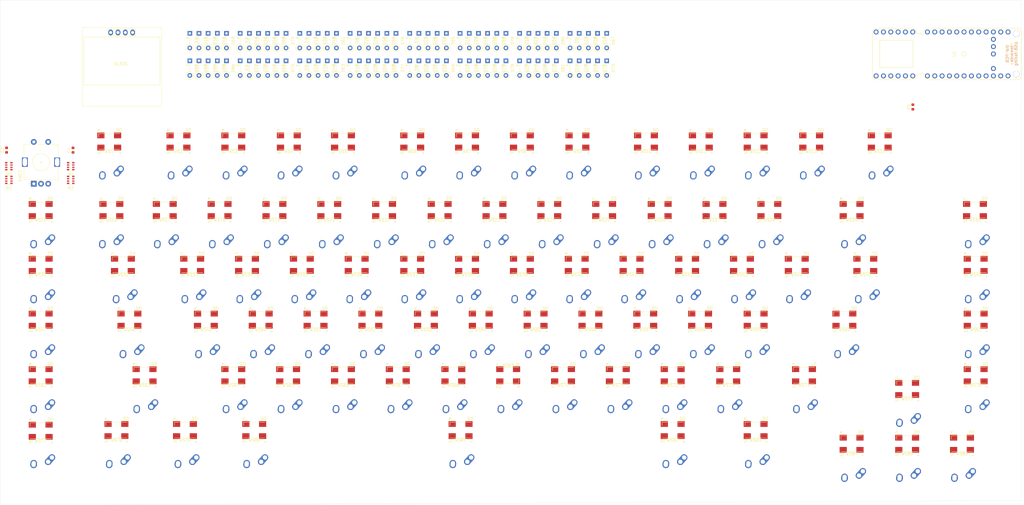
<source format=kicad_pcb>
(kicad_pcb (version 20171130) (host pcbnew "(5.1.4)-1")
  (layers (0 F.Cu signal) (31 B.Cu signal) (34 B.Paste user) (35 F.Paste user) (36 B.SilkS user) (37 F.SilkS user) (38 B.Mask user) (39 F.Mask user) (44 Edge.Cuts user))
  (net 0 "")
  (net 1 "Net-(D1-Pad2)")
  (net 2 ROW0)
  (net 3 "Net-(D2-Pad2)")
  (net 4 "Net-(D3-Pad2)")
  (net 5 "Net-(D4-Pad2)")
  (net 6 "Net-(D5-Pad2)")
  (net 7 "Net-(D6-Pad2)")
  (net 8 "Net-(D7-Pad2)")
  (net 9 "Net-(D8-Pad2)")
  (net 10 "Net-(D9-Pad2)")
  (net 11 "Net-(D10-Pad2)")
  (net 12 "Net-(D11-Pad2)")
  (net 13 "Net-(D12-Pad2)")
  (net 14 "Net-(D13-Pad2)")
  (net 15 "Net-(D14-Pad2)")
  (net 16 "Net-(D15-Pad2)")
  (net 17 ROW1)
  (net 18 "Net-(D16-Pad2)")
  (net 19 "Net-(D17-Pad2)")
  (net 20 "Net-(D18-Pad2)")
  (net 21 "Net-(D19-Pad2)")
  (net 22 "Net-(D20-Pad2)")
  (net 23 "Net-(D21-Pad2)")
  (net 24 "Net-(D22-Pad2)")
  (net 25 "Net-(D23-Pad2)")
  (net 26 "Net-(D24-Pad2)")
  (net 27 "Net-(D25-Pad2)")
  (net 28 "Net-(D26-Pad2)")
  (net 29 "Net-(D27-Pad2)")
  (net 30 "Net-(D28-Pad2)")
  (net 31 "Net-(D29-Pad2)")
  (net 32 "Net-(D30-Pad2)")
  (net 33 ROW2)
  (net 34 "Net-(D31-Pad2)")
  (net 35 "Net-(D32-Pad2)")
  (net 36 "Net-(D33-Pad2)")
  (net 37 "Net-(D34-Pad2)")
  (net 38 "Net-(D35-Pad2)")
  (net 39 "Net-(D36-Pad2)")
  (net 40 "Net-(D37-Pad2)")
  (net 41 "Net-(D38-Pad2)")
  (net 42 "Net-(D39-Pad2)")
  (net 43 "Net-(D40-Pad2)")
  (net 44 "Net-(D41-Pad2)")
  (net 45 "Net-(D42-Pad2)")
  (net 46 "Net-(D43-Pad2)")
  (net 47 "Net-(D44-Pad2)")
  (net 48 "Net-(D45-Pad2)")
  (net 49 ROW3)
  (net 50 "Net-(D46-Pad2)")
  (net 51 "Net-(D47-Pad2)")
  (net 52 "Net-(D48-Pad2)")
  (net 53 "Net-(D49-Pad2)")
  (net 54 "Net-(D50-Pad2)")
  (net 55 "Net-(D51-Pad2)")
  (net 56 "Net-(D52-Pad2)")
  (net 57 "Net-(D53-Pad2)")
  (net 58 "Net-(D54-Pad2)")
  (net 59 "Net-(D55-Pad2)")
  (net 60 "Net-(D56-Pad2)")
  (net 61 "Net-(D57-Pad2)")
  (net 62 "Net-(D58-Pad2)")
  (net 63 "Net-(D59-Pad2)")
  (net 64 ROW4)
  (net 65 "Net-(D60-Pad2)")
  (net 66 "Net-(D61-Pad2)")
  (net 67 "Net-(D62-Pad2)")
  (net 68 "Net-(D63-Pad2)")
  (net 69 "Net-(D64-Pad2)")
  (net 70 "Net-(D65-Pad2)")
  (net 71 "Net-(D66-Pad2)")
  (net 72 "Net-(D67-Pad2)")
  (net 73 "Net-(D68-Pad2)")
  (net 74 "Net-(D69-Pad2)")
  (net 75 "Net-(D70-Pad2)")
  (net 76 "Net-(D71-Pad2)")
  (net 77 "Net-(D72-Pad2)")
  (net 78 "Net-(D73-Pad2)")
  (net 79 ROW5)
  (net 80 "Net-(D74-Pad2)")
  (net 81 "Net-(D75-Pad2)")
  (net 82 "Net-(D76-Pad2)")
  (net 83 "Net-(D77-Pad2)")
  (net 84 "Net-(D78-Pad2)")
  (net 85 "Net-(D79-Pad2)")
  (net 86 "Net-(D80-Pad2)")
  (net 87 "Net-(D81-Pad2)")
  (net 88 COL10)
  (net 89 COL1)
  (net 90 COL2)
  (net 91 COL3)
  (net 92 COL4)
  (net 93 COL5)
  (net 94 COL6)
  (net 95 COL7)
  (net 96 COL8)
  (net 97 COL9)
  (net 98 COL14)
  (net 99 COL12)
  (net 100 COL13)
  (net 101 COL0)
  (net 102 COL11)
  (net 103 COL15)
  (net 104 +5V)
  (net 105 "Net-(U1-PadA10)")
  (net 106 "Net-(U1-PadA9)")
  (net 107 "Net-(U1-PadD+)")
  (net 108 GND)
  (net 109 "Net-(U1-PadD-)")
  (net 110 "Net-(U1-PadCHRG)")
  (net 111 "Net-(U1-PadB5)")
  (net 112 "Net-(U1-PadB4)")
  (net 113 "Net-(U1-PadB3)")
  (net 114 "Net-(U1-PadB2)")
  (net 115 "Net-(U1-PadB1)")
  (net 116 "Net-(U1-PadB0)")
  (net 117 "Net-(U1-PadA5)")
  (net 118 "Net-(U1-PadA7)")
  (net 119 "Net-(U1-PadA8)")
  (net 120 "Net-(U1-PadA6)")
  (net 121 "Net-(U1-PadA15)")
  (net 122 "Net-(U1-PadA4)")
  (net 123 "Net-(U1-PadDFU)")
  (net 124 "Net-(U1-PadA2)")
  (net 125 "Net-(U1-PadA3|5v)")
  (net 126 VCC)
  (net 127 "Net-(U1-PadA1)")
  (net 128 "Net-(U1-PadA0)")
  (net 129 "Net-(U1-PadB8)")
  (net 130 "Net-(U1-PadB14)")
  (net 131 "Net-(U1-PadB15)")
  (net 132 "Net-(U1-PadB13)")
  (net 133 "Net-(U1-PadB9)")
  (net 134 "Net-(U1-PadA14)")
  (net 135 "Net-(U1-PadA13)")
  (net 136 "Net-(U1-PadRST)")
  (net 137 "Net-(ENC1-PadA)")
  (net 138 "Net-(ENC1-PadB)")
  (net 139 ENC_B)
  (net 140 ENC_A)
  (net 141 "Net-(D82-Pad2)")
  (net 142 "Net-(D83-Pad2)")
  (net 143 "Net-(D84-Pad2)")
  (net 144 "Net-(D85-Pad2)")
  (net 145 "Net-(D86-Pad2)")
  (net 146 ENC_SW)
  (net 147 OLEDSCL)
  (net 148 OLEDSDA)
  (net 149 "Net-(WS1-Pad2)")
  (net 150 RGB_MATRIX)
  (net 151 "Net-(WS2-Pad2)")
  (net 152 "Net-(WS3-Pad2)")
  (net 153 "Net-(WS4-Pad2)")
  (net 154 "Net-(WS5-Pad2)")
  (net 155 "Net-(WS6-Pad2)")
  (net 156 "Net-(WS7-Pad2)")
  (net 157 "Net-(WS8-Pad2)")
  (net 158 "Net-(WS10-Pad4)")
  (net 159 "Net-(WS10-Pad2)")
  (net 160 "Net-(WS11-Pad2)")
  (net 161 "Net-(WS12-Pad2)")
  (net 162 "Net-(WS13-Pad2)")
  (net 163 D_ROW2)
  (net 164 "Net-(WS15-Pad2)")
  (net 165 "Net-(WS16-Pad2)")
  (net 166 "Net-(WS17-Pad2)")
  (net 167 "Net-(WS18-Pad2)")
  (net 168 "Net-(WS19-Pad2)")
  (net 169 "Net-(WS20-Pad2)")
  (net 170 "Net-(WS21-Pad2)")
  (net 171 "Net-(WS22-Pad2)")
  (net 172 "Net-(WS23-Pad2)")
  (net 173 "Net-(WS24-Pad2)")
  (net 174 "Net-(WS25-Pad2)")
  (net 175 "Net-(WS26-Pad2)")
  (net 176 "Net-(WS27-Pad2)")
  (net 177 "Net-(WS28-Pad2)")
  (net 178 "Net-(WS29-Pad2)")
  (net 179 D_ROW3)
  (net 180 "Net-(WS31-Pad2)")
  (net 181 "Net-(WS32-Pad2)")
  (net 182 "Net-(WS33-Pad2)")
  (net 183 "Net-(WS34-Pad2)")
  (net 184 "Net-(WS35-Pad2)")
  (net 185 "Net-(WS36-Pad2)")
  (net 186 "Net-(WS37-Pad2)")
  (net 187 "Net-(WS38-Pad2)")
  (net 188 "Net-(WS39-Pad2)")
  (net 189 "Net-(WS40-Pad2)")
  (net 190 "Net-(WS41-Pad2)")
  (net 191 "Net-(WS42-Pad2)")
  (net 192 "Net-(WS43-Pad2)")
  (net 193 "Net-(WS44-Pad2)")
  (net 194 "Net-(WS45-Pad2)")
  (net 195 D_ROW4)
  (net 196 "Net-(WS47-Pad2)")
  (net 197 "Net-(WS48-Pad2)")
  (net 198 "Net-(WS49-Pad2)")
  (net 199 "Net-(WS50-Pad2)")
  (net 200 "Net-(WS51-Pad2)")
  (net 201 "Net-(WS52-Pad2)")
  (net 202 "Net-(WS53-Pad2)")
  (net 203 "Net-(WS54-Pad2)")
  (net 204 "Net-(WS55-Pad2)")
  (net 205 "Net-(WS56-Pad2)")
  (net 206 "Net-(WS57-Pad2)")
  (net 207 "Net-(WS58-Pad2)")
  (net 208 "Net-(WS59-Pad2)")
  (net 209 "Net-(WS60-Pad2)")
  (net 210 D_ROW5)
  (net 211 "Net-(WS62-Pad2)")
  (net 212 "Net-(WS63-Pad2)")
  (net 213 "Net-(WS64-Pad2)")
  (net 214 "Net-(WS65-Pad2)")
  (net 215 "Net-(WS66-Pad2)")
  (net 216 "Net-(WS67-Pad2)")
  (net 217 "Net-(WS68-Pad2)")
  (net 218 "Net-(WS69-Pad2)")
  (net 219 "Net-(WS70-Pad2)")
  (net 220 "Net-(WS71-Pad2)")
  (net 221 "Net-(WS72-Pad2)")
  (net 222 "Net-(WS73-Pad2)")
  (net 223 "Net-(WS74-Pad2)")
  (net 224 "Net-(WS75-Pad2)")
  (net 225 "Net-(WS76-Pad2)")
  (net 226 D_ROW6)
  (net 227 "Net-(WS78-Pad2)")
  (net 228 "Net-(WS79-Pad2)")
  (net 229 "Net-(WS80-Pad2)")
  (net 230 "Net-(WS81-Pad2)")
  (net 231 "Net-(WS82-Pad2)")
  (net 232 "Net-(WS83-Pad2)")
  (net 233 "Net-(WS84-Pad2)")
  (net 234 "Net-(WS85-Pad2)")
  (net 235 "Net-(WS86-Pad2)")
  (module Diode_THT:D_DO-35_SOD27_P5.08mm_Vertical_KathodeUp (layer F.Cu) (at 167.48125 36.5125 270)
    (fp_text reference D13 (at 2.54 -2.326371 90) (layer F.SilkS))
    (fp_text value D_Small)
    (fp_text user K (at 1.5 0.8 90) (layer F.SilkS))
    (pad 2 thru_hole oval (at 5.08 0 270) (size 1.6 1.6) (drill 0.8) (layers *.Cu *.Mask) (net 14 "Net-(D13-Pad2)"))
    (pad 1 thru_hole rect (at 0 0 270) (size 1.6 1.6) (drill 0.8) (layers *.Cu *.Mask) (net 2 ROW0))
  )
  (module WS2812B-edited:Neopixel_easy_LED_WS2812B_PLCC4_5.0x5.0mm_P3.2mm (layer F.Cu) (at 320.75 178.75 180)
    (fp_text reference WS86 (at 0 -3.5) (layer F.SilkS))
    (fp_text value WS2812B)
    (fp_text user + (at -3.83 -3.97) (layer F.SilkS))
    (fp_text user - (at 2.89 3.55) (layer F.SilkS))
    (fp_text user DI (at 3.43 -3.79) (layer F.SilkS))
    (fp_text user DO (at -3.34 3.99) (layer F.SilkS))
    (pad 3 smd rect (at 2.9 2.1 180) (size 2.5 2) (layers F.Cu F.Paste F.Mask) (net 108 GND))
    (pad 4 smd rect (at 2.9 -2.1 180) (size 2.5 2) (layers F.Cu F.Paste F.Mask) (net 234 "Net-(WS85-Pad2)"))
    (pad 2 smd rect (at -2.9 2.1 180) (size 2.5 2) (layers F.Cu F.Paste F.Mask) (net 235 "Net-(WS86-Pad2)"))
    (pad 1 smd rect (at -2.9 -2.1 180) (size 2.5 2) (layers F.Cu F.Paste F.Mask) (net 104 +5V))
  )
  (module WS2812B-edited:Neopixel_easy_LED_WS2812B_PLCC4_5.0x5.0mm_P3.2mm (layer F.Cu) (at 301.75 178.75 180)
    (fp_text reference WS85 (at 0 -3.5) (layer F.SilkS))
    (fp_text value WS2812B)
    (fp_text user + (at -3.83 -3.97) (layer F.SilkS))
    (fp_text user - (at 2.89 3.55) (layer F.SilkS))
    (fp_text user DI (at 3.43 -3.79) (layer F.SilkS))
    (fp_text user DO (at -3.34 3.99) (layer F.SilkS))
    (pad 3 smd rect (at 2.9 2.1 180) (size 2.5 2) (layers F.Cu F.Paste F.Mask) (net 108 GND))
    (pad 4 smd rect (at 2.9 -2.1 180) (size 2.5 2) (layers F.Cu F.Paste F.Mask) (net 233 "Net-(WS84-Pad2)"))
    (pad 2 smd rect (at -2.9 2.1 180) (size 2.5 2) (layers F.Cu F.Paste F.Mask) (net 234 "Net-(WS85-Pad2)"))
    (pad 1 smd rect (at -2.9 -2.1 180) (size 2.5 2) (layers F.Cu F.Paste F.Mask) (net 104 +5V))
  )
  (module WS2812B-edited:Neopixel_easy_LED_WS2812B_PLCC4_5.0x5.0mm_P3.2mm (layer F.Cu) (at 282.5 178.75 180)
    (fp_text reference WS84 (at 0 -3.5) (layer F.SilkS))
    (fp_text value WS2812B)
    (fp_text user + (at -3.83 -3.97) (layer F.SilkS))
    (fp_text user - (at 2.89 3.55) (layer F.SilkS))
    (fp_text user DI (at 3.43 -3.79) (layer F.SilkS))
    (fp_text user DO (at -3.34 3.99) (layer F.SilkS))
    (pad 3 smd rect (at 2.9 2.1 180) (size 2.5 2) (layers F.Cu F.Paste F.Mask) (net 108 GND))
    (pad 4 smd rect (at 2.9 -2.1 180) (size 2.5 2) (layers F.Cu F.Paste F.Mask) (net 232 "Net-(WS83-Pad2)"))
    (pad 2 smd rect (at -2.9 2.1 180) (size 2.5 2) (layers F.Cu F.Paste F.Mask) (net 233 "Net-(WS84-Pad2)"))
    (pad 1 smd rect (at -2.9 -2.1 180) (size 2.5 2) (layers F.Cu F.Paste F.Mask) (net 104 +5V))
  )
  (module WS2812B-edited:Neopixel_easy_LED_WS2812B_PLCC4_5.0x5.0mm_P3.2mm (layer F.Cu) (at 249.25 174 180)
    (fp_text reference WS83 (at 0 -3.5) (layer F.SilkS))
    (fp_text value WS2812B)
    (fp_text user + (at -3.83 -3.97) (layer F.SilkS))
    (fp_text user - (at 2.89 3.55) (layer F.SilkS))
    (fp_text user DI (at 3.43 -3.79) (layer F.SilkS))
    (fp_text user DO (at -3.34 3.99) (layer F.SilkS))
    (pad 3 smd rect (at 2.9 2.1 180) (size 2.5 2) (layers F.Cu F.Paste F.Mask) (net 108 GND))
    (pad 4 smd rect (at 2.9 -2.1 180) (size 2.5 2) (layers F.Cu F.Paste F.Mask) (net 231 "Net-(WS82-Pad2)"))
    (pad 2 smd rect (at -2.9 2.1 180) (size 2.5 2) (layers F.Cu F.Paste F.Mask) (net 232 "Net-(WS83-Pad2)"))
    (pad 1 smd rect (at -2.9 -2.1 180) (size 2.5 2) (layers F.Cu F.Paste F.Mask) (net 104 +5V))
  )
  (module WS2812B-edited:Neopixel_easy_LED_WS2812B_PLCC4_5.0x5.0mm_P3.2mm (layer F.Cu) (at 220.5 174 180)
    (fp_text reference WS82 (at 0 -3.5) (layer F.SilkS))
    (fp_text value WS2812B)
    (fp_text user + (at -3.83 -3.97) (layer F.SilkS))
    (fp_text user - (at 2.89 3.55) (layer F.SilkS))
    (fp_text user DI (at 3.43 -3.79) (layer F.SilkS))
    (fp_text user DO (at -3.34 3.99) (layer F.SilkS))
    (pad 3 smd rect (at 2.9 2.1 180) (size 2.5 2) (layers F.Cu F.Paste F.Mask) (net 108 GND))
    (pad 4 smd rect (at 2.9 -2.1 180) (size 2.5 2) (layers F.Cu F.Paste F.Mask) (net 230 "Net-(WS81-Pad2)"))
    (pad 2 smd rect (at -2.9 2.1 180) (size 2.5 2) (layers F.Cu F.Paste F.Mask) (net 231 "Net-(WS82-Pad2)"))
    (pad 1 smd rect (at -2.9 -2.1 180) (size 2.5 2) (layers F.Cu F.Paste F.Mask) (net 104 +5V))
  )
  (module WS2812B-edited:Neopixel_easy_LED_WS2812B_PLCC4_5.0x5.0mm_P3.2mm (layer F.Cu) (at 147 174 180)
    (fp_text reference WS81 (at 0 -3.5) (layer F.SilkS))
    (fp_text value WS2812B)
    (fp_text user + (at -3.83 -3.97) (layer F.SilkS))
    (fp_text user - (at 2.89 3.55) (layer F.SilkS))
    (fp_text user DI (at 3.43 -3.79) (layer F.SilkS))
    (fp_text user DO (at -3.34 3.99) (layer F.SilkS))
    (pad 3 smd rect (at 2.9 2.1 180) (size 2.5 2) (layers F.Cu F.Paste F.Mask) (net 108 GND))
    (pad 4 smd rect (at 2.9 -2.1 180) (size 2.5 2) (layers F.Cu F.Paste F.Mask) (net 229 "Net-(WS80-Pad2)"))
    (pad 2 smd rect (at -2.9 2.1 180) (size 2.5 2) (layers F.Cu F.Paste F.Mask) (net 230 "Net-(WS81-Pad2)"))
    (pad 1 smd rect (at -2.9 -2.1 180) (size 2.5 2) (layers F.Cu F.Paste F.Mask) (net 104 +5V))
  )
  (module WS2812B-edited:Neopixel_easy_LED_WS2812B_PLCC4_5.0x5.0mm_P3.2mm (layer F.Cu) (at 75.5 174 180)
    (fp_text reference WS80 (at 0 -3.5) (layer F.SilkS))
    (fp_text value WS2812B)
    (fp_text user + (at -3.83 -3.97) (layer F.SilkS))
    (fp_text user - (at 2.89 3.55) (layer F.SilkS))
    (fp_text user DI (at 3.43 -3.79) (layer F.SilkS))
    (fp_text user DO (at -3.34 3.99) (layer F.SilkS))
    (pad 3 smd rect (at 2.9 2.1 180) (size 2.5 2) (layers F.Cu F.Paste F.Mask) (net 108 GND))
    (pad 4 smd rect (at 2.9 -2.1 180) (size 2.5 2) (layers F.Cu F.Paste F.Mask) (net 228 "Net-(WS79-Pad2)"))
    (pad 2 smd rect (at -2.9 2.1 180) (size 2.5 2) (layers F.Cu F.Paste F.Mask) (net 229 "Net-(WS80-Pad2)"))
    (pad 1 smd rect (at -2.9 -2.1 180) (size 2.5 2) (layers F.Cu F.Paste F.Mask) (net 104 +5V))
  )
  (module WS2812B-edited:Neopixel_easy_LED_WS2812B_PLCC4_5.0x5.0mm_P3.2mm (layer F.Cu) (at 51.5 174 180)
    (fp_text reference WS79 (at 0 -3.5) (layer F.SilkS))
    (fp_text value WS2812B)
    (fp_text user + (at -3.83 -3.97) (layer F.SilkS))
    (fp_text user - (at 2.89 3.55) (layer F.SilkS))
    (fp_text user DI (at 3.43 -3.79) (layer F.SilkS))
    (fp_text user DO (at -3.34 3.99) (layer F.SilkS))
    (pad 3 smd rect (at 2.9 2.1 180) (size 2.5 2) (layers F.Cu F.Paste F.Mask) (net 108 GND))
    (pad 4 smd rect (at 2.9 -2.1 180) (size 2.5 2) (layers F.Cu F.Paste F.Mask) (net 227 "Net-(WS78-Pad2)"))
    (pad 2 smd rect (at -2.9 2.1 180) (size 2.5 2) (layers F.Cu F.Paste F.Mask) (net 228 "Net-(WS79-Pad2)"))
    (pad 1 smd rect (at -2.9 -2.1 180) (size 2.5 2) (layers F.Cu F.Paste F.Mask) (net 104 +5V))
  )
  (module WS2812B-edited:Neopixel_easy_LED_WS2812B_PLCC4_5.0x5.0mm_P3.2mm (layer F.Cu) (at 27.75 174 180)
    (fp_text reference WS78 (at 0 -3.5) (layer F.SilkS))
    (fp_text value WS2812B)
    (fp_text user + (at -3.83 -3.97) (layer F.SilkS))
    (fp_text user - (at 2.89 3.55) (layer F.SilkS))
    (fp_text user DI (at 3.43 -3.79) (layer F.SilkS))
    (fp_text user DO (at -3.34 3.99) (layer F.SilkS))
    (pad 3 smd rect (at 2.9 2.1 180) (size 2.5 2) (layers F.Cu F.Paste F.Mask) (net 108 GND))
    (pad 4 smd rect (at 2.9 -2.1 180) (size 2.5 2) (layers F.Cu F.Paste F.Mask) (net 226 D_ROW6))
    (pad 2 smd rect (at -2.9 2.1 180) (size 2.5 2) (layers F.Cu F.Paste F.Mask) (net 227 "Net-(WS78-Pad2)"))
    (pad 1 smd rect (at -2.9 -2.1 180) (size 2.5 2) (layers F.Cu F.Paste F.Mask) (net 104 +5V))
  )
  (module WS2812B-edited:Neopixel_easy_LED_WS2812B_PLCC4_5.0x5.0mm_P3.2mm (layer F.Cu) (at 1.5 174.25 180)
    (fp_text reference WS77 (at 0 -3.5) (layer F.SilkS))
    (fp_text value WS2812B)
    (fp_text user + (at -3.83 -3.97) (layer F.SilkS))
    (fp_text user - (at 2.89 3.55) (layer F.SilkS))
    (fp_text user DI (at 3.43 -3.79) (layer F.SilkS))
    (fp_text user DO (at -3.34 3.99) (layer F.SilkS))
    (pad 3 smd rect (at 2.9 2.1 180) (size 2.5 2) (layers F.Cu F.Paste F.Mask) (net 108 GND))
    (pad 4 smd rect (at 2.9 -2.1 180) (size 2.5 2) (layers F.Cu F.Paste F.Mask) (net 225 "Net-(WS76-Pad2)"))
    (pad 2 smd rect (at -2.9 2.1 180) (size 2.5 2) (layers F.Cu F.Paste F.Mask) (net 226 D_ROW6))
    (pad 1 smd rect (at -2.9 -2.1 180) (size 2.5 2) (layers F.Cu F.Paste F.Mask) (net 104 +5V))
  )
  (module WS2812B-edited:Neopixel_easy_LED_WS2812B_PLCC4_5.0x5.0mm_P3.2mm (layer F.Cu) (at 325.5 155 180)
    (fp_text reference WS76 (at 0 -3.5) (layer F.SilkS))
    (fp_text value WS2812B)
    (fp_text user + (at -3.83 -3.97) (layer F.SilkS))
    (fp_text user - (at 2.89 3.55) (layer F.SilkS))
    (fp_text user DI (at 3.43 -3.79) (layer F.SilkS))
    (fp_text user DO (at -3.34 3.99) (layer F.SilkS))
    (pad 3 smd rect (at 2.9 2.1 180) (size 2.5 2) (layers F.Cu F.Paste F.Mask) (net 108 GND))
    (pad 4 smd rect (at 2.9 -2.1 180) (size 2.5 2) (layers F.Cu F.Paste F.Mask) (net 224 "Net-(WS75-Pad2)"))
    (pad 2 smd rect (at -2.9 2.1 180) (size 2.5 2) (layers F.Cu F.Paste F.Mask) (net 225 "Net-(WS76-Pad2)"))
    (pad 1 smd rect (at -2.9 -2.1 180) (size 2.5 2) (layers F.Cu F.Paste F.Mask) (net 104 +5V))
  )
  (module WS2812B-edited:Neopixel_easy_LED_WS2812B_PLCC4_5.0x5.0mm_P3.2mm (layer F.Cu) (at 301.75 159.75 180)
    (fp_text reference WS75 (at 0 -3.5) (layer F.SilkS))
    (fp_text value WS2812B)
    (fp_text user + (at -3.83 -3.97) (layer F.SilkS))
    (fp_text user - (at 2.89 3.55) (layer F.SilkS))
    (fp_text user DI (at 3.43 -3.79) (layer F.SilkS))
    (fp_text user DO (at -3.34 3.99) (layer F.SilkS))
    (pad 3 smd rect (at 2.9 2.1 180) (size 2.5 2) (layers F.Cu F.Paste F.Mask) (net 108 GND))
    (pad 4 smd rect (at 2.9 -2.1 180) (size 2.5 2) (layers F.Cu F.Paste F.Mask) (net 223 "Net-(WS74-Pad2)"))
    (pad 2 smd rect (at -2.9 2.1 180) (size 2.5 2) (layers F.Cu F.Paste F.Mask) (net 224 "Net-(WS75-Pad2)"))
    (pad 1 smd rect (at -2.9 -2.1 180) (size 2.5 2) (layers F.Cu F.Paste F.Mask) (net 104 +5V))
  )
  (module WS2812B-edited:Neopixel_easy_LED_WS2812B_PLCC4_5.0x5.0mm_P3.2mm (layer F.Cu) (at 266 155 180)
    (fp_text reference WS74 (at 0 -3.5) (layer F.SilkS))
    (fp_text value WS2812B)
    (fp_text user + (at -3.83 -3.97) (layer F.SilkS))
    (fp_text user - (at 2.89 3.55) (layer F.SilkS))
    (fp_text user DI (at 3.43 -3.79) (layer F.SilkS))
    (fp_text user DO (at -3.34 3.99) (layer F.SilkS))
    (pad 3 smd rect (at 2.9 2.1 180) (size 2.5 2) (layers F.Cu F.Paste F.Mask) (net 108 GND))
    (pad 4 smd rect (at 2.9 -2.1 180) (size 2.5 2) (layers F.Cu F.Paste F.Mask) (net 222 "Net-(WS73-Pad2)"))
    (pad 2 smd rect (at -2.9 2.1 180) (size 2.5 2) (layers F.Cu F.Paste F.Mask) (net 223 "Net-(WS74-Pad2)"))
    (pad 1 smd rect (at -2.9 -2.1 180) (size 2.5 2) (layers F.Cu F.Paste F.Mask) (net 104 +5V))
  )
  (module WS2812B-edited:Neopixel_easy_LED_WS2812B_PLCC4_5.0x5.0mm_P3.2mm (layer F.Cu) (at 239.75 155 180)
    (fp_text reference WS73 (at 0 -3.5) (layer F.SilkS))
    (fp_text value WS2812B)
    (fp_text user + (at -3.83 -3.97) (layer F.SilkS))
    (fp_text user - (at 2.89 3.55) (layer F.SilkS))
    (fp_text user DI (at 3.43 -3.79) (layer F.SilkS))
    (fp_text user DO (at -3.34 3.99) (layer F.SilkS))
    (pad 3 smd rect (at 2.9 2.1 180) (size 2.5 2) (layers F.Cu F.Paste F.Mask) (net 108 GND))
    (pad 4 smd rect (at 2.9 -2.1 180) (size 2.5 2) (layers F.Cu F.Paste F.Mask) (net 221 "Net-(WS72-Pad2)"))
    (pad 2 smd rect (at -2.9 2.1 180) (size 2.5 2) (layers F.Cu F.Paste F.Mask) (net 222 "Net-(WS73-Pad2)"))
    (pad 1 smd rect (at -2.9 -2.1 180) (size 2.5 2) (layers F.Cu F.Paste F.Mask) (net 104 +5V))
  )
  (module WS2812B-edited:Neopixel_easy_LED_WS2812B_PLCC4_5.0x5.0mm_P3.2mm (layer F.Cu) (at 220.5 155 180)
    (fp_text reference WS72 (at 0 -3.5) (layer F.SilkS))
    (fp_text value WS2812B)
    (fp_text user + (at -3.83 -3.97) (layer F.SilkS))
    (fp_text user - (at 2.89 3.55) (layer F.SilkS))
    (fp_text user DI (at 3.43 -3.79) (layer F.SilkS))
    (fp_text user DO (at -3.34 3.99) (layer F.SilkS))
    (pad 3 smd rect (at 2.9 2.1 180) (size 2.5 2) (layers F.Cu F.Paste F.Mask) (net 108 GND))
    (pad 4 smd rect (at 2.9 -2.1 180) (size 2.5 2) (layers F.Cu F.Paste F.Mask) (net 220 "Net-(WS71-Pad2)"))
    (pad 2 smd rect (at -2.9 2.1 180) (size 2.5 2) (layers F.Cu F.Paste F.Mask) (net 221 "Net-(WS72-Pad2)"))
    (pad 1 smd rect (at -2.9 -2.1 180) (size 2.5 2) (layers F.Cu F.Paste F.Mask) (net 104 +5V))
  )
  (module WS2812B-edited:Neopixel_easy_LED_WS2812B_PLCC4_5.0x5.0mm_P3.2mm (layer F.Cu) (at 201.5 155 180)
    (fp_text reference WS71 (at 0 -3.5) (layer F.SilkS))
    (fp_text value WS2812B)
    (fp_text user + (at -3.83 -3.97) (layer F.SilkS))
    (fp_text user - (at 2.89 3.55) (layer F.SilkS))
    (fp_text user DI (at 3.43 -3.79) (layer F.SilkS))
    (fp_text user DO (at -3.34 3.99) (layer F.SilkS))
    (pad 3 smd rect (at 2.9 2.1 180) (size 2.5 2) (layers F.Cu F.Paste F.Mask) (net 108 GND))
    (pad 4 smd rect (at 2.9 -2.1 180) (size 2.5 2) (layers F.Cu F.Paste F.Mask) (net 219 "Net-(WS70-Pad2)"))
    (pad 2 smd rect (at -2.9 2.1 180) (size 2.5 2) (layers F.Cu F.Paste F.Mask) (net 220 "Net-(WS71-Pad2)"))
    (pad 1 smd rect (at -2.9 -2.1 180) (size 2.5 2) (layers F.Cu F.Paste F.Mask) (net 104 +5V))
  )
  (module WS2812B-edited:Neopixel_easy_LED_WS2812B_PLCC4_5.0x5.0mm_P3.2mm (layer F.Cu) (at 182.5 155 180)
    (fp_text reference WS70 (at 0 -3.5) (layer F.SilkS))
    (fp_text value WS2812B)
    (fp_text user + (at -3.83 -3.97) (layer F.SilkS))
    (fp_text user - (at 2.89 3.55) (layer F.SilkS))
    (fp_text user DI (at 3.43 -3.79) (layer F.SilkS))
    (fp_text user DO (at -3.34 3.99) (layer F.SilkS))
    (pad 3 smd rect (at 2.9 2.1 180) (size 2.5 2) (layers F.Cu F.Paste F.Mask) (net 108 GND))
    (pad 4 smd rect (at 2.9 -2.1 180) (size 2.5 2) (layers F.Cu F.Paste F.Mask) (net 218 "Net-(WS69-Pad2)"))
    (pad 2 smd rect (at -2.9 2.1 180) (size 2.5 2) (layers F.Cu F.Paste F.Mask) (net 219 "Net-(WS70-Pad2)"))
    (pad 1 smd rect (at -2.9 -2.1 180) (size 2.5 2) (layers F.Cu F.Paste F.Mask) (net 104 +5V))
  )
  (module WS2812B-edited:Neopixel_easy_LED_WS2812B_PLCC4_5.0x5.0mm_P3.2mm (layer F.Cu) (at 163.5 155)
    (fp_text reference WS69 (at 0 -3.5) (layer F.SilkS))
    (fp_text value WS2812B)
    (fp_text user + (at -3.83 -3.97) (layer F.SilkS))
    (fp_text user - (at 2.89 3.55) (layer F.SilkS))
    (fp_text user DI (at 3.43 -3.79) (layer F.SilkS))
    (fp_text user DO (at -3.34 3.99) (layer F.SilkS))
    (pad 3 smd rect (at 2.9 2.1) (size 2.5 2) (layers F.Cu F.Paste F.Mask) (net 108 GND))
    (pad 4 smd rect (at 2.9 -2.1) (size 2.5 2) (layers F.Cu F.Paste F.Mask) (net 217 "Net-(WS68-Pad2)"))
    (pad 2 smd rect (at -2.9 2.1) (size 2.5 2) (layers F.Cu F.Paste F.Mask) (net 218 "Net-(WS69-Pad2)"))
    (pad 1 smd rect (at -2.9 -2.1) (size 2.5 2) (layers F.Cu F.Paste F.Mask) (net 104 +5V))
  )
  (module WS2812B-edited:Neopixel_easy_LED_WS2812B_PLCC4_5.0x5.0mm_P3.2mm (layer F.Cu) (at 144.5 155 180)
    (fp_text reference WS68 (at 0 -3.5) (layer F.SilkS))
    (fp_text value WS2812B)
    (fp_text user + (at -3.83 -3.97) (layer F.SilkS))
    (fp_text user - (at 2.89 3.55) (layer F.SilkS))
    (fp_text user DI (at 3.43 -3.79) (layer F.SilkS))
    (fp_text user DO (at -3.34 3.99) (layer F.SilkS))
    (pad 3 smd rect (at 2.9 2.1 180) (size 2.5 2) (layers F.Cu F.Paste F.Mask) (net 108 GND))
    (pad 4 smd rect (at 2.9 -2.1 180) (size 2.5 2) (layers F.Cu F.Paste F.Mask) (net 216 "Net-(WS67-Pad2)"))
    (pad 2 smd rect (at -2.9 2.1 180) (size 2.5 2) (layers F.Cu F.Paste F.Mask) (net 217 "Net-(WS68-Pad2)"))
    (pad 1 smd rect (at -2.9 -2.1 180) (size 2.5 2) (layers F.Cu F.Paste F.Mask) (net 104 +5V))
  )
  (module WS2812B-edited:Neopixel_easy_LED_WS2812B_PLCC4_5.0x5.0mm_P3.2mm (layer F.Cu) (at 125.25 155 180)
    (fp_text reference WS67 (at 0 -3.5) (layer F.SilkS))
    (fp_text value WS2812B)
    (fp_text user + (at -3.83 -3.97) (layer F.SilkS))
    (fp_text user - (at 2.89 3.55) (layer F.SilkS))
    (fp_text user DI (at 3.43 -3.79) (layer F.SilkS))
    (fp_text user DO (at -3.34 3.99) (layer F.SilkS))
    (pad 3 smd rect (at 2.9 2.1 180) (size 2.5 2) (layers F.Cu F.Paste F.Mask) (net 108 GND))
    (pad 4 smd rect (at 2.9 -2.1 180) (size 2.5 2) (layers F.Cu F.Paste F.Mask) (net 215 "Net-(WS66-Pad2)"))
    (pad 2 smd rect (at -2.9 2.1 180) (size 2.5 2) (layers F.Cu F.Paste F.Mask) (net 216 "Net-(WS67-Pad2)"))
    (pad 1 smd rect (at -2.9 -2.1 180) (size 2.5 2) (layers F.Cu F.Paste F.Mask) (net 104 +5V))
  )
  (module WS2812B-edited:Neopixel_easy_LED_WS2812B_PLCC4_5.0x5.0mm_P3.2mm (layer F.Cu) (at 106.25 155 180)
    (fp_text reference WS66 (at 0 -3.5) (layer F.SilkS))
    (fp_text value WS2812B)
    (fp_text user + (at -3.83 -3.97) (layer F.SilkS))
    (fp_text user - (at 2.89 3.55) (layer F.SilkS))
    (fp_text user DI (at 3.43 -3.79) (layer F.SilkS))
    (fp_text user DO (at -3.34 3.99) (layer F.SilkS))
    (pad 3 smd rect (at 2.9 2.1 180) (size 2.5 2) (layers F.Cu F.Paste F.Mask) (net 108 GND))
    (pad 4 smd rect (at 2.9 -2.1 180) (size 2.5 2) (layers F.Cu F.Paste F.Mask) (net 214 "Net-(WS65-Pad2)"))
    (pad 2 smd rect (at -2.9 2.1 180) (size 2.5 2) (layers F.Cu F.Paste F.Mask) (net 215 "Net-(WS66-Pad2)"))
    (pad 1 smd rect (at -2.9 -2.1 180) (size 2.5 2) (layers F.Cu F.Paste F.Mask) (net 104 +5V))
  )
  (module WS2812B-edited:Neopixel_easy_LED_WS2812B_PLCC4_5.0x5.0mm_P3.2mm (layer F.Cu) (at 87.25 155 180)
    (fp_text reference WS65 (at 0 -3.5) (layer F.SilkS))
    (fp_text value WS2812B)
    (fp_text user + (at -3.83 -3.97) (layer F.SilkS))
    (fp_text user - (at 2.89 3.55) (layer F.SilkS))
    (fp_text user DI (at 3.43 -3.79) (layer F.SilkS))
    (fp_text user DO (at -3.34 3.99) (layer F.SilkS))
    (pad 3 smd rect (at 2.9 2.1 180) (size 2.5 2) (layers F.Cu F.Paste F.Mask) (net 108 GND))
    (pad 4 smd rect (at 2.9 -2.1 180) (size 2.5 2) (layers F.Cu F.Paste F.Mask) (net 213 "Net-(WS64-Pad2)"))
    (pad 2 smd rect (at -2.9 2.1 180) (size 2.5 2) (layers F.Cu F.Paste F.Mask) (net 214 "Net-(WS65-Pad2)"))
    (pad 1 smd rect (at -2.9 -2.1 180) (size 2.5 2) (layers F.Cu F.Paste F.Mask) (net 104 +5V))
  )
  (module WS2812B-edited:Neopixel_easy_LED_WS2812B_PLCC4_5.0x5.0mm_P3.2mm (layer F.Cu) (at 68.25 155 180)
    (fp_text reference WS64 (at 0 -3.5) (layer F.SilkS))
    (fp_text value WS2812B)
    (fp_text user + (at -3.83 -3.97) (layer F.SilkS))
    (fp_text user - (at 2.89 3.55) (layer F.SilkS))
    (fp_text user DI (at 3.43 -3.79) (layer F.SilkS))
    (fp_text user DO (at -3.34 3.99) (layer F.SilkS))
    (pad 3 smd rect (at 2.9 2.1 180) (size 2.5 2) (layers F.Cu F.Paste F.Mask) (net 108 GND))
    (pad 4 smd rect (at 2.9 -2.1 180) (size 2.5 2) (layers F.Cu F.Paste F.Mask) (net 212 "Net-(WS63-Pad2)"))
    (pad 2 smd rect (at -2.9 2.1 180) (size 2.5 2) (layers F.Cu F.Paste F.Mask) (net 213 "Net-(WS64-Pad2)"))
    (pad 1 smd rect (at -2.9 -2.1 180) (size 2.5 2) (layers F.Cu F.Paste F.Mask) (net 104 +5V))
  )
  (module WS2812B-edited:Neopixel_easy_LED_WS2812B_PLCC4_5.0x5.0mm_P3.2mm (layer F.Cu) (at 37.5 155 180)
    (fp_text reference WS63 (at 0 -3.5) (layer F.SilkS))
    (fp_text value WS2812B)
    (fp_text user + (at -3.83 -3.97) (layer F.SilkS))
    (fp_text user - (at 2.89 3.55) (layer F.SilkS))
    (fp_text user DI (at 3.43 -3.79) (layer F.SilkS))
    (fp_text user DO (at -3.34 3.99) (layer F.SilkS))
    (pad 3 smd rect (at 2.9 2.1 180) (size 2.5 2) (layers F.Cu F.Paste F.Mask) (net 108 GND))
    (pad 4 smd rect (at 2.9 -2.1 180) (size 2.5 2) (layers F.Cu F.Paste F.Mask) (net 211 "Net-(WS62-Pad2)"))
    (pad 2 smd rect (at -2.9 2.1 180) (size 2.5 2) (layers F.Cu F.Paste F.Mask) (net 212 "Net-(WS63-Pad2)"))
    (pad 1 smd rect (at -2.9 -2.1 180) (size 2.5 2) (layers F.Cu F.Paste F.Mask) (net 104 +5V))
  )
  (module WS2812B-edited:Neopixel_easy_LED_WS2812B_PLCC4_5.0x5.0mm_P3.2mm (layer F.Cu) (at 1.5 155 180)
    (fp_text reference WS62 (at 0 -3.5) (layer F.SilkS))
    (fp_text value WS2812B)
    (fp_text user + (at -3.83 -3.97) (layer F.SilkS))
    (fp_text user - (at 2.89 3.55) (layer F.SilkS))
    (fp_text user DI (at 3.43 -3.79) (layer F.SilkS))
    (fp_text user DO (at -3.34 3.99) (layer F.SilkS))
    (pad 3 smd rect (at 2.9 2.1 180) (size 2.5 2) (layers F.Cu F.Paste F.Mask) (net 108 GND))
    (pad 4 smd rect (at 2.9 -2.1 180) (size 2.5 2) (layers F.Cu F.Paste F.Mask) (net 210 D_ROW5))
    (pad 2 smd rect (at -2.9 2.1 180) (size 2.5 2) (layers F.Cu F.Paste F.Mask) (net 211 "Net-(WS62-Pad2)"))
    (pad 1 smd rect (at -2.9 -2.1 180) (size 2.5 2) (layers F.Cu F.Paste F.Mask) (net 104 +5V))
  )
  (module WS2812B-edited:Neopixel_easy_LED_WS2812B_PLCC4_5.0x5.0mm_P3.2mm (layer F.Cu) (at 325.5 135.75 180)
    (fp_text reference WS61 (at 0 -3.5) (layer F.SilkS))
    (fp_text value WS2812B)
    (fp_text user + (at -3.83 -3.97) (layer F.SilkS))
    (fp_text user - (at 2.89 3.55) (layer F.SilkS))
    (fp_text user DI (at 3.43 -3.79) (layer F.SilkS))
    (fp_text user DO (at -3.34 3.99) (layer F.SilkS))
    (pad 3 smd rect (at 2.9 2.1 180) (size 2.5 2) (layers F.Cu F.Paste F.Mask) (net 108 GND))
    (pad 4 smd rect (at 2.9 -2.1 180) (size 2.5 2) (layers F.Cu F.Paste F.Mask) (net 209 "Net-(WS60-Pad2)"))
    (pad 2 smd rect (at -2.9 2.1 180) (size 2.5 2) (layers F.Cu F.Paste F.Mask) (net 210 D_ROW5))
    (pad 1 smd rect (at -2.9 -2.1 180) (size 2.5 2) (layers F.Cu F.Paste F.Mask) (net 104 +5V))
  )
  (module WS2812B-edited:Neopixel_easy_LED_WS2812B_PLCC4_5.0x5.0mm_P3.2mm (layer F.Cu) (at 280 135.75 180)
    (fp_text reference WS60 (at 0 -3.5) (layer F.SilkS))
    (fp_text value WS2812B)
    (fp_text user + (at -3.83 -3.97) (layer F.SilkS))
    (fp_text user - (at 2.89 3.55) (layer F.SilkS))
    (fp_text user DI (at 3.43 -3.79) (layer F.SilkS))
    (fp_text user DO (at -3.34 3.99) (layer F.SilkS))
    (pad 3 smd rect (at 2.9 2.1 180) (size 2.5 2) (layers F.Cu F.Paste F.Mask) (net 108 GND))
    (pad 4 smd rect (at 2.9 -2.1 180) (size 2.5 2) (layers F.Cu F.Paste F.Mask) (net 208 "Net-(WS59-Pad2)"))
    (pad 2 smd rect (at -2.9 2.1 180) (size 2.5 2) (layers F.Cu F.Paste F.Mask) (net 209 "Net-(WS60-Pad2)"))
    (pad 1 smd rect (at -2.9 -2.1 180) (size 2.5 2) (layers F.Cu F.Paste F.Mask) (net 104 +5V))
  )
  (module WS2812B-edited:Neopixel_easy_LED_WS2812B_PLCC4_5.0x5.0mm_P3.2mm (layer F.Cu) (at 249.25 135.75 180)
    (fp_text reference WS59 (at 0 -3.5) (layer F.SilkS))
    (fp_text value WS2812B)
    (fp_text user + (at -3.83 -3.97) (layer F.SilkS))
    (fp_text user - (at 2.89 3.55) (layer F.SilkS))
    (fp_text user DI (at 3.43 -3.79) (layer F.SilkS))
    (fp_text user DO (at -3.34 3.99) (layer F.SilkS))
    (pad 3 smd rect (at 2.9 2.1 180) (size 2.5 2) (layers F.Cu F.Paste F.Mask) (net 108 GND))
    (pad 4 smd rect (at 2.9 -2.1 180) (size 2.5 2) (layers F.Cu F.Paste F.Mask) (net 207 "Net-(WS58-Pad2)"))
    (pad 2 smd rect (at -2.9 2.1 180) (size 2.5 2) (layers F.Cu F.Paste F.Mask) (net 208 "Net-(WS59-Pad2)"))
    (pad 1 smd rect (at -2.9 -2.1 180) (size 2.5 2) (layers F.Cu F.Paste F.Mask) (net 104 +5V))
  )
  (module WS2812B-edited:Neopixel_easy_LED_WS2812B_PLCC4_5.0x5.0mm_P3.2mm (layer F.Cu) (at 230 135.75 180)
    (fp_text reference WS58 (at 0 -3.5) (layer F.SilkS))
    (fp_text value WS2812B)
    (fp_text user + (at -3.83 -3.97) (layer F.SilkS))
    (fp_text user - (at 2.89 3.55) (layer F.SilkS))
    (fp_text user DI (at 3.43 -3.79) (layer F.SilkS))
    (fp_text user DO (at -3.34 3.99) (layer F.SilkS))
    (pad 3 smd rect (at 2.9 2.1 180) (size 2.5 2) (layers F.Cu F.Paste F.Mask) (net 108 GND))
    (pad 4 smd rect (at 2.9 -2.1 180) (size 2.5 2) (layers F.Cu F.Paste F.Mask) (net 206 "Net-(WS57-Pad2)"))
    (pad 2 smd rect (at -2.9 2.1 180) (size 2.5 2) (layers F.Cu F.Paste F.Mask) (net 207 "Net-(WS58-Pad2)"))
    (pad 1 smd rect (at -2.9 -2.1 180) (size 2.5 2) (layers F.Cu F.Paste F.Mask) (net 104 +5V))
  )
  (module WS2812B-edited:Neopixel_easy_LED_WS2812B_PLCC4_5.0x5.0mm_P3.2mm (layer F.Cu) (at 211 135.75 180)
    (fp_text reference WS57 (at 0 -3.5) (layer F.SilkS))
    (fp_text value WS2812B)
    (fp_text user + (at -3.83 -3.97) (layer F.SilkS))
    (fp_text user - (at 2.89 3.55) (layer F.SilkS))
    (fp_text user DI (at 3.43 -3.79) (layer F.SilkS))
    (fp_text user DO (at -3.34 3.99) (layer F.SilkS))
    (pad 3 smd rect (at 2.9 2.1 180) (size 2.5 2) (layers F.Cu F.Paste F.Mask) (net 108 GND))
    (pad 4 smd rect (at 2.9 -2.1 180) (size 2.5 2) (layers F.Cu F.Paste F.Mask) (net 205 "Net-(WS56-Pad2)"))
    (pad 2 smd rect (at -2.9 2.1 180) (size 2.5 2) (layers F.Cu F.Paste F.Mask) (net 206 "Net-(WS57-Pad2)"))
    (pad 1 smd rect (at -2.9 -2.1 180) (size 2.5 2) (layers F.Cu F.Paste F.Mask) (net 104 +5V))
  )
  (module WS2812B-edited:Neopixel_easy_LED_WS2812B_PLCC4_5.0x5.0mm_P3.2mm (layer F.Cu) (at 192 135.75 180)
    (fp_text reference WS56 (at 0 -3.5) (layer F.SilkS))
    (fp_text value WS2812B)
    (fp_text user + (at -3.83 -3.97) (layer F.SilkS))
    (fp_text user - (at 2.89 3.55) (layer F.SilkS))
    (fp_text user DI (at 3.43 -3.79) (layer F.SilkS))
    (fp_text user DO (at -3.34 3.99) (layer F.SilkS))
    (pad 3 smd rect (at 2.9 2.1 180) (size 2.5 2) (layers F.Cu F.Paste F.Mask) (net 108 GND))
    (pad 4 smd rect (at 2.9 -2.1 180) (size 2.5 2) (layers F.Cu F.Paste F.Mask) (net 204 "Net-(WS55-Pad2)"))
    (pad 2 smd rect (at -2.9 2.1 180) (size 2.5 2) (layers F.Cu F.Paste F.Mask) (net 205 "Net-(WS56-Pad2)"))
    (pad 1 smd rect (at -2.9 -2.1 180) (size 2.5 2) (layers F.Cu F.Paste F.Mask) (net 104 +5V))
  )
  (module WS2812B-edited:Neopixel_easy_LED_WS2812B_PLCC4_5.0x5.0mm_P3.2mm (layer F.Cu) (at 173 135.75 180)
    (fp_text reference WS55 (at 0 -3.5) (layer F.SilkS))
    (fp_text value WS2812B)
    (fp_text user + (at -3.83 -3.97) (layer F.SilkS))
    (fp_text user - (at 2.89 3.55) (layer F.SilkS))
    (fp_text user DI (at 3.43 -3.79) (layer F.SilkS))
    (fp_text user DO (at -3.34 3.99) (layer F.SilkS))
    (pad 3 smd rect (at 2.9 2.1 180) (size 2.5 2) (layers F.Cu F.Paste F.Mask) (net 108 GND))
    (pad 4 smd rect (at 2.9 -2.1 180) (size 2.5 2) (layers F.Cu F.Paste F.Mask) (net 203 "Net-(WS54-Pad2)"))
    (pad 2 smd rect (at -2.9 2.1 180) (size 2.5 2) (layers F.Cu F.Paste F.Mask) (net 204 "Net-(WS55-Pad2)"))
    (pad 1 smd rect (at -2.9 -2.1 180) (size 2.5 2) (layers F.Cu F.Paste F.Mask) (net 104 +5V))
  )
  (module WS2812B-edited:Neopixel_easy_LED_WS2812B_PLCC4_5.0x5.0mm_P3.2mm (layer F.Cu) (at 154 135.75 180)
    (fp_text reference WS54 (at 0 -3.5) (layer F.SilkS))
    (fp_text value WS2812B)
    (fp_text user + (at -3.83 -3.97) (layer F.SilkS))
    (fp_text user - (at 2.89 3.55) (layer F.SilkS))
    (fp_text user DI (at 3.43 -3.79) (layer F.SilkS))
    (fp_text user DO (at -3.34 3.99) (layer F.SilkS))
    (pad 3 smd rect (at 2.9 2.1 180) (size 2.5 2) (layers F.Cu F.Paste F.Mask) (net 108 GND))
    (pad 4 smd rect (at 2.9 -2.1 180) (size 2.5 2) (layers F.Cu F.Paste F.Mask) (net 202 "Net-(WS53-Pad2)"))
    (pad 2 smd rect (at -2.9 2.1 180) (size 2.5 2) (layers F.Cu F.Paste F.Mask) (net 203 "Net-(WS54-Pad2)"))
    (pad 1 smd rect (at -2.9 -2.1 180) (size 2.5 2) (layers F.Cu F.Paste F.Mask) (net 104 +5V))
  )
  (module WS2812B-edited:Neopixel_easy_LED_WS2812B_PLCC4_5.0x5.0mm_P3.2mm (layer F.Cu) (at 135 135.75 180)
    (fp_text reference WS53 (at 0 -3.5) (layer F.SilkS))
    (fp_text value WS2812B)
    (fp_text user + (at -3.83 -3.97) (layer F.SilkS))
    (fp_text user - (at 2.89 3.55) (layer F.SilkS))
    (fp_text user DI (at 3.43 -3.79) (layer F.SilkS))
    (fp_text user DO (at -3.34 3.99) (layer F.SilkS))
    (pad 3 smd rect (at 2.9 2.1 180) (size 2.5 2) (layers F.Cu F.Paste F.Mask) (net 108 GND))
    (pad 4 smd rect (at 2.9 -2.1 180) (size 2.5 2) (layers F.Cu F.Paste F.Mask) (net 201 "Net-(WS52-Pad2)"))
    (pad 2 smd rect (at -2.9 2.1 180) (size 2.5 2) (layers F.Cu F.Paste F.Mask) (net 202 "Net-(WS53-Pad2)"))
    (pad 1 smd rect (at -2.9 -2.1 180) (size 2.5 2) (layers F.Cu F.Paste F.Mask) (net 104 +5V))
  )
  (module WS2812B-edited:Neopixel_easy_LED_WS2812B_PLCC4_5.0x5.0mm_P3.2mm (layer F.Cu) (at 115.75 135.75 180)
    (fp_text reference WS52 (at 0 -3.5) (layer F.SilkS))
    (fp_text value WS2812B)
    (fp_text user + (at -3.83 -3.97) (layer F.SilkS))
    (fp_text user - (at 2.89 3.55) (layer F.SilkS))
    (fp_text user DI (at 3.43 -3.79) (layer F.SilkS))
    (fp_text user DO (at -3.34 3.99) (layer F.SilkS))
    (pad 3 smd rect (at 2.9 2.1 180) (size 2.5 2) (layers F.Cu F.Paste F.Mask) (net 108 GND))
    (pad 4 smd rect (at 2.9 -2.1 180) (size 2.5 2) (layers F.Cu F.Paste F.Mask) (net 200 "Net-(WS51-Pad2)"))
    (pad 2 smd rect (at -2.9 2.1 180) (size 2.5 2) (layers F.Cu F.Paste F.Mask) (net 201 "Net-(WS52-Pad2)"))
    (pad 1 smd rect (at -2.9 -2.1 180) (size 2.5 2) (layers F.Cu F.Paste F.Mask) (net 104 +5V))
  )
  (module WS2812B-edited:Neopixel_easy_LED_WS2812B_PLCC4_5.0x5.0mm_P3.2mm (layer F.Cu) (at 96.75 135.75 180)
    (fp_text reference WS51 (at 0 -3.5) (layer F.SilkS))
    (fp_text value WS2812B)
    (fp_text user + (at -3.83 -3.97) (layer F.SilkS))
    (fp_text user - (at 2.89 3.55) (layer F.SilkS))
    (fp_text user DI (at 3.43 -3.79) (layer F.SilkS))
    (fp_text user DO (at -3.34 3.99) (layer F.SilkS))
    (pad 3 smd rect (at 2.9 2.1 180) (size 2.5 2) (layers F.Cu F.Paste F.Mask) (net 108 GND))
    (pad 4 smd rect (at 2.9 -2.1 180) (size 2.5 2) (layers F.Cu F.Paste F.Mask) (net 199 "Net-(WS50-Pad2)"))
    (pad 2 smd rect (at -2.9 2.1 180) (size 2.5 2) (layers F.Cu F.Paste F.Mask) (net 200 "Net-(WS51-Pad2)"))
    (pad 1 smd rect (at -2.9 -2.1 180) (size 2.5 2) (layers F.Cu F.Paste F.Mask) (net 104 +5V))
  )
  (module WS2812B-edited:Neopixel_easy_LED_WS2812B_PLCC4_5.0x5.0mm_P3.2mm (layer F.Cu) (at 77.75 135.75 180)
    (fp_text reference WS50 (at 0 -3.5) (layer F.SilkS))
    (fp_text value WS2812B)
    (fp_text user + (at -3.83 -3.97) (layer F.SilkS))
    (fp_text user - (at 2.89 3.55) (layer F.SilkS))
    (fp_text user DI (at 3.43 -3.79) (layer F.SilkS))
    (fp_text user DO (at -3.34 3.99) (layer F.SilkS))
    (pad 3 smd rect (at 2.9 2.1 180) (size 2.5 2) (layers F.Cu F.Paste F.Mask) (net 108 GND))
    (pad 4 smd rect (at 2.9 -2.1 180) (size 2.5 2) (layers F.Cu F.Paste F.Mask) (net 198 "Net-(WS49-Pad2)"))
    (pad 2 smd rect (at -2.9 2.1 180) (size 2.5 2) (layers F.Cu F.Paste F.Mask) (net 199 "Net-(WS50-Pad2)"))
    (pad 1 smd rect (at -2.9 -2.1 180) (size 2.5 2) (layers F.Cu F.Paste F.Mask) (net 104 +5V))
  )
  (module WS2812B-edited:Neopixel_easy_LED_WS2812B_PLCC4_5.0x5.0mm_P3.2mm (layer F.Cu) (at 58.75 135.75 180)
    (fp_text reference WS49 (at 0 -3.5) (layer F.SilkS))
    (fp_text value WS2812B)
    (fp_text user + (at -3.83 -3.97) (layer F.SilkS))
    (fp_text user - (at 2.89 3.55) (layer F.SilkS))
    (fp_text user DI (at 3.43 -3.79) (layer F.SilkS))
    (fp_text user DO (at -3.34 3.99) (layer F.SilkS))
    (pad 3 smd rect (at 2.9 2.1 180) (size 2.5 2) (layers F.Cu F.Paste F.Mask) (net 108 GND))
    (pad 4 smd rect (at 2.9 -2.1 180) (size 2.5 2) (layers F.Cu F.Paste F.Mask) (net 197 "Net-(WS48-Pad2)"))
    (pad 2 smd rect (at -2.9 2.1 180) (size 2.5 2) (layers F.Cu F.Paste F.Mask) (net 198 "Net-(WS49-Pad2)"))
    (pad 1 smd rect (at -2.9 -2.1 180) (size 2.5 2) (layers F.Cu F.Paste F.Mask) (net 104 +5V))
  )
  (module WS2812B-edited:Neopixel_easy_LED_WS2812B_PLCC4_5.0x5.0mm_P3.2mm (layer F.Cu) (at 32.25 135.75 180)
    (fp_text reference WS48 (at 0 -3.5) (layer F.SilkS))
    (fp_text value WS2812B)
    (fp_text user + (at -3.83 -3.97) (layer F.SilkS))
    (fp_text user - (at 2.89 3.55) (layer F.SilkS))
    (fp_text user DI (at 3.43 -3.79) (layer F.SilkS))
    (fp_text user DO (at -3.34 3.99) (layer F.SilkS))
    (pad 3 smd rect (at 2.9 2.1 180) (size 2.5 2) (layers F.Cu F.Paste F.Mask) (net 108 GND))
    (pad 4 smd rect (at 2.9 -2.1 180) (size 2.5 2) (layers F.Cu F.Paste F.Mask) (net 196 "Net-(WS47-Pad2)"))
    (pad 2 smd rect (at -2.9 2.1 180) (size 2.5 2) (layers F.Cu F.Paste F.Mask) (net 197 "Net-(WS48-Pad2)"))
    (pad 1 smd rect (at -2.9 -2.1 180) (size 2.5 2) (layers F.Cu F.Paste F.Mask) (net 104 +5V))
  )
  (module WS2812B-edited:Neopixel_easy_LED_WS2812B_PLCC4_5.0x5.0mm_P3.2mm (layer F.Cu) (at 1.5 135.75 180)
    (fp_text reference WS47 (at 0 -3.5) (layer F.SilkS))
    (fp_text value WS2812B)
    (fp_text user + (at -3.83 -3.97) (layer F.SilkS))
    (fp_text user - (at 2.89 3.55) (layer F.SilkS))
    (fp_text user DI (at 3.43 -3.79) (layer F.SilkS))
    (fp_text user DO (at -3.34 3.99) (layer F.SilkS))
    (pad 3 smd rect (at 2.9 2.1 180) (size 2.5 2) (layers F.Cu F.Paste F.Mask) (net 108 GND))
    (pad 4 smd rect (at 2.9 -2.1 180) (size 2.5 2) (layers F.Cu F.Paste F.Mask) (net 195 D_ROW4))
    (pad 2 smd rect (at -2.9 2.1 180) (size 2.5 2) (layers F.Cu F.Paste F.Mask) (net 196 "Net-(WS47-Pad2)"))
    (pad 1 smd rect (at -2.9 -2.1 180) (size 2.5 2) (layers F.Cu F.Paste F.Mask) (net 104 +5V))
  )
  (module WS2812B-edited:Neopixel_easy_LED_WS2812B_PLCC4_5.0x5.0mm_P3.2mm (layer F.Cu) (at 325.5 116.75 180)
    (fp_text reference WS46 (at 0 -3.5) (layer F.SilkS))
    (fp_text value WS2812B)
    (fp_text user + (at -3.83 -3.97) (layer F.SilkS))
    (fp_text user - (at 2.89 3.55) (layer F.SilkS))
    (fp_text user DI (at 3.43 -3.79) (layer F.SilkS))
    (fp_text user DO (at -3.34 3.99) (layer F.SilkS))
    (pad 3 smd rect (at 2.9 2.1 180) (size 2.5 2) (layers F.Cu F.Paste F.Mask) (net 108 GND))
    (pad 4 smd rect (at 2.9 -2.1 180) (size 2.5 2) (layers F.Cu F.Paste F.Mask) (net 194 "Net-(WS45-Pad2)"))
    (pad 2 smd rect (at -2.9 2.1 180) (size 2.5 2) (layers F.Cu F.Paste F.Mask) (net 195 D_ROW4))
    (pad 1 smd rect (at -2.9 -2.1 180) (size 2.5 2) (layers F.Cu F.Paste F.Mask) (net 104 +5V))
  )
  (module WS2812B-edited:Neopixel_easy_LED_WS2812B_PLCC4_5.0x5.0mm_P3.2mm (layer F.Cu) (at 287.25 116.75 180)
    (fp_text reference WS45 (at 0 -3.5) (layer F.SilkS))
    (fp_text value WS2812B)
    (fp_text user + (at -3.83 -3.97) (layer F.SilkS))
    (fp_text user - (at 2.89 3.55) (layer F.SilkS))
    (fp_text user DI (at 3.43 -3.79) (layer F.SilkS))
    (fp_text user DO (at -3.34 3.99) (layer F.SilkS))
    (pad 3 smd rect (at 2.9 2.1 180) (size 2.5 2) (layers F.Cu F.Paste F.Mask) (net 108 GND))
    (pad 4 smd rect (at 2.9 -2.1 180) (size 2.5 2) (layers F.Cu F.Paste F.Mask) (net 193 "Net-(WS44-Pad2)"))
    (pad 2 smd rect (at -2.9 2.1 180) (size 2.5 2) (layers F.Cu F.Paste F.Mask) (net 194 "Net-(WS45-Pad2)"))
    (pad 1 smd rect (at -2.9 -2.1 180) (size 2.5 2) (layers F.Cu F.Paste F.Mask) (net 104 +5V))
  )
  (module WS2812B-edited:Neopixel_easy_LED_WS2812B_PLCC4_5.0x5.0mm_P3.2mm (layer F.Cu) (at 263.5 116.75 180)
    (fp_text reference WS44 (at 0 -3.5) (layer F.SilkS))
    (fp_text value WS2812B)
    (fp_text user + (at -3.83 -3.97) (layer F.SilkS))
    (fp_text user - (at 2.89 3.55) (layer F.SilkS))
    (fp_text user DI (at 3.43 -3.79) (layer F.SilkS))
    (fp_text user DO (at -3.34 3.99) (layer F.SilkS))
    (pad 3 smd rect (at 2.9 2.1 180) (size 2.5 2) (layers F.Cu F.Paste F.Mask) (net 108 GND))
    (pad 4 smd rect (at 2.9 -2.1 180) (size 2.5 2) (layers F.Cu F.Paste F.Mask) (net 192 "Net-(WS43-Pad2)"))
    (pad 2 smd rect (at -2.9 2.1 180) (size 2.5 2) (layers F.Cu F.Paste F.Mask) (net 193 "Net-(WS44-Pad2)"))
    (pad 1 smd rect (at -2.9 -2.1 180) (size 2.5 2) (layers F.Cu F.Paste F.Mask) (net 104 +5V))
  )
  (module WS2812B-edited:Neopixel_easy_LED_WS2812B_PLCC4_5.0x5.0mm_P3.2mm (layer F.Cu) (at 244.5 116.75 180)
    (fp_text reference WS43 (at 0 -3.5) (layer F.SilkS))
    (fp_text value WS2812B)
    (fp_text user + (at -3.83 -3.97) (layer F.SilkS))
    (fp_text user - (at 2.89 3.55) (layer F.SilkS))
    (fp_text user DI (at 3.43 -3.79) (layer F.SilkS))
    (fp_text user DO (at -3.34 3.99) (layer F.SilkS))
    (pad 3 smd rect (at 2.9 2.1 180) (size 2.5 2) (layers F.Cu F.Paste F.Mask) (net 108 GND))
    (pad 4 smd rect (at 2.9 -2.1 180) (size 2.5 2) (layers F.Cu F.Paste F.Mask) (net 191 "Net-(WS42-Pad2)"))
    (pad 2 smd rect (at -2.9 2.1 180) (size 2.5 2) (layers F.Cu F.Paste F.Mask) (net 192 "Net-(WS43-Pad2)"))
    (pad 1 smd rect (at -2.9 -2.1 180) (size 2.5 2) (layers F.Cu F.Paste F.Mask) (net 104 +5V))
  )
  (module WS2812B-edited:Neopixel_easy_LED_WS2812B_PLCC4_5.0x5.0mm_P3.2mm (layer F.Cu) (at 225.5 116.75 180)
    (fp_text reference WS42 (at 0 -3.5) (layer F.SilkS))
    (fp_text value WS2812B)
    (fp_text user + (at -3.83 -3.97) (layer F.SilkS))
    (fp_text user - (at 2.89 3.55) (layer F.SilkS))
    (fp_text user DI (at 3.43 -3.79) (layer F.SilkS))
    (fp_text user DO (at -3.34 3.99) (layer F.SilkS))
    (pad 3 smd rect (at 2.9 2.1 180) (size 2.5 2) (layers F.Cu F.Paste F.Mask) (net 108 GND))
    (pad 4 smd rect (at 2.9 -2.1 180) (size 2.5 2) (layers F.Cu F.Paste F.Mask) (net 190 "Net-(WS41-Pad2)"))
    (pad 2 smd rect (at -2.9 2.1 180) (size 2.5 2) (layers F.Cu F.Paste F.Mask) (net 191 "Net-(WS42-Pad2)"))
    (pad 1 smd rect (at -2.9 -2.1 180) (size 2.5 2) (layers F.Cu F.Paste F.Mask) (net 104 +5V))
  )
  (module WS2812B-edited:Neopixel_easy_LED_WS2812B_PLCC4_5.0x5.0mm_P3.2mm (layer F.Cu) (at 206.25 116.75 180)
    (fp_text reference WS41 (at 0 -3.5) (layer F.SilkS))
    (fp_text value WS2812B)
    (fp_text user + (at -3.83 -3.97) (layer F.SilkS))
    (fp_text user - (at 2.89 3.55) (layer F.SilkS))
    (fp_text user DI (at 3.43 -3.79) (layer F.SilkS))
    (fp_text user DO (at -3.34 3.99) (layer F.SilkS))
    (pad 3 smd rect (at 2.9 2.1 180) (size 2.5 2) (layers F.Cu F.Paste F.Mask) (net 108 GND))
    (pad 4 smd rect (at 2.9 -2.1 180) (size 2.5 2) (layers F.Cu F.Paste F.Mask) (net 189 "Net-(WS40-Pad2)"))
    (pad 2 smd rect (at -2.9 2.1 180) (size 2.5 2) (layers F.Cu F.Paste F.Mask) (net 190 "Net-(WS41-Pad2)"))
    (pad 1 smd rect (at -2.9 -2.1 180) (size 2.5 2) (layers F.Cu F.Paste F.Mask) (net 104 +5V))
  )
  (module WS2812B-edited:Neopixel_easy_LED_WS2812B_PLCC4_5.0x5.0mm_P3.2mm (layer F.Cu) (at 187.25 116.75 180)
    (fp_text reference WS40 (at 0 -3.5) (layer F.SilkS))
    (fp_text value WS2812B)
    (fp_text user + (at -3.83 -3.97) (layer F.SilkS))
    (fp_text user - (at 2.89 3.55) (layer F.SilkS))
    (fp_text user DI (at 3.43 -3.79) (layer F.SilkS))
    (fp_text user DO (at -3.34 3.99) (layer F.SilkS))
    (pad 3 smd rect (at 2.9 2.1 180) (size 2.5 2) (layers F.Cu F.Paste F.Mask) (net 108 GND))
    (pad 4 smd rect (at 2.9 -2.1 180) (size 2.5 2) (layers F.Cu F.Paste F.Mask) (net 188 "Net-(WS39-Pad2)"))
    (pad 2 smd rect (at -2.9 2.1 180) (size 2.5 2) (layers F.Cu F.Paste F.Mask) (net 189 "Net-(WS40-Pad2)"))
    (pad 1 smd rect (at -2.9 -2.1 180) (size 2.5 2) (layers F.Cu F.Paste F.Mask) (net 104 +5V))
  )
  (module WS2812B-edited:Neopixel_easy_LED_WS2812B_PLCC4_5.0x5.0mm_P3.2mm (layer F.Cu) (at 168.25 116.75 180)
    (fp_text reference WS39 (at 0 -3.5) (layer F.SilkS))
    (fp_text value WS2812B)
    (fp_text user + (at -3.83 -3.97) (layer F.SilkS))
    (fp_text user - (at 2.89 3.55) (layer F.SilkS))
    (fp_text user DI (at 3.43 -3.79) (layer F.SilkS))
    (fp_text user DO (at -3.34 3.99) (layer F.SilkS))
    (pad 3 smd rect (at 2.9 2.1 180) (size 2.5 2) (layers F.Cu F.Paste F.Mask) (net 108 GND))
    (pad 4 smd rect (at 2.9 -2.1 180) (size 2.5 2) (layers F.Cu F.Paste F.Mask) (net 187 "Net-(WS38-Pad2)"))
    (pad 2 smd rect (at -2.9 2.1 180) (size 2.5 2) (layers F.Cu F.Paste F.Mask) (net 188 "Net-(WS39-Pad2)"))
    (pad 1 smd rect (at -2.9 -2.1 180) (size 2.5 2) (layers F.Cu F.Paste F.Mask) (net 104 +5V))
  )
  (module WS2812B-edited:Neopixel_easy_LED_WS2812B_PLCC4_5.0x5.0mm_P3.2mm (layer F.Cu) (at 149.25 116.75 180)
    (fp_text reference WS38 (at 0 -3.5) (layer F.SilkS))
    (fp_text value WS2812B)
    (fp_text user + (at -3.83 -3.97) (layer F.SilkS))
    (fp_text user - (at 2.89 3.55) (layer F.SilkS))
    (fp_text user DI (at 3.43 -3.79) (layer F.SilkS))
    (fp_text user DO (at -3.34 3.99) (layer F.SilkS))
    (pad 3 smd rect (at 2.9 2.1 180) (size 2.5 2) (layers F.Cu F.Paste F.Mask) (net 108 GND))
    (pad 4 smd rect (at 2.9 -2.1 180) (size 2.5 2) (layers F.Cu F.Paste F.Mask) (net 186 "Net-(WS37-Pad2)"))
    (pad 2 smd rect (at -2.9 2.1 180) (size 2.5 2) (layers F.Cu F.Paste F.Mask) (net 187 "Net-(WS38-Pad2)"))
    (pad 1 smd rect (at -2.9 -2.1 180) (size 2.5 2) (layers F.Cu F.Paste F.Mask) (net 104 +5V))
  )
  (module WS2812B-edited:Neopixel_easy_LED_WS2812B_PLCC4_5.0x5.0mm_P3.2mm (layer F.Cu) (at 130.25 116.75 180)
    (fp_text reference WS37 (at 0 -3.5) (layer F.SilkS))
    (fp_text value WS2812B)
    (fp_text user + (at -3.83 -3.97) (layer F.SilkS))
    (fp_text user - (at 2.89 3.55) (layer F.SilkS))
    (fp_text user DI (at 3.43 -3.79) (layer F.SilkS))
    (fp_text user DO (at -3.34 3.99) (layer F.SilkS))
    (pad 3 smd rect (at 2.9 2.1 180) (size 2.5 2) (layers F.Cu F.Paste F.Mask) (net 108 GND))
    (pad 4 smd rect (at 2.9 -2.1 180) (size 2.5 2) (layers F.Cu F.Paste F.Mask) (net 185 "Net-(WS36-Pad2)"))
    (pad 2 smd rect (at -2.9 2.1 180) (size 2.5 2) (layers F.Cu F.Paste F.Mask) (net 186 "Net-(WS37-Pad2)"))
    (pad 1 smd rect (at -2.9 -2.1 180) (size 2.5 2) (layers F.Cu F.Paste F.Mask) (net 104 +5V))
  )
  (module WS2812B-edited:Neopixel_easy_LED_WS2812B_PLCC4_5.0x5.0mm_P3.2mm (layer F.Cu) (at 111 116.75 180)
    (fp_text reference WS36 (at 0 -3.5) (layer F.SilkS))
    (fp_text value WS2812B)
    (fp_text user + (at -3.83 -3.97) (layer F.SilkS))
    (fp_text user - (at 2.89 3.55) (layer F.SilkS))
    (fp_text user DI (at 3.43 -3.79) (layer F.SilkS))
    (fp_text user DO (at -3.34 3.99) (layer F.SilkS))
    (pad 3 smd rect (at 2.9 2.1 180) (size 2.5 2) (layers F.Cu F.Paste F.Mask) (net 108 GND))
    (pad 4 smd rect (at 2.9 -2.1 180) (size 2.5 2) (layers F.Cu F.Paste F.Mask) (net 184 "Net-(WS35-Pad2)"))
    (pad 2 smd rect (at -2.9 2.1 180) (size 2.5 2) (layers F.Cu F.Paste F.Mask) (net 185 "Net-(WS36-Pad2)"))
    (pad 1 smd rect (at -2.9 -2.1 180) (size 2.5 2) (layers F.Cu F.Paste F.Mask) (net 104 +5V))
  )
  (module WS2812B-edited:Neopixel_easy_LED_WS2812B_PLCC4_5.0x5.0mm_P3.2mm (layer F.Cu) (at 92 116.75 180)
    (fp_text reference WS35 (at 0 -3.5) (layer F.SilkS))
    (fp_text value WS2812B)
    (fp_text user + (at -3.83 -3.97) (layer F.SilkS))
    (fp_text user - (at 2.89 3.55) (layer F.SilkS))
    (fp_text user DI (at 3.43 -3.79) (layer F.SilkS))
    (fp_text user DO (at -3.34 3.99) (layer F.SilkS))
    (pad 3 smd rect (at 2.9 2.1 180) (size 2.5 2) (layers F.Cu F.Paste F.Mask) (net 108 GND))
    (pad 4 smd rect (at 2.9 -2.1 180) (size 2.5 2) (layers F.Cu F.Paste F.Mask) (net 183 "Net-(WS34-Pad2)"))
    (pad 2 smd rect (at -2.9 2.1 180) (size 2.5 2) (layers F.Cu F.Paste F.Mask) (net 184 "Net-(WS35-Pad2)"))
    (pad 1 smd rect (at -2.9 -2.1 180) (size 2.5 2) (layers F.Cu F.Paste F.Mask) (net 104 +5V))
  )
  (module WS2812B-edited:Neopixel_easy_LED_WS2812B_PLCC4_5.0x5.0mm_P3.2mm (layer F.Cu) (at 73 116.75 180)
    (fp_text reference WS34 (at 0 -3.5) (layer F.SilkS))
    (fp_text value WS2812B)
    (fp_text user + (at -3.83 -3.97) (layer F.SilkS))
    (fp_text user - (at 2.89 3.55) (layer F.SilkS))
    (fp_text user DI (at 3.43 -3.79) (layer F.SilkS))
    (fp_text user DO (at -3.34 3.99) (layer F.SilkS))
    (pad 3 smd rect (at 2.9 2.1 180) (size 2.5 2) (layers F.Cu F.Paste F.Mask) (net 108 GND))
    (pad 4 smd rect (at 2.9 -2.1 180) (size 2.5 2) (layers F.Cu F.Paste F.Mask) (net 182 "Net-(WS33-Pad2)"))
    (pad 2 smd rect (at -2.9 2.1 180) (size 2.5 2) (layers F.Cu F.Paste F.Mask) (net 183 "Net-(WS34-Pad2)"))
    (pad 1 smd rect (at -2.9 -2.1 180) (size 2.5 2) (layers F.Cu F.Paste F.Mask) (net 104 +5V))
  )
  (module WS2812B-edited:Neopixel_easy_LED_WS2812B_PLCC4_5.0x5.0mm_P3.2mm (layer F.Cu) (at 54 116.75 180)
    (fp_text reference WS33 (at 0 -3.5) (layer F.SilkS))
    (fp_text value WS2812B)
    (fp_text user + (at -3.83 -3.97) (layer F.SilkS))
    (fp_text user - (at 2.89 3.55) (layer F.SilkS))
    (fp_text user DI (at 3.43 -3.79) (layer F.SilkS))
    (fp_text user DO (at -3.34 3.99) (layer F.SilkS))
    (pad 3 smd rect (at 2.9 2.1 180) (size 2.5 2) (layers F.Cu F.Paste F.Mask) (net 108 GND))
    (pad 4 smd rect (at 2.9 -2.1 180) (size 2.5 2) (layers F.Cu F.Paste F.Mask) (net 181 "Net-(WS32-Pad2)"))
    (pad 2 smd rect (at -2.9 2.1 180) (size 2.5 2) (layers F.Cu F.Paste F.Mask) (net 182 "Net-(WS33-Pad2)"))
    (pad 1 smd rect (at -2.9 -2.1 180) (size 2.5 2) (layers F.Cu F.Paste F.Mask) (net 104 +5V))
  )
  (module WS2812B-edited:Neopixel_easy_LED_WS2812B_PLCC4_5.0x5.0mm_P3.2mm (layer F.Cu) (at 30 116.75 180)
    (fp_text reference WS32 (at 0 -3.5) (layer F.SilkS))
    (fp_text value WS2812B)
    (fp_text user + (at -3.83 -3.97) (layer F.SilkS))
    (fp_text user - (at 2.89 3.55) (layer F.SilkS))
    (fp_text user DI (at 3.43 -3.79) (layer F.SilkS))
    (fp_text user DO (at -3.34 3.99) (layer F.SilkS))
    (pad 3 smd rect (at 2.9 2.1 180) (size 2.5 2) (layers F.Cu F.Paste F.Mask) (net 108 GND))
    (pad 4 smd rect (at 2.9 -2.1 180) (size 2.5 2) (layers F.Cu F.Paste F.Mask) (net 180 "Net-(WS31-Pad2)"))
    (pad 2 smd rect (at -2.9 2.1 180) (size 2.5 2) (layers F.Cu F.Paste F.Mask) (net 181 "Net-(WS32-Pad2)"))
    (pad 1 smd rect (at -2.9 -2.1 180) (size 2.5 2) (layers F.Cu F.Paste F.Mask) (net 104 +5V))
  )
  (module WS2812B-edited:Neopixel_easy_LED_WS2812B_PLCC4_5.0x5.0mm_P3.2mm (layer F.Cu) (at 1.5 116.75 180)
    (fp_text reference WS31 (at 0 -3.5) (layer F.SilkS))
    (fp_text value WS2812B)
    (fp_text user + (at -3.83 -3.97) (layer F.SilkS))
    (fp_text user - (at 2.89 3.55) (layer F.SilkS))
    (fp_text user DI (at 3.43 -3.79) (layer F.SilkS))
    (fp_text user DO (at -3.34 3.99) (layer F.SilkS))
    (pad 3 smd rect (at 2.9 2.1 180) (size 2.5 2) (layers F.Cu F.Paste F.Mask) (net 108 GND))
    (pad 4 smd rect (at 2.9 -2.1 180) (size 2.5 2) (layers F.Cu F.Paste F.Mask) (net 179 D_ROW3))
    (pad 2 smd rect (at -2.9 2.1 180) (size 2.5 2) (layers F.Cu F.Paste F.Mask) (net 180 "Net-(WS31-Pad2)"))
    (pad 1 smd rect (at -2.9 -2.1 180) (size 2.5 2) (layers F.Cu F.Paste F.Mask) (net 104 +5V))
  )
  (module WS2812B-edited:Neopixel_easy_LED_WS2812B_PLCC4_5.0x5.0mm_P3.2mm (layer F.Cu) (at 325.25 97.75 180)
    (fp_text reference WS30 (at 0 -3.5) (layer F.SilkS))
    (fp_text value WS2812B)
    (fp_text user + (at -3.83 -3.97) (layer F.SilkS))
    (fp_text user - (at 2.89 3.55) (layer F.SilkS))
    (fp_text user DI (at 3.43 -3.79) (layer F.SilkS))
    (fp_text user DO (at -3.34 3.99) (layer F.SilkS))
    (pad 3 smd rect (at 2.9 2.1 180) (size 2.5 2) (layers F.Cu F.Paste F.Mask) (net 108 GND))
    (pad 4 smd rect (at 2.9 -2.1 180) (size 2.5 2) (layers F.Cu F.Paste F.Mask) (net 178 "Net-(WS29-Pad2)"))
    (pad 2 smd rect (at -2.9 2.1 180) (size 2.5 2) (layers F.Cu F.Paste F.Mask) (net 179 D_ROW3))
    (pad 1 smd rect (at -2.9 -2.1 180) (size 2.5 2) (layers F.Cu F.Paste F.Mask) (net 104 +5V))
  )
  (module WS2812B-edited:Neopixel_easy_LED_WS2812B_PLCC4_5.0x5.0mm_P3.2mm (layer F.Cu) (at 282.5 97.75 180)
    (fp_text reference WS29 (at 0 -3.5) (layer F.SilkS))
    (fp_text value WS2812B)
    (fp_text user + (at -3.83 -3.97) (layer F.SilkS))
    (fp_text user - (at 2.89 3.55) (layer F.SilkS))
    (fp_text user DI (at 3.43 -3.79) (layer F.SilkS))
    (fp_text user DO (at -3.34 3.99) (layer F.SilkS))
    (pad 3 smd rect (at 2.9 2.1 180) (size 2.5 2) (layers F.Cu F.Paste F.Mask) (net 108 GND))
    (pad 4 smd rect (at 2.9 -2.1 180) (size 2.5 2) (layers F.Cu F.Paste F.Mask) (net 177 "Net-(WS28-Pad2)"))
    (pad 2 smd rect (at -2.9 2.1 180) (size 2.5 2) (layers F.Cu F.Paste F.Mask) (net 178 "Net-(WS29-Pad2)"))
    (pad 1 smd rect (at -2.9 -2.1 180) (size 2.5 2) (layers F.Cu F.Paste F.Mask) (net 104 +5V))
  )
  (module WS2812B-edited:Neopixel_easy_LED_WS2812B_PLCC4_5.0x5.0mm_P3.2mm (layer F.Cu) (at 254 97.75 180)
    (fp_text reference WS28 (at 0 -3.5) (layer F.SilkS))
    (fp_text value WS2812B)
    (fp_text user + (at -3.83 -3.97) (layer F.SilkS))
    (fp_text user - (at 2.89 3.55) (layer F.SilkS))
    (fp_text user DI (at 3.43 -3.79) (layer F.SilkS))
    (fp_text user DO (at -3.34 3.99) (layer F.SilkS))
    (pad 3 smd rect (at 2.9 2.1 180) (size 2.5 2) (layers F.Cu F.Paste F.Mask) (net 108 GND))
    (pad 4 smd rect (at 2.9 -2.1 180) (size 2.5 2) (layers F.Cu F.Paste F.Mask) (net 176 "Net-(WS27-Pad2)"))
    (pad 2 smd rect (at -2.9 2.1 180) (size 2.5 2) (layers F.Cu F.Paste F.Mask) (net 177 "Net-(WS28-Pad2)"))
    (pad 1 smd rect (at -2.9 -2.1 180) (size 2.5 2) (layers F.Cu F.Paste F.Mask) (net 104 +5V))
  )
  (module WS2812B-edited:Neopixel_easy_LED_WS2812B_PLCC4_5.0x5.0mm_P3.2mm (layer F.Cu) (at 235 97.75 180)
    (fp_text reference WS27 (at 0 -3.5) (layer F.SilkS))
    (fp_text value WS2812B)
    (fp_text user + (at -3.83 -3.97) (layer F.SilkS))
    (fp_text user - (at 2.89 3.55) (layer F.SilkS))
    (fp_text user DI (at 3.43 -3.79) (layer F.SilkS))
    (fp_text user DO (at -3.34 3.99) (layer F.SilkS))
    (pad 3 smd rect (at 2.9 2.1 180) (size 2.5 2) (layers F.Cu F.Paste F.Mask) (net 108 GND))
    (pad 4 smd rect (at 2.9 -2.1 180) (size 2.5 2) (layers F.Cu F.Paste F.Mask) (net 175 "Net-(WS26-Pad2)"))
    (pad 2 smd rect (at -2.9 2.1 180) (size 2.5 2) (layers F.Cu F.Paste F.Mask) (net 176 "Net-(WS27-Pad2)"))
    (pad 1 smd rect (at -2.9 -2.1 180) (size 2.5 2) (layers F.Cu F.Paste F.Mask) (net 104 +5V))
  )
  (module WS2812B-edited:Neopixel_easy_LED_WS2812B_PLCC4_5.0x5.0mm_P3.2mm (layer F.Cu) (at 216 97.75 180)
    (fp_text reference WS26 (at 0 -3.5) (layer F.SilkS))
    (fp_text value WS2812B)
    (fp_text user + (at -3.83 -3.97) (layer F.SilkS))
    (fp_text user - (at 2.89 3.55) (layer F.SilkS))
    (fp_text user DI (at 3.43 -3.79) (layer F.SilkS))
    (fp_text user DO (at -3.34 3.99) (layer F.SilkS))
    (pad 3 smd rect (at 2.9 2.1 180) (size 2.5 2) (layers F.Cu F.Paste F.Mask) (net 108 GND))
    (pad 4 smd rect (at 2.9 -2.1 180) (size 2.5 2) (layers F.Cu F.Paste F.Mask) (net 174 "Net-(WS25-Pad2)"))
    (pad 2 smd rect (at -2.9 2.1 180) (size 2.5 2) (layers F.Cu F.Paste F.Mask) (net 175 "Net-(WS26-Pad2)"))
    (pad 1 smd rect (at -2.9 -2.1 180) (size 2.5 2) (layers F.Cu F.Paste F.Mask) (net 104 +5V))
  )
  (module WS2812B-edited:Neopixel_easy_LED_WS2812B_PLCC4_5.0x5.0mm_P3.2mm (layer F.Cu) (at 196.75 97.75 180)
    (fp_text reference WS25 (at 0 -3.5) (layer F.SilkS))
    (fp_text value WS2812B)
    (fp_text user + (at -3.83 -3.97) (layer F.SilkS))
    (fp_text user - (at 2.89 3.55) (layer F.SilkS))
    (fp_text user DI (at 3.43 -3.79) (layer F.SilkS))
    (fp_text user DO (at -3.34 3.99) (layer F.SilkS))
    (pad 3 smd rect (at 2.9 2.1 180) (size 2.5 2) (layers F.Cu F.Paste F.Mask) (net 108 GND))
    (pad 4 smd rect (at 2.9 -2.1 180) (size 2.5 2) (layers F.Cu F.Paste F.Mask) (net 173 "Net-(WS24-Pad2)"))
    (pad 2 smd rect (at -2.9 2.1 180) (size 2.5 2) (layers F.Cu F.Paste F.Mask) (net 174 "Net-(WS25-Pad2)"))
    (pad 1 smd rect (at -2.9 -2.1 180) (size 2.5 2) (layers F.Cu F.Paste F.Mask) (net 104 +5V))
  )
  (module WS2812B-edited:Neopixel_easy_LED_WS2812B_PLCC4_5.0x5.0mm_P3.2mm (layer F.Cu) (at 177.75 97.75 180)
    (fp_text reference WS24 (at 0 -3.5) (layer F.SilkS))
    (fp_text value WS2812B)
    (fp_text user + (at -3.83 -3.97) (layer F.SilkS))
    (fp_text user - (at 2.89 3.55) (layer F.SilkS))
    (fp_text user DI (at 3.43 -3.79) (layer F.SilkS))
    (fp_text user DO (at -3.34 3.99) (layer F.SilkS))
    (pad 3 smd rect (at 2.9 2.1 180) (size 2.5 2) (layers F.Cu F.Paste F.Mask) (net 108 GND))
    (pad 4 smd rect (at 2.9 -2.1 180) (size 2.5 2) (layers F.Cu F.Paste F.Mask) (net 172 "Net-(WS23-Pad2)"))
    (pad 2 smd rect (at -2.9 2.1 180) (size 2.5 2) (layers F.Cu F.Paste F.Mask) (net 173 "Net-(WS24-Pad2)"))
    (pad 1 smd rect (at -2.9 -2.1 180) (size 2.5 2) (layers F.Cu F.Paste F.Mask) (net 104 +5V))
  )
  (module WS2812B-edited:Neopixel_easy_LED_WS2812B_PLCC4_5.0x5.0mm_P3.2mm (layer F.Cu) (at 158.75 97.75 180)
    (fp_text reference WS23 (at 0 -3.5) (layer F.SilkS))
    (fp_text value WS2812B)
    (fp_text user + (at -3.83 -3.97) (layer F.SilkS))
    (fp_text user - (at 2.89 3.55) (layer F.SilkS))
    (fp_text user DI (at 3.43 -3.79) (layer F.SilkS))
    (fp_text user DO (at -3.34 3.99) (layer F.SilkS))
    (pad 3 smd rect (at 2.9 2.1 180) (size 2.5 2) (layers F.Cu F.Paste F.Mask) (net 108 GND))
    (pad 4 smd rect (at 2.9 -2.1 180) (size 2.5 2) (layers F.Cu F.Paste F.Mask) (net 171 "Net-(WS22-Pad2)"))
    (pad 2 smd rect (at -2.9 2.1 180) (size 2.5 2) (layers F.Cu F.Paste F.Mask) (net 172 "Net-(WS23-Pad2)"))
    (pad 1 smd rect (at -2.9 -2.1 180) (size 2.5 2) (layers F.Cu F.Paste F.Mask) (net 104 +5V))
  )
  (module WS2812B-edited:Neopixel_easy_LED_WS2812B_PLCC4_5.0x5.0mm_P3.2mm (layer F.Cu) (at 139.75 97.75 180)
    (fp_text reference WS22 (at 0 -3.5) (layer F.SilkS))
    (fp_text value WS2812B)
    (fp_text user + (at -3.83 -3.97) (layer F.SilkS))
    (fp_text user - (at 2.89 3.55) (layer F.SilkS))
    (fp_text user DI (at 3.43 -3.79) (layer F.SilkS))
    (fp_text user DO (at -3.34 3.99) (layer F.SilkS))
    (pad 3 smd rect (at 2.9 2.1 180) (size 2.5 2) (layers F.Cu F.Paste F.Mask) (net 108 GND))
    (pad 4 smd rect (at 2.9 -2.1 180) (size 2.5 2) (layers F.Cu F.Paste F.Mask) (net 170 "Net-(WS21-Pad2)"))
    (pad 2 smd rect (at -2.9 2.1 180) (size 2.5 2) (layers F.Cu F.Paste F.Mask) (net 171 "Net-(WS22-Pad2)"))
    (pad 1 smd rect (at -2.9 -2.1 180) (size 2.5 2) (layers F.Cu F.Paste F.Mask) (net 104 +5V))
  )
  (module WS2812B-edited:Neopixel_easy_LED_WS2812B_PLCC4_5.0x5.0mm_P3.2mm (layer F.Cu) (at 120.5 97.75 180)
    (fp_text reference WS21 (at 0 -3.5) (layer F.SilkS))
    (fp_text value WS2812B)
    (fp_text user + (at -3.83 -3.97) (layer F.SilkS))
    (fp_text user - (at 2.89 3.55) (layer F.SilkS))
    (fp_text user DI (at 3.43 -3.79) (layer F.SilkS))
    (fp_text user DO (at -3.34 3.99) (layer F.SilkS))
    (pad 3 smd rect (at 2.9 2.1 180) (size 2.5 2) (layers F.Cu F.Paste F.Mask) (net 108 GND))
    (pad 4 smd rect (at 2.9 -2.1 180) (size 2.5 2) (layers F.Cu F.Paste F.Mask) (net 169 "Net-(WS20-Pad2)"))
    (pad 2 smd rect (at -2.9 2.1 180) (size 2.5 2) (layers F.Cu F.Paste F.Mask) (net 170 "Net-(WS21-Pad2)"))
    (pad 1 smd rect (at -2.9 -2.1 180) (size 2.5 2) (layers F.Cu F.Paste F.Mask) (net 104 +5V))
  )
  (module WS2812B-edited:Neopixel_easy_LED_WS2812B_PLCC4_5.0x5.0mm_P3.2mm (layer F.Cu) (at 101.5 97.75 180)
    (fp_text reference WS20 (at 0 -3.5) (layer F.SilkS))
    (fp_text value WS2812B)
    (fp_text user + (at -3.83 -3.97) (layer F.SilkS))
    (fp_text user - (at 2.89 3.55) (layer F.SilkS))
    (fp_text user DI (at 3.43 -3.79) (layer F.SilkS))
    (fp_text user DO (at -3.34 3.99) (layer F.SilkS))
    (pad 3 smd rect (at 2.9 2.1 180) (size 2.5 2) (layers F.Cu F.Paste F.Mask) (net 108 GND))
    (pad 4 smd rect (at 2.9 -2.1 180) (size 2.5 2) (layers F.Cu F.Paste F.Mask) (net 168 "Net-(WS19-Pad2)"))
    (pad 2 smd rect (at -2.9 2.1 180) (size 2.5 2) (layers F.Cu F.Paste F.Mask) (net 169 "Net-(WS20-Pad2)"))
    (pad 1 smd rect (at -2.9 -2.1 180) (size 2.5 2) (layers F.Cu F.Paste F.Mask) (net 104 +5V))
  )
  (module WS2812B-edited:Neopixel_easy_LED_WS2812B_PLCC4_5.0x5.0mm_P3.2mm (layer F.Cu) (at 82.5 97.75 180)
    (fp_text reference WS19 (at 0 -3.5) (layer F.SilkS))
    (fp_text value WS2812B)
    (fp_text user + (at -3.83 -3.97) (layer F.SilkS))
    (fp_text user - (at 2.89 3.55) (layer F.SilkS))
    (fp_text user DI (at 3.43 -3.79) (layer F.SilkS))
    (fp_text user DO (at -3.34 3.99) (layer F.SilkS))
    (pad 3 smd rect (at 2.9 2.1 180) (size 2.5 2) (layers F.Cu F.Paste F.Mask) (net 108 GND))
    (pad 4 smd rect (at 2.9 -2.1 180) (size 2.5 2) (layers F.Cu F.Paste F.Mask) (net 167 "Net-(WS18-Pad2)"))
    (pad 2 smd rect (at -2.9 2.1 180) (size 2.5 2) (layers F.Cu F.Paste F.Mask) (net 168 "Net-(WS19-Pad2)"))
    (pad 1 smd rect (at -2.9 -2.1 180) (size 2.5 2) (layers F.Cu F.Paste F.Mask) (net 104 +5V))
  )
  (module WS2812B-edited:Neopixel_easy_LED_WS2812B_PLCC4_5.0x5.0mm_P3.2mm (layer F.Cu) (at 63.5 97.75 180)
    (fp_text reference WS18 (at 0 -3.5) (layer F.SilkS))
    (fp_text value WS2812B)
    (fp_text user + (at -3.83 -3.97) (layer F.SilkS))
    (fp_text user - (at 2.89 3.55) (layer F.SilkS))
    (fp_text user DI (at 3.43 -3.79) (layer F.SilkS))
    (fp_text user DO (at -3.34 3.99) (layer F.SilkS))
    (pad 3 smd rect (at 2.9 2.1 180) (size 2.5 2) (layers F.Cu F.Paste F.Mask) (net 108 GND))
    (pad 4 smd rect (at 2.9 -2.1 180) (size 2.5 2) (layers F.Cu F.Paste F.Mask) (net 166 "Net-(WS17-Pad2)"))
    (pad 2 smd rect (at -2.9 2.1 180) (size 2.5 2) (layers F.Cu F.Paste F.Mask) (net 167 "Net-(WS18-Pad2)"))
    (pad 1 smd rect (at -2.9 -2.1 180) (size 2.5 2) (layers F.Cu F.Paste F.Mask) (net 104 +5V))
  )
  (module WS2812B-edited:Neopixel_easy_LED_WS2812B_PLCC4_5.0x5.0mm_P3.2mm (layer F.Cu) (at 44.5 97.75 180)
    (fp_text reference WS17 (at 0 -3.5) (layer F.SilkS))
    (fp_text value WS2812B)
    (fp_text user + (at -3.83 -3.97) (layer F.SilkS))
    (fp_text user - (at 2.89 3.55) (layer F.SilkS))
    (fp_text user DI (at 3.43 -3.79) (layer F.SilkS))
    (fp_text user DO (at -3.34 3.99) (layer F.SilkS))
    (pad 3 smd rect (at 2.9 2.1 180) (size 2.5 2) (layers F.Cu F.Paste F.Mask) (net 108 GND))
    (pad 4 smd rect (at 2.9 -2.1 180) (size 2.5 2) (layers F.Cu F.Paste F.Mask) (net 165 "Net-(WS16-Pad2)"))
    (pad 2 smd rect (at -2.9 2.1 180) (size 2.5 2) (layers F.Cu F.Paste F.Mask) (net 166 "Net-(WS17-Pad2)"))
    (pad 1 smd rect (at -2.9 -2.1 180) (size 2.5 2) (layers F.Cu F.Paste F.Mask) (net 104 +5V))
  )
  (module WS2812B-edited:Neopixel_easy_LED_WS2812B_PLCC4_5.0x5.0mm_P3.2mm (layer F.Cu) (at 26 97.75 180)
    (fp_text reference WS16 (at 0 -3.5) (layer F.SilkS))
    (fp_text value WS2812B)
    (fp_text user + (at -3.83 -3.97) (layer F.SilkS))
    (fp_text user - (at 2.89 3.55) (layer F.SilkS))
    (fp_text user DI (at 3.43 -3.79) (layer F.SilkS))
    (fp_text user DO (at -3.34 3.99) (layer F.SilkS))
    (pad 3 smd rect (at 2.9 2.1 180) (size 2.5 2) (layers F.Cu F.Paste F.Mask) (net 108 GND))
    (pad 4 smd rect (at 2.9 -2.1 180) (size 2.5 2) (layers F.Cu F.Paste F.Mask) (net 164 "Net-(WS15-Pad2)"))
    (pad 2 smd rect (at -2.9 2.1 180) (size 2.5 2) (layers F.Cu F.Paste F.Mask) (net 165 "Net-(WS16-Pad2)"))
    (pad 1 smd rect (at -2.9 -2.1 180) (size 2.5 2) (layers F.Cu F.Paste F.Mask) (net 104 +5V))
  )
  (module WS2812B-edited:Neopixel_easy_LED_WS2812B_PLCC4_5.0x5.0mm_P3.2mm (layer F.Cu) (at 1.5 97.75 180)
    (fp_text reference WS15 (at 0 -3.5) (layer F.SilkS))
    (fp_text value WS2812B)
    (fp_text user + (at -3.83 -3.97) (layer F.SilkS))
    (fp_text user - (at 2.89 3.55) (layer F.SilkS))
    (fp_text user DI (at 3.43 -3.79) (layer F.SilkS))
    (fp_text user DO (at -3.34 3.99) (layer F.SilkS))
    (pad 3 smd rect (at 2.9 2.1 180) (size 2.5 2) (layers F.Cu F.Paste F.Mask) (net 108 GND))
    (pad 4 smd rect (at 2.9 -2.1 180) (size 2.5 2) (layers F.Cu F.Paste F.Mask) (net 163 D_ROW2))
    (pad 2 smd rect (at -2.9 2.1 180) (size 2.5 2) (layers F.Cu F.Paste F.Mask) (net 164 "Net-(WS15-Pad2)"))
    (pad 1 smd rect (at -2.9 -2.1 180) (size 2.5 2) (layers F.Cu F.Paste F.Mask) (net 104 +5V))
  )
  (module WS2812B-edited:Neopixel_easy_LED_WS2812B_PLCC4_5.0x5.0mm_P3.2mm (layer F.Cu) (at 292.25 74 180)
    (fp_text reference WS14 (at 0 -3.5) (layer F.SilkS))
    (fp_text value WS2812B)
    (fp_text user + (at -3.83 -3.97) (layer F.SilkS))
    (fp_text user - (at 2.89 3.55) (layer F.SilkS))
    (fp_text user DI (at 3.43 -3.79) (layer F.SilkS))
    (fp_text user DO (at -3.34 3.99) (layer F.SilkS))
    (pad 3 smd rect (at 2.9 2.1 180) (size 2.5 2) (layers F.Cu F.Paste F.Mask) (net 108 GND))
    (pad 4 smd rect (at 2.9 -2.1 180) (size 2.5 2) (layers F.Cu F.Paste F.Mask) (net 162 "Net-(WS13-Pad2)"))
    (pad 2 smd rect (at -2.9 2.1 180) (size 2.5 2) (layers F.Cu F.Paste F.Mask) (net 163 D_ROW2))
    (pad 1 smd rect (at -2.9 -2.1 180) (size 2.5 2) (layers F.Cu F.Paste F.Mask) (net 104 +5V))
  )
  (module WS2812B-edited:Neopixel_easy_LED_WS2812B_PLCC4_5.0x5.0mm_P3.2mm (layer F.Cu) (at 268.5 74 180)
    (fp_text reference WS13 (at 0 -3.5) (layer F.SilkS))
    (fp_text value WS2812B)
    (fp_text user + (at -3.83 -3.97) (layer F.SilkS))
    (fp_text user - (at 2.89 3.55) (layer F.SilkS))
    (fp_text user DI (at 3.43 -3.79) (layer F.SilkS))
    (fp_text user DO (at -3.34 3.99) (layer F.SilkS))
    (pad 3 smd rect (at 2.9 2.1 180) (size 2.5 2) (layers F.Cu F.Paste F.Mask) (net 108 GND))
    (pad 4 smd rect (at 2.9 -2.1 180) (size 2.5 2) (layers F.Cu F.Paste F.Mask) (net 161 "Net-(WS12-Pad2)"))
    (pad 2 smd rect (at -2.9 2.1 180) (size 2.5 2) (layers F.Cu F.Paste F.Mask) (net 162 "Net-(WS13-Pad2)"))
    (pad 1 smd rect (at -2.9 -2.1 180) (size 2.5 2) (layers F.Cu F.Paste F.Mask) (net 104 +5V))
  )
  (module WS2812B-edited:Neopixel_easy_LED_WS2812B_PLCC4_5.0x5.0mm_P3.2mm (layer F.Cu) (at 249.25 74 180)
    (fp_text reference WS12 (at 0 -3.5) (layer F.SilkS))
    (fp_text value WS2812B)
    (fp_text user + (at -3.83 -3.97) (layer F.SilkS))
    (fp_text user - (at 2.89 3.55) (layer F.SilkS))
    (fp_text user DI (at 3.43 -3.79) (layer F.SilkS))
    (fp_text user DO (at -3.34 3.99) (layer F.SilkS))
    (pad 3 smd rect (at 2.9 2.1 180) (size 2.5 2) (layers F.Cu F.Paste F.Mask) (net 108 GND))
    (pad 4 smd rect (at 2.9 -2.1 180) (size 2.5 2) (layers F.Cu F.Paste F.Mask) (net 160 "Net-(WS11-Pad2)"))
    (pad 2 smd rect (at -2.9 2.1 180) (size 2.5 2) (layers F.Cu F.Paste F.Mask) (net 161 "Net-(WS12-Pad2)"))
    (pad 1 smd rect (at -2.9 -2.1 180) (size 2.5 2) (layers F.Cu F.Paste F.Mask) (net 104 +5V))
  )
  (module WS2812B-edited:Neopixel_easy_LED_WS2812B_PLCC4_5.0x5.0mm_P3.2mm (layer F.Cu) (at 230.25 74 180)
    (fp_text reference WS11 (at 0 -3.5) (layer F.SilkS))
    (fp_text value WS2812B)
    (fp_text user + (at -3.83 -3.97) (layer F.SilkS))
    (fp_text user - (at 2.89 3.55) (layer F.SilkS))
    (fp_text user DI (at 3.43 -3.79) (layer F.SilkS))
    (fp_text user DO (at -3.34 3.99) (layer F.SilkS))
    (pad 3 smd rect (at 2.9 2.1 180) (size 2.5 2) (layers F.Cu F.Paste F.Mask) (net 108 GND))
    (pad 4 smd rect (at 2.9 -2.1 180) (size 2.5 2) (layers F.Cu F.Paste F.Mask) (net 159 "Net-(WS10-Pad2)"))
    (pad 2 smd rect (at -2.9 2.1 180) (size 2.5 2) (layers F.Cu F.Paste F.Mask) (net 160 "Net-(WS11-Pad2)"))
    (pad 1 smd rect (at -2.9 -2.1 180) (size 2.5 2) (layers F.Cu F.Paste F.Mask) (net 104 +5V))
  )
  (module WS2812B-edited:Neopixel_easy_LED_WS2812B_PLCC4_5.0x5.0mm_P3.2mm (layer F.Cu) (at 211.25 74 180)
    (fp_text reference WS10 (at 0 -3.5) (layer F.SilkS))
    (fp_text value WS2812B)
    (fp_text user + (at -3.83 -3.97) (layer F.SilkS))
    (fp_text user - (at 2.89 3.55) (layer F.SilkS))
    (fp_text user DI (at 3.43 -3.79) (layer F.SilkS))
    (fp_text user DO (at -3.34 3.99) (layer F.SilkS))
    (pad 3 smd rect (at 2.9 2.1 180) (size 2.5 2) (layers F.Cu F.Paste F.Mask) (net 108 GND))
    (pad 4 smd rect (at 2.9 -2.1 180) (size 2.5 2) (layers F.Cu F.Paste F.Mask) (net 158 "Net-(WS10-Pad4)"))
    (pad 2 smd rect (at -2.9 2.1 180) (size 2.5 2) (layers F.Cu F.Paste F.Mask) (net 159 "Net-(WS10-Pad2)"))
    (pad 1 smd rect (at -2.9 -2.1 180) (size 2.5 2) (layers F.Cu F.Paste F.Mask) (net 104 +5V))
  )
  (module WS2812B-edited:Neopixel_easy_LED_WS2812B_PLCC4_5.0x5.0mm_P3.2mm (layer F.Cu) (at 187.5 74 180)
    (fp_text reference WS9 (at 0 -3.5) (layer F.SilkS))
    (fp_text value WS2812B)
    (fp_text user + (at -3.83 -3.97) (layer F.SilkS))
    (fp_text user - (at 2.89 3.55) (layer F.SilkS))
    (fp_text user DI (at 3.43 -3.79) (layer F.SilkS))
    (fp_text user DO (at -3.34 3.99) (layer F.SilkS))
    (pad 3 smd rect (at 2.9 2.1 180) (size 2.5 2) (layers F.Cu F.Paste F.Mask) (net 108 GND))
    (pad 4 smd rect (at 2.9 -2.1 180) (size 2.5 2) (layers F.Cu F.Paste F.Mask) (net 157 "Net-(WS8-Pad2)"))
    (pad 2 smd rect (at -2.9 2.1 180) (size 2.5 2) (layers F.Cu F.Paste F.Mask) (net 158 "Net-(WS10-Pad4)"))
    (pad 1 smd rect (at -2.9 -2.1 180) (size 2.5 2) (layers F.Cu F.Paste F.Mask) (net 104 +5V))
  )
  (module WS2812B-edited:Neopixel_easy_LED_WS2812B_PLCC4_5.0x5.0mm_P3.2mm (layer F.Cu) (at 168.25 74 180)
    (fp_text reference WS8 (at 0 -3.5) (layer F.SilkS))
    (fp_text value WS2812B)
    (fp_text user + (at -3.83 -3.97) (layer F.SilkS))
    (fp_text user - (at 2.89 3.55) (layer F.SilkS))
    (fp_text user DI (at 3.43 -3.79) (layer F.SilkS))
    (fp_text user DO (at -3.34 3.99) (layer F.SilkS))
    (pad 3 smd rect (at 2.9 2.1 180) (size 2.5 2) (layers F.Cu F.Paste F.Mask) (net 108 GND))
    (pad 4 smd rect (at 2.9 -2.1 180) (size 2.5 2) (layers F.Cu F.Paste F.Mask) (net 156 "Net-(WS7-Pad2)"))
    (pad 2 smd rect (at -2.9 2.1 180) (size 2.5 2) (layers F.Cu F.Paste F.Mask) (net 157 "Net-(WS8-Pad2)"))
    (pad 1 smd rect (at -2.9 -2.1 180) (size 2.5 2) (layers F.Cu F.Paste F.Mask) (net 104 +5V))
  )
  (module WS2812B-edited:Neopixel_easy_LED_WS2812B_PLCC4_5.0x5.0mm_P3.2mm (layer F.Cu) (at 149.25 74 180)
    (fp_text reference WS7 (at 0 -3.5) (layer F.SilkS))
    (fp_text value WS2812B)
    (fp_text user + (at -3.83 -3.97) (layer F.SilkS))
    (fp_text user - (at 2.89 3.55) (layer F.SilkS))
    (fp_text user DI (at 3.43 -3.79) (layer F.SilkS))
    (fp_text user DO (at -3.34 3.99) (layer F.SilkS))
    (pad 3 smd rect (at 2.9 2.1 180) (size 2.5 2) (layers F.Cu F.Paste F.Mask) (net 108 GND))
    (pad 4 smd rect (at 2.9 -2.1 180) (size 2.5 2) (layers F.Cu F.Paste F.Mask) (net 155 "Net-(WS6-Pad2)"))
    (pad 2 smd rect (at -2.9 2.1 180) (size 2.5 2) (layers F.Cu F.Paste F.Mask) (net 156 "Net-(WS7-Pad2)"))
    (pad 1 smd rect (at -2.9 -2.1 180) (size 2.5 2) (layers F.Cu F.Paste F.Mask) (net 104 +5V))
  )
  (module WS2812B-edited:Neopixel_easy_LED_WS2812B_PLCC4_5.0x5.0mm_P3.2mm (layer F.Cu) (at 130.25 74 180)
    (fp_text reference WS6 (at 0 -3.5) (layer F.SilkS))
    (fp_text value WS2812B)
    (fp_text user + (at -3.83 -3.97) (layer F.SilkS))
    (fp_text user - (at 2.89 3.55) (layer F.SilkS))
    (fp_text user DI (at 3.43 -3.79) (layer F.SilkS))
    (fp_text user DO (at -3.34 3.99) (layer F.SilkS))
    (pad 3 smd rect (at 2.9 2.1 180) (size 2.5 2) (layers F.Cu F.Paste F.Mask) (net 108 GND))
    (pad 4 smd rect (at 2.9 -2.1 180) (size 2.5 2) (layers F.Cu F.Paste F.Mask) (net 154 "Net-(WS5-Pad2)"))
    (pad 2 smd rect (at -2.9 2.1 180) (size 2.5 2) (layers F.Cu F.Paste F.Mask) (net 155 "Net-(WS6-Pad2)"))
    (pad 1 smd rect (at -2.9 -2.1 180) (size 2.5 2) (layers F.Cu F.Paste F.Mask) (net 104 +5V))
  )
  (module WS2812B-edited:Neopixel_easy_LED_WS2812B_PLCC4_5.0x5.0mm_P3.2mm (layer F.Cu) (at 106.25 74 180)
    (fp_text reference WS5 (at 0 -3.5) (layer F.SilkS))
    (fp_text value WS2812B)
    (fp_text user + (at -3.83 -3.97) (layer F.SilkS))
    (fp_text user - (at 2.89 3.55) (layer F.SilkS))
    (fp_text user DI (at 3.43 -3.79) (layer F.SilkS))
    (fp_text user DO (at -3.34 3.99) (layer F.SilkS))
    (pad 3 smd rect (at 2.9 2.1 180) (size 2.5 2) (layers F.Cu F.Paste F.Mask) (net 108 GND))
    (pad 4 smd rect (at 2.9 -2.1 180) (size 2.5 2) (layers F.Cu F.Paste F.Mask) (net 153 "Net-(WS4-Pad2)"))
    (pad 2 smd rect (at -2.9 2.1 180) (size 2.5 2) (layers F.Cu F.Paste F.Mask) (net 154 "Net-(WS5-Pad2)"))
    (pad 1 smd rect (at -2.9 -2.1 180) (size 2.5 2) (layers F.Cu F.Paste F.Mask) (net 104 +5V))
  )
  (module WS2812B-edited:Neopixel_easy_LED_WS2812B_PLCC4_5.0x5.0mm_P3.2mm (layer F.Cu) (at 87.5 74 180)
    (fp_text reference WS4 (at 0 -3.5) (layer F.SilkS))
    (fp_text value WS2812B)
    (fp_text user + (at -3.83 -3.97) (layer F.SilkS))
    (fp_text user - (at 2.89 3.55) (layer F.SilkS))
    (fp_text user DI (at 3.43 -3.79) (layer F.SilkS))
    (fp_text user DO (at -3.34 3.99) (layer F.SilkS))
    (pad 3 smd rect (at 2.9 2.1 180) (size 2.5 2) (layers F.Cu F.Paste F.Mask) (net 108 GND))
    (pad 4 smd rect (at 2.9 -2.1 180) (size 2.5 2) (layers F.Cu F.Paste F.Mask) (net 152 "Net-(WS3-Pad2)"))
    (pad 2 smd rect (at -2.9 2.1 180) (size 2.5 2) (layers F.Cu F.Paste F.Mask) (net 153 "Net-(WS4-Pad2)"))
    (pad 1 smd rect (at -2.9 -2.1 180) (size 2.5 2) (layers F.Cu F.Paste F.Mask) (net 104 +5V))
  )
  (module WS2812B-edited:Neopixel_easy_LED_WS2812B_PLCC4_5.0x5.0mm_P3.2mm (layer F.Cu) (at 68.25 74 180)
    (fp_text reference WS3 (at 0 -3.5) (layer F.SilkS))
    (fp_text value WS2812B)
    (fp_text user + (at -3.83 -3.97) (layer F.SilkS))
    (fp_text user - (at 2.89 3.55) (layer F.SilkS))
    (fp_text user DI (at 3.43 -3.79) (layer F.SilkS))
    (fp_text user DO (at -3.34 3.99) (layer F.SilkS))
    (pad 3 smd rect (at 2.9 2.1 180) (size 2.5 2) (layers F.Cu F.Paste F.Mask) (net 108 GND))
    (pad 4 smd rect (at 2.9 -2.1 180) (size 2.5 2) (layers F.Cu F.Paste F.Mask) (net 151 "Net-(WS2-Pad2)"))
    (pad 2 smd rect (at -2.9 2.1 180) (size 2.5 2) (layers F.Cu F.Paste F.Mask) (net 152 "Net-(WS3-Pad2)"))
    (pad 1 smd rect (at -2.9 -2.1 180) (size 2.5 2) (layers F.Cu F.Paste F.Mask) (net 104 +5V))
  )
  (module WS2812B-edited:Neopixel_easy_LED_WS2812B_PLCC4_5.0x5.0mm_P3.2mm (layer F.Cu) (at 49.25 74 180)
    (fp_text reference WS2 (at 0 -3.5) (layer F.SilkS))
    (fp_text value WS2812B)
    (fp_text user + (at -3.83 -3.97) (layer F.SilkS))
    (fp_text user - (at 2.89 3.55) (layer F.SilkS))
    (fp_text user DI (at 3.43 -3.79) (layer F.SilkS))
    (fp_text user DO (at -3.34 3.99) (layer F.SilkS))
    (pad 3 smd rect (at 2.9 2.1 180) (size 2.5 2) (layers F.Cu F.Paste F.Mask) (net 108 GND))
    (pad 4 smd rect (at 2.9 -2.1 180) (size 2.5 2) (layers F.Cu F.Paste F.Mask) (net 149 "Net-(WS1-Pad2)"))
    (pad 2 smd rect (at -2.9 2.1 180) (size 2.5 2) (layers F.Cu F.Paste F.Mask) (net 151 "Net-(WS2-Pad2)"))
    (pad 1 smd rect (at -2.9 -2.1 180) (size 2.5 2) (layers F.Cu F.Paste F.Mask) (net 104 +5V))
  )
  (module WS2812B-edited:Neopixel_easy_LED_WS2812B_PLCC4_5.0x5.0mm_P3.2mm (layer F.Cu) (at 25.25 74 180)
    (fp_text reference WS1 (at 0 -3.5) (layer F.SilkS))
    (fp_text value WS2812B)
    (fp_text user + (at -3.83 -3.97) (layer F.SilkS))
    (fp_text user - (at 2.89 3.55) (layer F.SilkS))
    (fp_text user DI (at 3.43 -3.79) (layer F.SilkS))
    (fp_text user DO (at -3.34 3.99) (layer F.SilkS))
    (pad 3 smd rect (at 2.9 2.1 180) (size 2.5 2) (layers F.Cu F.Paste F.Mask) (net 108 GND))
    (pad 4 smd rect (at 2.9 -2.1 180) (size 2.5 2) (layers F.Cu F.Paste F.Mask) (net 150 RGB_MATRIX))
    (pad 2 smd rect (at -2.9 2.1 180) (size 2.5 2) (layers F.Cu F.Paste F.Mask) (net 149 "Net-(WS1-Pad2)"))
    (pad 1 smd rect (at -2.9 -2.1 180) (size 2.5 2) (layers F.Cu F.Paste F.Mask) (net 104 +5V))
  )
  (module Resistor_SMD:R_0603_1608Metric (layer F.Cu) (at 303.7205 62.0395 90)
    (fp_text reference R5 (at 0 -1.43 90) (layer F.SilkS))
    (fp_text value 10K)
    (pad 2 smd roundrect (at 0.7875 0 90) (size 0.875 0.95) (layers F.Cu F.Paste F.Mask) (net 146 ENC_SW))
    (pad 1 smd roundrect (at -0.7875 0 90) (size 0.875 0.95) (layers F.Cu F.Paste F.Mask) (net 108 GND))
  )
  (module Resistor_SMD:R_Array_Convex_4x0603 (layer F.Cu) (at 11.90625 82.55 180)
    (fp_text reference R4 (at 0 -2.8) (layer F.SilkS))
    (fp_text value 10K)
    (pad 5 smd rect (at 0.9 1.2 180) (size 0.8 0.5) (layers F.Cu F.Paste F.Mask))
    (pad 6 smd rect (at 0.9 0.4 180) (size 0.8 0.4) (layers F.Cu F.Paste F.Mask))
    (pad 8 smd rect (at 0.9 -1.2 180) (size 0.8 0.5) (layers F.Cu F.Paste F.Mask))
    (pad 7 smd rect (at 0.9 -0.4 180) (size 0.8 0.4) (layers F.Cu F.Paste F.Mask))
    (pad 4 smd rect (at -0.9 1.2 180) (size 0.8 0.5) (layers F.Cu F.Paste F.Mask))
    (pad 2 smd rect (at -0.9 -0.4 180) (size 0.8 0.4) (layers F.Cu F.Paste F.Mask) (net 139 ENC_B))
    (pad 3 smd rect (at -0.9 0.4 180) (size 0.8 0.4) (layers F.Cu F.Paste F.Mask))
    (pad 1 smd rect (at -0.9 -1.2 180) (size 0.8 0.5) (layers F.Cu F.Paste F.Mask) (net 138 "Net-(ENC1-PadB)"))
  )
  (module Resistor_SMD:R_Array_Convex_4x0603 (layer F.Cu) (at -9.525 82.55 180)
    (fp_text reference R3 (at 0 -2.8) (layer F.SilkS))
    (fp_text value 10K)
    (pad 5 smd rect (at 0.9 1.2 180) (size 0.8 0.5) (layers F.Cu F.Paste F.Mask))
    (pad 6 smd rect (at 0.9 0.4 180) (size 0.8 0.4) (layers F.Cu F.Paste F.Mask))
    (pad 8 smd rect (at 0.9 -1.2 180) (size 0.8 0.5) (layers F.Cu F.Paste F.Mask))
    (pad 7 smd rect (at 0.9 -0.4 180) (size 0.8 0.4) (layers F.Cu F.Paste F.Mask))
    (pad 4 smd rect (at -0.9 1.2 180) (size 0.8 0.5) (layers F.Cu F.Paste F.Mask))
    (pad 2 smd rect (at -0.9 -0.4 180) (size 0.8 0.4) (layers F.Cu F.Paste F.Mask) (net 140 ENC_A))
    (pad 3 smd rect (at -0.9 0.4 180) (size 0.8 0.4) (layers F.Cu F.Paste F.Mask))
    (pad 1 smd rect (at -0.9 -1.2 180) (size 0.8 0.5) (layers F.Cu F.Paste F.Mask) (net 137 "Net-(ENC1-PadA)"))
  )
  (module Resistor_SMD:R_Array_Convex_4x0603 (layer F.Cu) (at 11.90625 87.3125 180)
    (fp_text reference R2 (at 0 -2.8) (layer F.SilkS))
    (fp_text value 10k)
    (pad 5 smd rect (at 0.9 1.2 180) (size 0.8 0.5) (layers F.Cu F.Paste F.Mask))
    (pad 6 smd rect (at 0.9 0.4 180) (size 0.8 0.4) (layers F.Cu F.Paste F.Mask))
    (pad 8 smd rect (at 0.9 -1.2 180) (size 0.8 0.5) (layers F.Cu F.Paste F.Mask))
    (pad 7 smd rect (at 0.9 -0.4 180) (size 0.8 0.4) (layers F.Cu F.Paste F.Mask))
    (pad 4 smd rect (at -0.9 1.2 180) (size 0.8 0.5) (layers F.Cu F.Paste F.Mask))
    (pad 2 smd rect (at -0.9 -0.4 180) (size 0.8 0.4) (layers F.Cu F.Paste F.Mask) (net 138 "Net-(ENC1-PadB)"))
    (pad 3 smd rect (at -0.9 0.4 180) (size 0.8 0.4) (layers F.Cu F.Paste F.Mask))
    (pad 1 smd rect (at -0.9 -1.2 180) (size 0.8 0.5) (layers F.Cu F.Paste F.Mask) (net 126 VCC))
  )
  (module Resistor_SMD:R_Array_Convex_4x0603 (layer F.Cu) (at -9.525 87.3125 180)
    (fp_text reference R1 (at 0 -2.8) (layer F.SilkS))
    (fp_text value 10k)
    (pad 5 smd rect (at 0.9 1.2 180) (size 0.8 0.5) (layers F.Cu F.Paste F.Mask))
    (pad 6 smd rect (at 0.9 0.4 180) (size 0.8 0.4) (layers F.Cu F.Paste F.Mask))
    (pad 8 smd rect (at 0.9 -1.2 180) (size 0.8 0.5) (layers F.Cu F.Paste F.Mask))
    (pad 7 smd rect (at 0.9 -0.4 180) (size 0.8 0.4) (layers F.Cu F.Paste F.Mask))
    (pad 4 smd rect (at -0.9 1.2 180) (size 0.8 0.5) (layers F.Cu F.Paste F.Mask))
    (pad 2 smd rect (at -0.9 -0.4 180) (size 0.8 0.4) (layers F.Cu F.Paste F.Mask) (net 137 "Net-(ENC1-PadA)"))
    (pad 3 smd rect (at -0.9 0.4 180) (size 0.8 0.4) (layers F.Cu F.Paste F.Mask))
    (pad 1 smd rect (at -0.9 -1.2 180) (size 0.8 0.5) (layers F.Cu F.Paste F.Mask) (net 126 VCC))
  )
  (module MX_Alps_Hybrid:MX-1U-NoLED (layer F.Cu) (at 1.5875 180.975 180)
    (fp_text reference MX_MAC5)
    (fp_text value MX-NoLED)
    (pad "" np_thru_hole circle (at 5.08 0 228.0996) (size 1.75 1.75) (drill 1.75) (layers *.Cu *.Mask))
    (pad "" np_thru_hole circle (at -5.08 0 228.0996) (size 1.75 1.75) (drill 1.75) (layers *.Cu *.Mask))
    (pad 1 thru_hole circle (at -2.5 -4 180) (size 2.25 2.25) (drill 1.47) (layers *.Cu B.Mask) (net 101 COL0))
    (pad "" np_thru_hole circle (at 0 0 180) (size 3.9878 3.9878) (drill 3.9878) (layers *.Cu *.Mask))
    (pad 1 thru_hole oval (at -3.81 -2.54 228.0996) (size 4.211556 2.25) (drill 1.47 (offset 0.980778 0)) (layers *.Cu B.Mask) (net 101 COL0))
    (pad 2 thru_hole circle (at 2.54 -5.08 180) (size 2.25 2.25) (drill 1.47) (layers *.Cu B.Mask) (net 145 "Net-(D86-Pad2)"))
    (pad 2 thru_hole oval (at 2.5 -4.5 266.0548) (size 2.831378 2.25) (drill 1.47 (offset 0.290689 0)) (layers *.Cu B.Mask) (net 145 "Net-(D86-Pad2)"))
  )
  (module MX_Alps_Hybrid:MX-1U-NoLED (layer F.Cu) (at 1.5875 161.925 180)
    (fp_text reference MX_MAC4)
    (fp_text value MX-NoLED)
    (pad "" np_thru_hole circle (at 5.08 0 228.0996) (size 1.75 1.75) (drill 1.75) (layers *.Cu *.Mask))
    (pad "" np_thru_hole circle (at -5.08 0 228.0996) (size 1.75 1.75) (drill 1.75) (layers *.Cu *.Mask))
    (pad 1 thru_hole circle (at -2.5 -4 180) (size 2.25 2.25) (drill 1.47) (layers *.Cu B.Mask) (net 101 COL0))
    (pad "" np_thru_hole circle (at 0 0 180) (size 3.9878 3.9878) (drill 3.9878) (layers *.Cu *.Mask))
    (pad 1 thru_hole oval (at -3.81 -2.54 228.0996) (size 4.211556 2.25) (drill 1.47 (offset 0.980778 0)) (layers *.Cu B.Mask) (net 101 COL0))
    (pad 2 thru_hole circle (at 2.54 -5.08 180) (size 2.25 2.25) (drill 1.47) (layers *.Cu B.Mask) (net 144 "Net-(D85-Pad2)"))
    (pad 2 thru_hole oval (at 2.5 -4.5 266.0548) (size 2.831378 2.25) (drill 1.47 (offset 0.290689 0)) (layers *.Cu B.Mask) (net 144 "Net-(D85-Pad2)"))
  )
  (module MX_Alps_Hybrid:MX-1U-NoLED (layer F.Cu) (at 1.5875 142.875 180)
    (fp_text reference MX_MAC3)
    (fp_text value MX-NoLED)
    (pad "" np_thru_hole circle (at 5.08 0 228.0996) (size 1.75 1.75) (drill 1.75) (layers *.Cu *.Mask))
    (pad "" np_thru_hole circle (at -5.08 0 228.0996) (size 1.75 1.75) (drill 1.75) (layers *.Cu *.Mask))
    (pad 1 thru_hole circle (at -2.5 -4 180) (size 2.25 2.25) (drill 1.47) (layers *.Cu B.Mask) (net 101 COL0))
    (pad "" np_thru_hole circle (at 0 0 180) (size 3.9878 3.9878) (drill 3.9878) (layers *.Cu *.Mask))
    (pad 1 thru_hole oval (at -3.81 -2.54 228.0996) (size 4.211556 2.25) (drill 1.47 (offset 0.980778 0)) (layers *.Cu B.Mask) (net 101 COL0))
    (pad 2 thru_hole circle (at 2.54 -5.08 180) (size 2.25 2.25) (drill 1.47) (layers *.Cu B.Mask) (net 143 "Net-(D84-Pad2)"))
    (pad 2 thru_hole oval (at 2.5 -4.5 266.0548) (size 2.831378 2.25) (drill 1.47 (offset 0.290689 0)) (layers *.Cu B.Mask) (net 143 "Net-(D84-Pad2)"))
  )
  (module MX_Alps_Hybrid:MX-1U-NoLED (layer F.Cu) (at 1.5875 123.825 180)
    (fp_text reference MX_MAC2)
    (fp_text value MX-NoLED)
    (pad "" np_thru_hole circle (at 5.08 0 228.0996) (size 1.75 1.75) (drill 1.75) (layers *.Cu *.Mask))
    (pad "" np_thru_hole circle (at -5.08 0 228.0996) (size 1.75 1.75) (drill 1.75) (layers *.Cu *.Mask))
    (pad 1 thru_hole circle (at -2.5 -4 180) (size 2.25 2.25) (drill 1.47) (layers *.Cu B.Mask) (net 101 COL0))
    (pad "" np_thru_hole circle (at 0 0 180) (size 3.9878 3.9878) (drill 3.9878) (layers *.Cu *.Mask))
    (pad 1 thru_hole oval (at -3.81 -2.54 228.0996) (size 4.211556 2.25) (drill 1.47 (offset 0.980778 0)) (layers *.Cu B.Mask) (net 101 COL0))
    (pad 2 thru_hole circle (at 2.54 -5.08 180) (size 2.25 2.25) (drill 1.47) (layers *.Cu B.Mask) (net 142 "Net-(D83-Pad2)"))
    (pad 2 thru_hole oval (at 2.5 -4.5 266.0548) (size 2.831378 2.25) (drill 1.47 (offset 0.290689 0)) (layers *.Cu B.Mask) (net 142 "Net-(D83-Pad2)"))
  )
  (module MX_Alps_Hybrid:MX-1U-NoLED (layer F.Cu) (at 1.5875 104.775 180)
    (fp_text reference MX_MAC1)
    (fp_text value MX-NoLED)
    (pad "" np_thru_hole circle (at 5.08 0 228.0996) (size 1.75 1.75) (drill 1.75) (layers *.Cu *.Mask))
    (pad "" np_thru_hole circle (at -5.08 0 228.0996) (size 1.75 1.75) (drill 1.75) (layers *.Cu *.Mask))
    (pad 1 thru_hole circle (at -2.5 -4 180) (size 2.25 2.25) (drill 1.47) (layers *.Cu B.Mask) (net 101 COL0))
    (pad "" np_thru_hole circle (at 0 0 180) (size 3.9878 3.9878) (drill 3.9878) (layers *.Cu *.Mask))
    (pad 1 thru_hole oval (at -3.81 -2.54 228.0996) (size 4.211556 2.25) (drill 1.47 (offset 0.980778 0)) (layers *.Cu B.Mask) (net 101 COL0))
    (pad 2 thru_hole circle (at 2.54 -5.08 180) (size 2.25 2.25) (drill 1.47) (layers *.Cu B.Mask) (net 141 "Net-(D82-Pad2)"))
    (pad 2 thru_hole oval (at 2.5 -4.5 266.0548) (size 2.831378 2.25) (drill 1.47 (offset 0.290689 0)) (layers *.Cu B.Mask) (net 141 "Net-(D82-Pad2)"))
  )
  (module Diode_THT:D_DO-35_SOD27_P5.08mm_Vertical_KathodeUp (layer F.Cu) (at 65.88125 46.0375 270)
    (fp_text reference D86 (at 2.54 -2.326371 90) (layer F.SilkS))
    (fp_text value D_Small)
    (fp_text user K (at 1.5 0.8 90) (layer F.SilkS))
    (pad 2 thru_hole oval (at 5.08 0 270) (size 1.6 1.6) (drill 0.8) (layers *.Cu *.Mask) (net 145 "Net-(D86-Pad2)"))
    (pad 1 thru_hole rect (at 0 0 270) (size 1.6 1.6) (drill 0.8) (layers *.Cu *.Mask) (net 79 ROW5))
  )
  (module Diode_THT:D_DO-35_SOD27_P5.08mm_Vertical_KathodeUp (layer F.Cu) (at 62.70625 46.0375 270)
    (fp_text reference D85 (at 2.54 -2.326371 90) (layer F.SilkS))
    (fp_text value D_Small)
    (fp_text user K (at 1.5 0.8 90) (layer F.SilkS))
    (pad 2 thru_hole oval (at 5.08 0 270) (size 1.6 1.6) (drill 0.8) (layers *.Cu *.Mask) (net 144 "Net-(D85-Pad2)"))
    (pad 1 thru_hole rect (at 0 0 270) (size 1.6 1.6) (drill 0.8) (layers *.Cu *.Mask) (net 64 ROW4))
  )
  (module Diode_THT:D_DO-35_SOD27_P5.08mm_Vertical_KathodeUp (layer F.Cu) (at 59.53125 46.0375 270)
    (fp_text reference D84 (at 2.54 -2.326371 90) (layer F.SilkS))
    (fp_text value D_Small)
    (fp_text user K (at 1.5 0.8 90) (layer F.SilkS))
    (pad 2 thru_hole oval (at 5.08 0 270) (size 1.6 1.6) (drill 0.8) (layers *.Cu *.Mask) (net 143 "Net-(D84-Pad2)"))
    (pad 1 thru_hole rect (at 0 0 270) (size 1.6 1.6) (drill 0.8) (layers *.Cu *.Mask) (net 49 ROW3))
  )
  (module Diode_THT:D_DO-35_SOD27_P5.08mm_Vertical_KathodeUp (layer F.Cu) (at 56.35625 46.0375 270)
    (fp_text reference D83 (at 2.54 -2.326371 90) (layer F.SilkS))
    (fp_text value D_Small)
    (fp_text user K (at 1.5 0.8 90) (layer F.SilkS))
    (pad 2 thru_hole oval (at 5.08 0 270) (size 1.6 1.6) (drill 0.8) (layers *.Cu *.Mask) (net 142 "Net-(D83-Pad2)"))
    (pad 1 thru_hole rect (at 0 0 270) (size 1.6 1.6) (drill 0.8) (layers *.Cu *.Mask) (net 33 ROW2))
  )
  (module Diode_THT:D_DO-35_SOD27_P5.08mm_Vertical_KathodeUp (layer F.Cu) (at 53.18125 46.0375 270)
    (fp_text reference D82 (at 2.54 -2.326371 90) (layer F.SilkS))
    (fp_text value D_Small)
    (fp_text user K (at 1.5 0.8 90) (layer F.SilkS))
    (pad 2 thru_hole oval (at 5.08 0 270) (size 1.6 1.6) (drill 0.8) (layers *.Cu *.Mask) (net 141 "Net-(D82-Pad2)"))
    (pad 1 thru_hole rect (at 0 0 270) (size 1.6 1.6) (drill 0.8) (layers *.Cu *.Mask) (net 17 ROW1))
  )
  (module Diode_THT:D_DO-35_SOD27_P5.08mm_Vertical_KathodeUp (layer F.Cu) (at 197.64375 46.0375 270)
    (fp_text reference D73 (at 2.54 -2.326371 90) (layer F.SilkS))
    (fp_text value D_Small)
    (fp_text user K (at 1.5 0.8 90) (layer F.SilkS))
    (pad 2 thru_hole oval (at 5.08 0 270) (size 1.6 1.6) (drill 0.8) (layers *.Cu *.Mask) (net 78 "Net-(D73-Pad2)"))
    (pad 1 thru_hole rect (at 0 0 270) (size 1.6 1.6) (drill 0.8) (layers *.Cu *.Mask) (net 79 ROW5))
  )
  (module Capacitor_SMD:C_0603_1608Metric (layer F.Cu) (at -10.31875 76.99375 90)
    (fp_text reference C2 (at 0 -1.43 90) (layer F.SilkS))
    (fp_text value 100n)
    (pad 2 smd roundrect (at 0.7875 0 90) (size 0.875 0.95) (layers F.Cu F.Paste F.Mask) (net 108 GND))
    (pad 1 smd roundrect (at -0.7875 0 90) (size 0.875 0.95) (layers F.Cu F.Paste F.Mask) (net 140 ENC_A))
  )
  (module Capacitor_SMD:C_0603_1608Metric (layer F.Cu) (at 12.7 76.99375 90)
    (fp_text reference C1 (at 0 -1.43 90) (layer F.SilkS))
    (fp_text value 100n)
    (pad 2 smd roundrect (at 0.7875 0 90) (size 0.875 0.95) (layers F.Cu F.Paste F.Mask) (net 108 GND))
    (pad 1 smd roundrect (at -0.7875 0 90) (size 0.875 0.95) (layers F.Cu F.Paste F.Mask) (net 139 ENC_B))
  )
  (module SSD1306:128x64OLED (layer F.Cu) (at 29.36875 46.83125)
    (fp_text reference OLED1 (at 0 0.254) (layer F.SilkS))
    (fp_text value SSD1306)
    (pad 2 thru_hole oval (at -1.08 -10.6 90) (size 2 1.6) (drill 1) (layers *.Cu *.Mask) (net 126 VCC))
    (pad 1 thru_hole oval (at -3.62 -10.6 90) (size 2 1.6) (drill 1) (layers *.Cu *.Mask) (net 108 GND))
    (pad 3 thru_hole oval (at 1.46 -10.6 90) (size 2 1.6) (drill 1) (layers *.Cu *.Mask) (net 147 OLEDSCL))
    (pad 4 thru_hole oval (at 4 -10.6 90) (size 2 1.6) (drill 1) (layers *.Cu *.Mask) (net 148 OLEDSDA))
  )
  (module Rotary_Encoder:RotaryEncoder_Alps_EC11E-Switch_Vertical_H20mm (layer F.Cu) (at -0.889 88.646 90)
    (fp_text reference ENC1 (at 2.8 -4.7 90) (layer F.SilkS))
    (fp_text value Rotary_Encoder_Switch)
    (pad A thru_hole rect (at 0 0 90) (size 2 2) (drill 1) (layers *.Cu *.Mask) (net 137 "Net-(ENC1-PadA)"))
    (pad C thru_hole circle (at 0 2.5 90) (size 2 2) (drill 1) (layers *.Cu *.Mask) (net 104 +5V))
    (pad B thru_hole circle (at 0 5 90) (size 2 2) (drill 1) (layers *.Cu *.Mask) (net 138 "Net-(ENC1-PadB)"))
    (pad MP thru_hole rect (at 7.5 -3.1 90) (size 3.2 2) (drill oval 2.8 1.5) (layers *.Cu *.Mask))
    (pad MP thru_hole rect (at 7.5 8.1 90) (size 3.2 2) (drill oval 2.8 1.5) (layers *.Cu *.Mask))
    (pad S2 thru_hole circle (at 14.5 0 90) (size 2 2) (drill 1) (layers *.Cu *.Mask) (net 146 ENC_SW))
    (pad S1 thru_hole circle (at 14.5 5 90) (size 2 2) (drill 1) (layers *.Cu *.Mask) (net 126 VCC))
  )
  (module MX_Alps_Hybrid:MX-1.25U-NoLED (layer F.Cu) (at 51.59375 180.975 180)
    (fp_text reference MX_WIN1)
    (fp_text value MX-NoLED)
    (pad "" np_thru_hole circle (at 5.08 0 228.0996) (size 1.75 1.75) (drill 1.75) (layers *.Cu *.Mask))
    (pad "" np_thru_hole circle (at -5.08 0 228.0996) (size 1.75 1.75) (drill 1.75) (layers *.Cu *.Mask))
    (pad 1 thru_hole circle (at -2.5 -4 180) (size 2.25 2.25) (drill 1.47) (layers *.Cu B.Mask) (net 90 COL2))
    (pad "" np_thru_hole circle (at 0 0 180) (size 3.9878 3.9878) (drill 3.9878) (layers *.Cu *.Mask))
    (pad 1 thru_hole oval (at -3.81 -2.54 228.0996) (size 4.211556 2.25) (drill 1.47 (offset 0.980778 0)) (layers *.Cu B.Mask) (net 90 COL2))
    (pad 2 thru_hole circle (at 2.54 -5.08 180) (size 2.25 2.25) (drill 1.47) (layers *.Cu B.Mask) (net 80 "Net-(D74-Pad2)"))
    (pad 2 thru_hole oval (at 2.5 -4.5 266.0548) (size 2.831378 2.25) (drill 1.47 (offset 0.290689 0)) (layers *.Cu B.Mask) (net 80 "Net-(D74-Pad2)"))
  )
  (module MX_Alps_Hybrid:MX-1.75U-NoLED (layer F.Cu) (at 265.90625 161.925 180)
    (fp_text reference MX_SHIFT_R1)
    (fp_text value MX-NoLED)
    (pad "" np_thru_hole circle (at 5.08 0 228.0996) (size 1.75 1.75) (drill 1.75) (layers *.Cu *.Mask))
    (pad "" np_thru_hole circle (at -5.08 0 228.0996) (size 1.75 1.75) (drill 1.75) (layers *.Cu *.Mask))
    (pad 1 thru_hole circle (at -2.5 -4 180) (size 2.25 2.25) (drill 1.47) (layers *.Cu B.Mask) (net 99 COL12))
    (pad "" np_thru_hole circle (at 0 0 180) (size 3.9878 3.9878) (drill 3.9878) (layers *.Cu *.Mask))
    (pad 1 thru_hole oval (at -3.81 -2.54 228.0996) (size 4.211556 2.25) (drill 1.47 (offset 0.980778 0)) (layers *.Cu B.Mask) (net 99 COL12))
    (pad 2 thru_hole circle (at 2.54 -5.08 180) (size 2.25 2.25) (drill 1.47) (layers *.Cu B.Mask) (net 75 "Net-(D70-Pad2)"))
    (pad 2 thru_hole oval (at 2.5 -4.5 266.0548) (size 2.831378 2.25) (drill 1.47 (offset 0.290689 0)) (layers *.Cu B.Mask) (net 75 "Net-(D70-Pad2)"))
  )
  (module MX_Alps_Hybrid:MX-2.25U-NoLED (layer F.Cu) (at 37.30625 161.925 180)
    (fp_text reference MX_SHIFT_L1)
    (fp_text value MX-NoLED)
    (pad "" np_thru_hole circle (at 11.938 8.255 180) (size 3.9878 3.9878) (drill 3.9878) (layers *.Cu *.Mask))
    (pad "" np_thru_hole circle (at -11.938 8.255 180) (size 3.9878 3.9878) (drill 3.9878) (layers *.Cu *.Mask))
    (pad "" np_thru_hole circle (at 11.938 -6.985 180) (size 3.048 3.048) (drill 3.048) (layers *.Cu *.Mask))
    (pad "" np_thru_hole circle (at -11.938 -6.985 180) (size 3.048 3.048) (drill 3.048) (layers *.Cu *.Mask))
    (pad "" np_thru_hole circle (at 5.08 0 228.0996) (size 1.75 1.75) (drill 1.75) (layers *.Cu *.Mask))
    (pad "" np_thru_hole circle (at -5.08 0 228.0996) (size 1.75 1.75) (drill 1.75) (layers *.Cu *.Mask))
    (pad 1 thru_hole circle (at -2.5 -4 180) (size 2.25 2.25) (drill 1.47) (layers *.Cu B.Mask) (net 89 COL1))
    (pad "" np_thru_hole circle (at 0 0 180) (size 3.9878 3.9878) (drill 3.9878) (layers *.Cu *.Mask))
    (pad 1 thru_hole oval (at -3.81 -2.54 228.0996) (size 4.211556 2.25) (drill 1.47 (offset 0.980778 0)) (layers *.Cu B.Mask) (net 89 COL1))
    (pad 2 thru_hole circle (at 2.54 -5.08 180) (size 2.25 2.25) (drill 1.47) (layers *.Cu B.Mask) (net 63 "Net-(D59-Pad2)"))
    (pad 2 thru_hole oval (at 2.5 -4.5 266.0548) (size 2.831378 2.25) (drill 1.47 (offset 0.290689 0)) (layers *.Cu B.Mask) (net 63 "Net-(D59-Pad2)"))
  )
  (module MX_Alps_Hybrid:MX-1.75U-NoLED (layer F.Cu) (at 32.54375 142.875 180)
    (fp_text reference MX_CAPS1)
    (fp_text value MX-NoLED)
    (pad "" np_thru_hole circle (at 5.08 0 228.0996) (size 1.75 1.75) (drill 1.75) (layers *.Cu *.Mask))
    (pad "" np_thru_hole circle (at -5.08 0 228.0996) (size 1.75 1.75) (drill 1.75) (layers *.Cu *.Mask))
    (pad 1 thru_hole circle (at -2.5 -4 180) (size 2.25 2.25) (drill 1.47) (layers *.Cu B.Mask) (net 89 COL1))
    (pad "" np_thru_hole circle (at 0 0 180) (size 3.9878 3.9878) (drill 3.9878) (layers *.Cu *.Mask))
    (pad 1 thru_hole oval (at -3.81 -2.54 228.0996) (size 4.211556 2.25) (drill 1.47 (offset 0.980778 0)) (layers *.Cu B.Mask) (net 89 COL1))
    (pad 2 thru_hole circle (at 2.54 -5.08 180) (size 2.25 2.25) (drill 1.47) (layers *.Cu B.Mask) (net 48 "Net-(D45-Pad2)"))
    (pad 2 thru_hole oval (at 2.5 -4.5 266.0548) (size 2.831378 2.25) (drill 1.47 (offset 0.290689 0)) (layers *.Cu B.Mask) (net 48 "Net-(D45-Pad2)"))
  )
  (module MX_Alps_Hybrid:MX-1U-NoLED (layer F.Cu) (at 201.6125 161.925 180)
    (fp_text reference MX_COMMA1)
    (fp_text value MX-NoLED)
    (pad "" np_thru_hole circle (at 5.08 0 228.0996) (size 1.75 1.75) (drill 1.75) (layers *.Cu *.Mask))
    (pad "" np_thru_hole circle (at -5.08 0 228.0996) (size 1.75 1.75) (drill 1.75) (layers *.Cu *.Mask))
    (pad 1 thru_hole circle (at -2.5 -4 180) (size 2.25 2.25) (drill 1.47) (layers *.Cu B.Mask) (net 97 COL9))
    (pad "" np_thru_hole circle (at 0 0 180) (size 3.9878 3.9878) (drill 3.9878) (layers *.Cu *.Mask))
    (pad 1 thru_hole oval (at -3.81 -2.54 228.0996) (size 4.211556 2.25) (drill 1.47 (offset 0.980778 0)) (layers *.Cu B.Mask) (net 97 COL9))
    (pad 2 thru_hole circle (at 2.54 -5.08 180) (size 2.25 2.25) (drill 1.47) (layers *.Cu B.Mask) (net 72 "Net-(D67-Pad2)"))
    (pad 2 thru_hole oval (at 2.5 -4.5 266.0548) (size 2.831378 2.25) (drill 1.47 (offset 0.290689 0)) (layers *.Cu B.Mask) (net 72 "Net-(D67-Pad2)"))
  )
  (module proton_c:proton_c (layer F.Cu) (at 321.46875 43.65625 270)
    (fp_text reference U1 (at 0.01 3.39 90) (layer F.SilkS))
    (fp_text value proton_c)
    (fp_text user "USB facing" (at -0.05 -17.98 90) (layer F.SilkS))
    (fp_text user "USB facing" (at -0.05 -17.98 90) (layer B.SilkS) (effects (justify mirror)))
    (fp_text user towards (at -0.05 -16.48 90) (layer B.SilkS) (effects (justify mirror)))
    (fp_text user "the PCB" (at -0.05 -14.98 90) (layer F.SilkS))
    (fp_text user "away from" (at -0.05 -16.48 90) (layer F.SilkS))
    (fp_text user "the PCB" (at -0.05 -14.98 90) (layer B.SilkS) (effects (justify mirror)))
    (pad 5V thru_hole circle (at 7.615 -15.25 270) (size 1.7 1.7) (drill 1) (layers *.Cu *.Mask) (net 104 +5V))
    (pad A10 thru_hole circle (at -7.6 -12.71 270) (size 1.7 1.7) (drill 1) (layers *.Cu *.Mask) (net 105 "Net-(U1-PadA10)"))
    (pad SCRE thru_hole circle (at 7.005 -18.0748 270) (size 2.2 2.2) (drill 2.2) (layers *.Cu *.Mask))
    (pad SCRE thru_hole circle (at -6.9904 -18.0748 270) (size 2.2 2.2) (drill 2.2) (layers *.Cu *.Mask))
    (pad A9 thru_hole circle (at -7.6 -15.25 270) (size 1.7 1.7) (drill 1) (layers *.Cu *.Mask) (net 106 "Net-(U1-PadA9)"))
    (pad D+ thru_hole circle (at -5.06 -10.17 270) (size 1.7 1.7) (drill 1) (layers *.Cu *.Mask) (net 107 "Net-(U1-PadD+)"))
    (pad GND thru_hole circle (at -7.6 -10.17 270) (size 1.7 1.7) (drill 1) (layers *.Cu *.Mask) (net 108 GND))
    (pad GND thru_hole circle (at -7.6 -7.63 270) (size 1.7 1.7) (drill 1) (layers *.Cu *.Mask) (net 108 GND))
    (pad B7 thru_hole circle (at -7.6 -5.09 270) (size 1.7 1.7) (drill 1) (layers *.Cu *.Mask) (net 148 OLEDSDA))
    (pad B6 thru_hole circle (at -7.6 -2.55 270) (size 1.7 1.7) (drill 1) (layers *.Cu *.Mask) (net 147 OLEDSCL))
    (pad D- thru_hole circle (at -2.52 -10.17 270) (size 1.7 1.7) (drill 1) (layers *.Cu *.Mask) (net 109 "Net-(U1-PadD-)"))
    (pad CHRG thru_hole circle (at 0.02 -10.17 270) (size 1.7 1.7) (drill 1) (layers *.Cu *.Mask) (net 110 "Net-(U1-PadCHRG)"))
    (pad B5 thru_hole circle (at -7.6 -0.01 270) (size 1.7 1.7) (drill 1) (layers *.Cu *.Mask) (net 111 "Net-(U1-PadB5)"))
    (pad B4 thru_hole circle (at -7.6 2.53 270) (size 1.7 1.7) (drill 1) (layers *.Cu *.Mask) (net 112 "Net-(U1-PadB4)"))
    (pad B3 thru_hole circle (at -7.6 5.07 270) (size 1.7 1.7) (drill 1) (layers *.Cu *.Mask) (net 113 "Net-(U1-PadB3)"))
    (pad B2 thru_hole circle (at -7.6 7.61 270) (size 1.7 1.7) (drill 1) (layers *.Cu *.Mask) (net 114 "Net-(U1-PadB2)"))
    (pad B1 thru_hole circle (at -7.6 10.15 270) (size 1.7 1.7) (drill 1) (layers *.Cu *.Mask) (net 115 "Net-(U1-PadB1)"))
    (pad B0 thru_hole circle (at -7.6 12.69 270) (size 1.7 1.7) (drill 1) (layers *.Cu *.Mask) (net 116 "Net-(U1-PadB0)"))
    (pad A5 thru_hole circle (at -7.6 20.31 270) (size 1.7 1.7) (drill 1) (layers *.Cu *.Mask) (net 117 "Net-(U1-PadA5)"))
    (pad A7 thru_hole circle (at -7.6 25.39 270) (size 1.7 1.7) (drill 1) (layers *.Cu *.Mask) (net 118 "Net-(U1-PadA7)"))
    (pad A8 thru_hole circle (at -7.6 27.93 270) (size 1.7 1.7) (drill 1) (layers *.Cu *.Mask) (net 119 "Net-(U1-PadA8)"))
    (pad A6 thru_hole circle (at -7.6 22.85 270) (size 1.7 1.7) (drill 1) (layers *.Cu *.Mask) (net 120 "Net-(U1-PadA6)"))
    (pad A15 thru_hole circle (at -7.6 30.47 270) (size 1.7 1.7) (drill 1) (layers *.Cu *.Mask) (net 121 "Net-(U1-PadA15)"))
    (pad A4 thru_hole circle (at -7.6 17.77 270) (size 1.7 1.7) (drill 1) (layers *.Cu *.Mask) (net 122 "Net-(U1-PadA4)"))
    (pad GND thru_hole circle (at 7.615 -12.71 270) (size 1.7 1.7) (drill 1) (layers *.Cu *.Mask) (net 108 GND))
    (pad DFU thru_hole circle (at 7.615 -10.17 270) (size 1.7 1.7) (drill 1) (layers *.Cu *.Mask) (net 123 "Net-(U1-PadDFU)"))
    (pad A2 thru_hole circle (at 7.615 -5.09 270) (size 1.7 1.7) (drill 1) (layers *.Cu *.Mask) (net 124 "Net-(U1-PadA2)"))
    (pad A3|5v thru_hole circle (at 5.075 -10.17 270) (size 1.7 1.7) (drill 1) (layers *.Cu *.Mask) (net 125 "Net-(U1-PadA3|5v)"))
    (pad 3.3V thru_hole circle (at 7.615 -7.63 270) (size 1.7 1.7) (drill 1) (layers *.Cu *.Mask) (net 126 VCC))
    (pad A1 thru_hole circle (at 7.615 -2.55 270) (size 1.7 1.7) (drill 1) (layers *.Cu *.Mask) (net 127 "Net-(U1-PadA1)"))
    (pad A0 thru_hole circle (at 7.615 -0.01 270) (size 1.7 1.7) (drill 1) (layers *.Cu *.Mask) (net 128 "Net-(U1-PadA0)"))
    (pad B8 thru_hole circle (at 7.615 2.53 270) (size 1.7 1.7) (drill 1) (layers *.Cu *.Mask) (net 129 "Net-(U1-PadB8)"))
    (pad B14 thru_hole circle (at 7.615 7.61 270) (size 1.7 1.7) (drill 1) (layers *.Cu *.Mask) (net 130 "Net-(U1-PadB14)"))
    (pad B15 thru_hole circle (at 7.615 10.15 270) (size 1.7 1.7) (drill 1) (layers *.Cu *.Mask) (net 131 "Net-(U1-PadB15)"))
    (pad B13 thru_hole circle (at 7.615 5.07 270) (size 1.7 1.7) (drill 1) (layers *.Cu *.Mask) (net 132 "Net-(U1-PadB13)"))
    (pad B9 thru_hole circle (at 7.615 12.69 270) (size 1.7 1.7) (drill 1) (layers *.Cu *.Mask) (net 133 "Net-(U1-PadB9)"))
    (pad B11 thru_hole circle (at 7.615 20.31 270) (size 1.7 1.7) (drill 1) (layers *.Cu *.Mask) (net 140 ENC_A))
    (pad B10 thru_hole circle (at 7.615 17.77 270) (size 1.7 1.7) (drill 1) (layers *.Cu *.Mask) (net 146 ENC_SW))
    (pad A14 thru_hole circle (at 7.615 25.39 270) (size 1.7 1.7) (drill 1) (layers *.Cu *.Mask) (net 134 "Net-(U1-PadA14)"))
    (pad B12 thru_hole circle (at 7.615 22.85 270) (size 1.7 1.7) (drill 1) (layers *.Cu *.Mask) (net 139 ENC_B))
    (pad A13 thru_hole circle (at 7.615 27.93 270) (size 1.7 1.7) (drill 1) (layers *.Cu *.Mask) (net 135 "Net-(U1-PadA13)"))
    (pad RST thru_hole circle (at 7.615 30.47 270) (size 1.7 1.7) (drill 1) (layers *.Cu *.Mask) (net 136 "Net-(U1-PadRST)"))
  )
  (module MX_Alps_Hybrid:MX-1U-NoLED (layer F.Cu) (at 68.2625 161.925 180)
    (fp_text reference MX_Z1)
    (fp_text value MX-NoLED)
    (pad "" np_thru_hole circle (at 5.08 0 228.0996) (size 1.75 1.75) (drill 1.75) (layers *.Cu *.Mask))
    (pad "" np_thru_hole circle (at -5.08 0 228.0996) (size 1.75 1.75) (drill 1.75) (layers *.Cu *.Mask))
    (pad 1 thru_hole circle (at -2.5 -4 180) (size 2.25 2.25) (drill 1.47) (layers *.Cu B.Mask) (net 90 COL2))
    (pad "" np_thru_hole circle (at 0 0 180) (size 3.9878 3.9878) (drill 3.9878) (layers *.Cu *.Mask))
    (pad 1 thru_hole oval (at -3.81 -2.54 228.0996) (size 4.211556 2.25) (drill 1.47 (offset 0.980778 0)) (layers *.Cu B.Mask) (net 90 COL2))
    (pad 2 thru_hole circle (at 2.54 -5.08 180) (size 2.25 2.25) (drill 1.47) (layers *.Cu B.Mask) (net 65 "Net-(D60-Pad2)"))
    (pad 2 thru_hole oval (at 2.5 -4.5 266.0548) (size 2.831378 2.25) (drill 1.47 (offset 0.290689 0)) (layers *.Cu B.Mask) (net 65 "Net-(D60-Pad2)"))
  )
  (module MX_Alps_Hybrid:MX-1U-NoLED (layer F.Cu) (at 149.225 123.825 180)
    (fp_text reference MX_Y1)
    (fp_text value MX-NoLED)
    (pad "" np_thru_hole circle (at 5.08 0 228.0996) (size 1.75 1.75) (drill 1.75) (layers *.Cu *.Mask))
    (pad "" np_thru_hole circle (at -5.08 0 228.0996) (size 1.75 1.75) (drill 1.75) (layers *.Cu *.Mask))
    (pad 1 thru_hole circle (at -2.5 -4 180) (size 2.25 2.25) (drill 1.47) (layers *.Cu B.Mask) (net 95 COL7))
    (pad "" np_thru_hole circle (at 0 0 180) (size 3.9878 3.9878) (drill 3.9878) (layers *.Cu *.Mask))
    (pad 1 thru_hole oval (at -3.81 -2.54 228.0996) (size 4.211556 2.25) (drill 1.47 (offset 0.980778 0)) (layers *.Cu B.Mask) (net 95 COL7))
    (pad 2 thru_hole circle (at 2.54 -5.08 180) (size 2.25 2.25) (drill 1.47) (layers *.Cu B.Mask) (net 39 "Net-(D36-Pad2)"))
    (pad 2 thru_hole oval (at 2.5 -4.5 266.0548) (size 2.831378 2.25) (drill 1.47 (offset 0.290689 0)) (layers *.Cu B.Mask) (net 39 "Net-(D36-Pad2)"))
  )
  (module MX_Alps_Hybrid:MX-1U-NoLED (layer F.Cu) (at 87.3125 161.925 180)
    (fp_text reference MX_X1)
    (fp_text value MX-NoLED)
    (pad "" np_thru_hole circle (at 5.08 0 228.0996) (size 1.75 1.75) (drill 1.75) (layers *.Cu *.Mask))
    (pad "" np_thru_hole circle (at -5.08 0 228.0996) (size 1.75 1.75) (drill 1.75) (layers *.Cu *.Mask))
    (pad 1 thru_hole circle (at -2.5 -4 180) (size 2.25 2.25) (drill 1.47) (layers *.Cu B.Mask) (net 91 COL3))
    (pad "" np_thru_hole circle (at 0 0 180) (size 3.9878 3.9878) (drill 3.9878) (layers *.Cu *.Mask))
    (pad 1 thru_hole oval (at -3.81 -2.54 228.0996) (size 4.211556 2.25) (drill 1.47 (offset 0.980778 0)) (layers *.Cu B.Mask) (net 91 COL3))
    (pad 2 thru_hole circle (at 2.54 -5.08 180) (size 2.25 2.25) (drill 1.47) (layers *.Cu B.Mask) (net 66 "Net-(D61-Pad2)"))
    (pad 2 thru_hole oval (at 2.5 -4.5 266.0548) (size 2.831378 2.25) (drill 1.47 (offset 0.290689 0)) (layers *.Cu B.Mask) (net 66 "Net-(D61-Pad2)"))
  )
  (module MX_Alps_Hybrid:MX-1U-NoLED (layer F.Cu) (at 73.025 123.825 180)
    (fp_text reference MX_W1)
    (fp_text value MX-NoLED)
    (pad "" np_thru_hole circle (at 5.08 0 228.0996) (size 1.75 1.75) (drill 1.75) (layers *.Cu *.Mask))
    (pad "" np_thru_hole circle (at -5.08 0 228.0996) (size 1.75 1.75) (drill 1.75) (layers *.Cu *.Mask))
    (pad 1 thru_hole circle (at -2.5 -4 180) (size 2.25 2.25) (drill 1.47) (layers *.Cu B.Mask) (net 91 COL3))
    (pad "" np_thru_hole circle (at 0 0 180) (size 3.9878 3.9878) (drill 3.9878) (layers *.Cu *.Mask))
    (pad 1 thru_hole oval (at -3.81 -2.54 228.0996) (size 4.211556 2.25) (drill 1.47 (offset 0.980778 0)) (layers *.Cu B.Mask) (net 91 COL3))
    (pad 2 thru_hole circle (at 2.54 -5.08 180) (size 2.25 2.25) (drill 1.47) (layers *.Cu B.Mask) (net 35 "Net-(D32-Pad2)"))
    (pad 2 thru_hole oval (at 2.5 -4.5 266.0548) (size 2.831378 2.25) (drill 1.47 (offset 0.290689 0)) (layers *.Cu B.Mask) (net 35 "Net-(D32-Pad2)"))
  )
  (module MX_Alps_Hybrid:MX-1U-NoLED (layer F.Cu) (at 125.4125 161.925 180)
    (fp_text reference MX_V1)
    (fp_text value MX-NoLED)
    (pad "" np_thru_hole circle (at 5.08 0 228.0996) (size 1.75 1.75) (drill 1.75) (layers *.Cu *.Mask))
    (pad "" np_thru_hole circle (at -5.08 0 228.0996) (size 1.75 1.75) (drill 1.75) (layers *.Cu *.Mask))
    (pad 1 thru_hole circle (at -2.5 -4 180) (size 2.25 2.25) (drill 1.47) (layers *.Cu B.Mask) (net 93 COL5))
    (pad "" np_thru_hole circle (at 0 0 180) (size 3.9878 3.9878) (drill 3.9878) (layers *.Cu *.Mask))
    (pad 1 thru_hole oval (at -3.81 -2.54 228.0996) (size 4.211556 2.25) (drill 1.47 (offset 0.980778 0)) (layers *.Cu B.Mask) (net 93 COL5))
    (pad 2 thru_hole circle (at 2.54 -5.08 180) (size 2.25 2.25) (drill 1.47) (layers *.Cu B.Mask) (net 68 "Net-(D63-Pad2)"))
    (pad 2 thru_hole oval (at 2.5 -4.5 266.0548) (size 2.831378 2.25) (drill 1.47 (offset 0.290689 0)) (layers *.Cu B.Mask) (net 68 "Net-(D63-Pad2)"))
  )
  (module MX_Alps_Hybrid:MX-1U-NoLED (layer F.Cu) (at 301.625 166.6875 180)
    (fp_text reference MX_UP1)
    (fp_text value MX-NoLED)
    (pad "" np_thru_hole circle (at 5.08 0 228.0996) (size 1.75 1.75) (drill 1.75) (layers *.Cu *.Mask))
    (pad "" np_thru_hole circle (at -5.08 0 228.0996) (size 1.75 1.75) (drill 1.75) (layers *.Cu *.Mask))
    (pad 1 thru_hole circle (at -2.5 -4 180) (size 2.25 2.25) (drill 1.47) (layers *.Cu B.Mask) (net 98 COL14))
    (pad "" np_thru_hole circle (at 0 0 180) (size 3.9878 3.9878) (drill 3.9878) (layers *.Cu *.Mask))
    (pad 1 thru_hole oval (at -3.81 -2.54 228.0996) (size 4.211556 2.25) (drill 1.47 (offset 0.980778 0)) (layers *.Cu B.Mask) (net 98 COL14))
    (pad 2 thru_hole circle (at 2.54 -5.08 180) (size 2.25 2.25) (drill 1.47) (layers *.Cu B.Mask) (net 76 "Net-(D71-Pad2)"))
    (pad 2 thru_hole oval (at 2.5 -4.5 266.0548) (size 2.831378 2.25) (drill 1.47 (offset 0.290689 0)) (layers *.Cu B.Mask) (net 76 "Net-(D71-Pad2)"))
  )
  (module MX_Alps_Hybrid:MX-1U-NoLED (layer F.Cu) (at 168.275 123.825 180)
    (fp_text reference MX_U1)
    (fp_text value MX-NoLED)
    (pad "" np_thru_hole circle (at 5.08 0 228.0996) (size 1.75 1.75) (drill 1.75) (layers *.Cu *.Mask))
    (pad "" np_thru_hole circle (at -5.08 0 228.0996) (size 1.75 1.75) (drill 1.75) (layers *.Cu *.Mask))
    (pad 1 thru_hole circle (at -2.5 -4 180) (size 2.25 2.25) (drill 1.47) (layers *.Cu B.Mask) (net 96 COL8))
    (pad "" np_thru_hole circle (at 0 0 180) (size 3.9878 3.9878) (drill 3.9878) (layers *.Cu *.Mask))
    (pad 1 thru_hole oval (at -3.81 -2.54 228.0996) (size 4.211556 2.25) (drill 1.47 (offset 0.980778 0)) (layers *.Cu B.Mask) (net 96 COL8))
    (pad 2 thru_hole circle (at 2.54 -5.08 180) (size 2.25 2.25) (drill 1.47) (layers *.Cu B.Mask) (net 40 "Net-(D37-Pad2)"))
    (pad 2 thru_hole oval (at 2.5 -4.5 266.0548) (size 2.831378 2.25) (drill 1.47 (offset 0.290689 0)) (layers *.Cu B.Mask) (net 40 "Net-(D37-Pad2)"))
  )
  (module MX_Alps_Hybrid:MX-1U-NoLED (layer F.Cu) (at 25.4 104.775 180)
    (fp_text reference MX_TILDE1)
    (fp_text value MX-NoLED)
    (pad "" np_thru_hole circle (at 5.08 0 228.0996) (size 1.75 1.75) (drill 1.75) (layers *.Cu *.Mask))
    (pad "" np_thru_hole circle (at -5.08 0 228.0996) (size 1.75 1.75) (drill 1.75) (layers *.Cu *.Mask))
    (pad 1 thru_hole circle (at -2.5 -4 180) (size 2.25 2.25) (drill 1.47) (layers *.Cu B.Mask) (net 89 COL1))
    (pad "" np_thru_hole circle (at 0 0 180) (size 3.9878 3.9878) (drill 3.9878) (layers *.Cu *.Mask))
    (pad 1 thru_hole oval (at -3.81 -2.54 228.0996) (size 4.211556 2.25) (drill 1.47 (offset 0.980778 0)) (layers *.Cu B.Mask) (net 89 COL1))
    (pad 2 thru_hole circle (at 2.54 -5.08 180) (size 2.25 2.25) (drill 1.47) (layers *.Cu B.Mask) (net 16 "Net-(D15-Pad2)"))
    (pad 2 thru_hole oval (at 2.5 -4.5 266.0548) (size 2.831378 2.25) (drill 1.47 (offset 0.290689 0)) (layers *.Cu B.Mask) (net 16 "Net-(D15-Pad2)"))
  )
  (module MX_Alps_Hybrid:MX-1.5U-NoLED (layer F.Cu) (at 30.1625 123.825 180)
    (fp_text reference MX_TAB1)
    (fp_text value MX-NoLED)
    (pad "" np_thru_hole circle (at 5.08 0 228.0996) (size 1.75 1.75) (drill 1.75) (layers *.Cu *.Mask))
    (pad "" np_thru_hole circle (at -5.08 0 228.0996) (size 1.75 1.75) (drill 1.75) (layers *.Cu *.Mask))
    (pad 1 thru_hole circle (at -2.5 -4 180) (size 2.25 2.25) (drill 1.47) (layers *.Cu B.Mask) (net 89 COL1))
    (pad "" np_thru_hole circle (at 0 0 180) (size 3.9878 3.9878) (drill 3.9878) (layers *.Cu *.Mask))
    (pad 1 thru_hole oval (at -3.81 -2.54 228.0996) (size 4.211556 2.25) (drill 1.47 (offset 0.980778 0)) (layers *.Cu B.Mask) (net 89 COL1))
    (pad 2 thru_hole circle (at 2.54 -5.08 180) (size 2.25 2.25) (drill 1.47) (layers *.Cu B.Mask) (net 32 "Net-(D30-Pad2)"))
    (pad 2 thru_hole oval (at 2.5 -4.5 266.0548) (size 2.831378 2.25) (drill 1.47 (offset 0.290689 0)) (layers *.Cu B.Mask) (net 32 "Net-(D30-Pad2)"))
  )
  (module MX_Alps_Hybrid:MX-1U-NoLED (layer F.Cu) (at 130.175 123.825 180)
    (fp_text reference MX_T1)
    (fp_text value MX-NoLED)
    (pad "" np_thru_hole circle (at 5.08 0 228.0996) (size 1.75 1.75) (drill 1.75) (layers *.Cu *.Mask))
    (pad "" np_thru_hole circle (at -5.08 0 228.0996) (size 1.75 1.75) (drill 1.75) (layers *.Cu *.Mask))
    (pad 1 thru_hole circle (at -2.5 -4 180) (size 2.25 2.25) (drill 1.47) (layers *.Cu B.Mask) (net 94 COL6))
    (pad "" np_thru_hole circle (at 0 0 180) (size 3.9878 3.9878) (drill 3.9878) (layers *.Cu *.Mask))
    (pad 1 thru_hole oval (at -3.81 -2.54 228.0996) (size 4.211556 2.25) (drill 1.47 (offset 0.980778 0)) (layers *.Cu B.Mask) (net 94 COL6))
    (pad 2 thru_hole circle (at 2.54 -5.08 180) (size 2.25 2.25) (drill 1.47) (layers *.Cu B.Mask) (net 38 "Net-(D35-Pad2)"))
    (pad 2 thru_hole oval (at 2.5 -4.5 266.0548) (size 2.831378 2.25) (drill 1.47 (offset 0.290689 0)) (layers *.Cu B.Mask) (net 38 "Net-(D35-Pad2)"))
  )
  (module MX_Alps_Hybrid:MX-6.25U-NoLED (layer F.Cu) (at 146.84375 180.975 180)
    (fp_text reference MX_SPACE1)
    (fp_text value MX-NoLED)
    (pad "" np_thru_hole circle (at 49.9999 8.255 180) (size 3.9878 3.9878) (drill 3.9878) (layers *.Cu *.Mask))
    (pad "" np_thru_hole circle (at -49.9999 8.255 180) (size 3.9878 3.9878) (drill 3.9878) (layers *.Cu *.Mask))
    (pad "" np_thru_hole circle (at 49.9999 -6.985 180) (size 3.048 3.048) (drill 3.048) (layers *.Cu *.Mask))
    (pad "" np_thru_hole circle (at -49.9999 -6.985 180) (size 3.048 3.048) (drill 3.048) (layers *.Cu *.Mask))
    (pad "" np_thru_hole circle (at 5.08 0 228.0996) (size 1.75 1.75) (drill 1.75) (layers *.Cu *.Mask))
    (pad "" np_thru_hole circle (at -5.08 0 228.0996) (size 1.75 1.75) (drill 1.75) (layers *.Cu *.Mask))
    (pad 1 thru_hole circle (at -2.5 -4 180) (size 2.25 2.25) (drill 1.47) (layers *.Cu B.Mask) (net 94 COL6))
    (pad "" np_thru_hole circle (at 0 0 180) (size 3.9878 3.9878) (drill 3.9878) (layers *.Cu *.Mask))
    (pad 1 thru_hole oval (at -3.81 -2.54 228.0996) (size 4.211556 2.25) (drill 1.47 (offset 0.980778 0)) (layers *.Cu B.Mask) (net 94 COL6))
    (pad 2 thru_hole circle (at 2.54 -5.08 180) (size 2.25 2.25) (drill 1.47) (layers *.Cu B.Mask) (net 82 "Net-(D76-Pad2)"))
    (pad 2 thru_hole oval (at 2.5 -4.5 266.0548) (size 2.831378 2.25) (drill 1.47 (offset 0.290689 0)) (layers *.Cu B.Mask) (net 82 "Net-(D76-Pad2)"))
  )
  (module MX_Alps_Hybrid:MX-1U-NoLED (layer F.Cu) (at 239.7125 161.925 180)
    (fp_text reference MX_SLASH1)
    (fp_text value MX-NoLED)
    (pad "" np_thru_hole circle (at 5.08 0 228.0996) (size 1.75 1.75) (drill 1.75) (layers *.Cu *.Mask))
    (pad "" np_thru_hole circle (at -5.08 0 228.0996) (size 1.75 1.75) (drill 1.75) (layers *.Cu *.Mask))
    (pad 1 thru_hole circle (at -2.5 -4 180) (size 2.25 2.25) (drill 1.47) (layers *.Cu B.Mask) (net 102 COL11))
    (pad "" np_thru_hole circle (at 0 0 180) (size 3.9878 3.9878) (drill 3.9878) (layers *.Cu *.Mask))
    (pad 1 thru_hole oval (at -3.81 -2.54 228.0996) (size 4.211556 2.25) (drill 1.47 (offset 0.980778 0)) (layers *.Cu B.Mask) (net 102 COL11))
    (pad 2 thru_hole circle (at 2.54 -5.08 180) (size 2.25 2.25) (drill 1.47) (layers *.Cu B.Mask) (net 74 "Net-(D69-Pad2)"))
    (pad 2 thru_hole oval (at 2.5 -4.5 266.0548) (size 2.831378 2.25) (drill 1.47 (offset 0.290689 0)) (layers *.Cu B.Mask) (net 74 "Net-(D69-Pad2)"))
  )
  (module MX_Alps_Hybrid:MX-1U-NoLED (layer F.Cu) (at 230.1875 142.875 180)
    (fp_text reference MX_SEMIC1)
    (fp_text value MX-NoLED)
    (pad "" np_thru_hole circle (at 5.08 0 228.0996) (size 1.75 1.75) (drill 1.75) (layers *.Cu *.Mask))
    (pad "" np_thru_hole circle (at -5.08 0 228.0996) (size 1.75 1.75) (drill 1.75) (layers *.Cu *.Mask))
    (pad 1 thru_hole circle (at -2.5 -4 180) (size 2.25 2.25) (drill 1.47) (layers *.Cu B.Mask) (net 102 COL11))
    (pad "" np_thru_hole circle (at 0 0 180) (size 3.9878 3.9878) (drill 3.9878) (layers *.Cu *.Mask))
    (pad 1 thru_hole oval (at -3.81 -2.54 228.0996) (size 4.211556 2.25) (drill 1.47 (offset 0.980778 0)) (layers *.Cu B.Mask) (net 102 COL11))
    (pad 2 thru_hole circle (at 2.54 -5.08 180) (size 2.25 2.25) (drill 1.47) (layers *.Cu B.Mask) (net 59 "Net-(D55-Pad2)"))
    (pad 2 thru_hole oval (at 2.5 -4.5 266.0548) (size 2.831378 2.25) (drill 1.47 (offset 0.290689 0)) (layers *.Cu B.Mask) (net 59 "Net-(D55-Pad2)"))
  )
  (module MX_Alps_Hybrid:MX-1U-NoLED (layer F.Cu) (at 77.7875 142.875 180)
    (fp_text reference MX_S1)
    (fp_text value MX-NoLED)
    (pad "" np_thru_hole circle (at 5.08 0 228.0996) (size 1.75 1.75) (drill 1.75) (layers *.Cu *.Mask))
    (pad "" np_thru_hole circle (at -5.08 0 228.0996) (size 1.75 1.75) (drill 1.75) (layers *.Cu *.Mask))
    (pad 1 thru_hole circle (at -2.5 -4 180) (size 2.25 2.25) (drill 1.47) (layers *.Cu B.Mask) (net 91 COL3))
    (pad "" np_thru_hole circle (at 0 0 180) (size 3.9878 3.9878) (drill 3.9878) (layers *.Cu *.Mask))
    (pad 1 thru_hole oval (at -3.81 -2.54 228.0996) (size 4.211556 2.25) (drill 1.47 (offset 0.980778 0)) (layers *.Cu B.Mask) (net 91 COL3))
    (pad 2 thru_hole circle (at 2.54 -5.08 180) (size 2.25 2.25) (drill 1.47) (layers *.Cu B.Mask) (net 51 "Net-(D47-Pad2)"))
    (pad 2 thru_hole oval (at 2.5 -4.5 266.0548) (size 2.831378 2.25) (drill 1.47 (offset 0.290689 0)) (layers *.Cu B.Mask) (net 51 "Net-(D47-Pad2)"))
  )
  (module MX_Alps_Hybrid:MX-1U-NoLED (layer F.Cu) (at 320.675 185.7375 180)
    (fp_text reference MX_RIGHT1)
    (fp_text value MX-NoLED)
    (pad "" np_thru_hole circle (at 5.08 0 228.0996) (size 1.75 1.75) (drill 1.75) (layers *.Cu *.Mask))
    (pad "" np_thru_hole circle (at -5.08 0 228.0996) (size 1.75 1.75) (drill 1.75) (layers *.Cu *.Mask))
    (pad 1 thru_hole circle (at -2.5 -4 180) (size 2.25 2.25) (drill 1.47) (layers *.Cu B.Mask) (net 103 COL15))
    (pad "" np_thru_hole circle (at 0 0 180) (size 3.9878 3.9878) (drill 3.9878) (layers *.Cu *.Mask))
    (pad 1 thru_hole oval (at -3.81 -2.54 228.0996) (size 4.211556 2.25) (drill 1.47 (offset 0.980778 0)) (layers *.Cu B.Mask) (net 103 COL15))
    (pad 2 thru_hole circle (at 2.54 -5.08 180) (size 2.25 2.25) (drill 1.47) (layers *.Cu B.Mask) (net 87 "Net-(D81-Pad2)"))
    (pad 2 thru_hole oval (at 2.5 -4.5 266.0548) (size 2.831378 2.25) (drill 1.47 (offset 0.290689 0)) (layers *.Cu B.Mask) (net 87 "Net-(D81-Pad2)"))
  )
  (module MX_Alps_Hybrid:MX-1U-NoLED (layer F.Cu) (at 111.125 123.825 180)
    (fp_text reference MX_R1)
    (fp_text value MX-NoLED)
    (pad "" np_thru_hole circle (at 5.08 0 228.0996) (size 1.75 1.75) (drill 1.75) (layers *.Cu *.Mask))
    (pad "" np_thru_hole circle (at -5.08 0 228.0996) (size 1.75 1.75) (drill 1.75) (layers *.Cu *.Mask))
    (pad 1 thru_hole circle (at -2.5 -4 180) (size 2.25 2.25) (drill 1.47) (layers *.Cu B.Mask) (net 93 COL5))
    (pad "" np_thru_hole circle (at 0 0 180) (size 3.9878 3.9878) (drill 3.9878) (layers *.Cu *.Mask))
    (pad 1 thru_hole oval (at -3.81 -2.54 228.0996) (size 4.211556 2.25) (drill 1.47 (offset 0.980778 0)) (layers *.Cu B.Mask) (net 93 COL5))
    (pad 2 thru_hole circle (at 2.54 -5.08 180) (size 2.25 2.25) (drill 1.47) (layers *.Cu B.Mask) (net 37 "Net-(D34-Pad2)"))
    (pad 2 thru_hole oval (at 2.5 -4.5 266.0548) (size 2.831378 2.25) (drill 1.47 (offset 0.290689 0)) (layers *.Cu B.Mask) (net 37 "Net-(D34-Pad2)"))
  )
  (module MX_Alps_Hybrid:MX-1U-NoLED (layer F.Cu) (at 249.2375 142.875 180)
    (fp_text reference MX_QUOTE1)
    (fp_text value MX-NoLED)
    (pad "" np_thru_hole circle (at 5.08 0 228.0996) (size 1.75 1.75) (drill 1.75) (layers *.Cu *.Mask))
    (pad "" np_thru_hole circle (at -5.08 0 228.0996) (size 1.75 1.75) (drill 1.75) (layers *.Cu *.Mask))
    (pad 1 thru_hole circle (at -2.5 -4 180) (size 2.25 2.25) (drill 1.47) (layers *.Cu B.Mask) (net 99 COL12))
    (pad "" np_thru_hole circle (at 0 0 180) (size 3.9878 3.9878) (drill 3.9878) (layers *.Cu *.Mask))
    (pad 1 thru_hole oval (at -3.81 -2.54 228.0996) (size 4.211556 2.25) (drill 1.47 (offset 0.980778 0)) (layers *.Cu B.Mask) (net 99 COL12))
    (pad 2 thru_hole circle (at 2.54 -5.08 180) (size 2.25 2.25) (drill 1.47) (layers *.Cu B.Mask) (net 60 "Net-(D56-Pad2)"))
    (pad 2 thru_hole oval (at 2.5 -4.5 266.0548) (size 2.831378 2.25) (drill 1.47 (offset 0.290689 0)) (layers *.Cu B.Mask) (net 60 "Net-(D56-Pad2)"))
  )
  (module MX_Alps_Hybrid:MX-1U-NoLED (layer F.Cu) (at 53.975 123.825 180)
    (fp_text reference MX_Q1)
    (fp_text value MX-NoLED)
    (pad "" np_thru_hole circle (at 5.08 0 228.0996) (size 1.75 1.75) (drill 1.75) (layers *.Cu *.Mask))
    (pad "" np_thru_hole circle (at -5.08 0 228.0996) (size 1.75 1.75) (drill 1.75) (layers *.Cu *.Mask))
    (pad 1 thru_hole circle (at -2.5 -4 180) (size 2.25 2.25) (drill 1.47) (layers *.Cu B.Mask) (net 90 COL2))
    (pad "" np_thru_hole circle (at 0 0 180) (size 3.9878 3.9878) (drill 3.9878) (layers *.Cu *.Mask))
    (pad 1 thru_hole oval (at -3.81 -2.54 228.0996) (size 4.211556 2.25) (drill 1.47 (offset 0.980778 0)) (layers *.Cu B.Mask) (net 90 COL2))
    (pad 2 thru_hole circle (at 2.54 -5.08 180) (size 2.25 2.25) (drill 1.47) (layers *.Cu B.Mask) (net 34 "Net-(D31-Pad2)"))
    (pad 2 thru_hole oval (at 2.5 -4.5 266.0548) (size 2.831378 2.25) (drill 1.47 (offset 0.290689 0)) (layers *.Cu B.Mask) (net 34 "Net-(D31-Pad2)"))
  )
  (module MX_Alps_Hybrid:MX-1U-NoLED (layer F.Cu) (at 292.1 80.9625 180)
    (fp_text reference MX_PRTSC1)
    (fp_text value MX-NoLED)
    (pad "" np_thru_hole circle (at 5.08 0 228.0996) (size 1.75 1.75) (drill 1.75) (layers *.Cu *.Mask))
    (pad "" np_thru_hole circle (at -5.08 0 228.0996) (size 1.75 1.75) (drill 1.75) (layers *.Cu *.Mask))
    (pad 1 thru_hole circle (at -2.5 -4 180) (size 2.25 2.25) (drill 1.47) (layers *.Cu B.Mask) (net 98 COL14))
    (pad "" np_thru_hole circle (at 0 0 180) (size 3.9878 3.9878) (drill 3.9878) (layers *.Cu *.Mask))
    (pad 1 thru_hole oval (at -3.81 -2.54 228.0996) (size 4.211556 2.25) (drill 1.47 (offset 0.980778 0)) (layers *.Cu B.Mask) (net 98 COL14))
    (pad 2 thru_hole circle (at 2.54 -5.08 180) (size 2.25 2.25) (drill 1.47) (layers *.Cu B.Mask) (net 15 "Net-(D14-Pad2)"))
    (pad 2 thru_hole oval (at 2.5 -4.5 266.0548) (size 2.831378 2.25) (drill 1.47 (offset 0.290689 0)) (layers *.Cu B.Mask) (net 15 "Net-(D14-Pad2)"))
  )
  (module MX_Alps_Hybrid:MX-1U-NoLED (layer F.Cu) (at 325.4375 142.875 180)
    (fp_text reference MX_PGUP1)
    (fp_text value MX-NoLED)
    (pad "" np_thru_hole circle (at 5.08 0 228.0996) (size 1.75 1.75) (drill 1.75) (layers *.Cu *.Mask))
    (pad "" np_thru_hole circle (at -5.08 0 228.0996) (size 1.75 1.75) (drill 1.75) (layers *.Cu *.Mask))
    (pad 1 thru_hole circle (at -2.5 -4 180) (size 2.25 2.25) (drill 1.47) (layers *.Cu B.Mask) (net 103 COL15))
    (pad "" np_thru_hole circle (at 0 0 180) (size 3.9878 3.9878) (drill 3.9878) (layers *.Cu *.Mask))
    (pad 1 thru_hole oval (at -3.81 -2.54 228.0996) (size 4.211556 2.25) (drill 1.47 (offset 0.980778 0)) (layers *.Cu B.Mask) (net 103 COL15))
    (pad 2 thru_hole circle (at 2.54 -5.08 180) (size 2.25 2.25) (drill 1.47) (layers *.Cu B.Mask) (net 62 "Net-(D58-Pad2)"))
    (pad 2 thru_hole oval (at 2.5 -4.5 266.0548) (size 2.831378 2.25) (drill 1.47 (offset 0.290689 0)) (layers *.Cu B.Mask) (net 62 "Net-(D58-Pad2)"))
  )
  (module MX_Alps_Hybrid:MX-1U-NoLED (layer F.Cu) (at 325.4375 161.925 180)
    (fp_text reference MX_PGDWN1)
    (fp_text value MX-NoLED)
    (pad "" np_thru_hole circle (at 5.08 0 228.0996) (size 1.75 1.75) (drill 1.75) (layers *.Cu *.Mask))
    (pad "" np_thru_hole circle (at -5.08 0 228.0996) (size 1.75 1.75) (drill 1.75) (layers *.Cu *.Mask))
    (pad 1 thru_hole circle (at -2.5 -4 180) (size 2.25 2.25) (drill 1.47) (layers *.Cu B.Mask) (net 103 COL15))
    (pad "" np_thru_hole circle (at 0 0 180) (size 3.9878 3.9878) (drill 3.9878) (layers *.Cu *.Mask))
    (pad 1 thru_hole oval (at -3.81 -2.54 228.0996) (size 4.211556 2.25) (drill 1.47 (offset 0.980778 0)) (layers *.Cu B.Mask) (net 103 COL15))
    (pad 2 thru_hole circle (at 2.54 -5.08 180) (size 2.25 2.25) (drill 1.47) (layers *.Cu B.Mask) (net 77 "Net-(D72-Pad2)"))
    (pad 2 thru_hole oval (at 2.5 -4.5 266.0548) (size 2.831378 2.25) (drill 1.47 (offset 0.290689 0)) (layers *.Cu B.Mask) (net 77 "Net-(D72-Pad2)"))
  )
  (module MX_Alps_Hybrid:MX-1U-NoLED (layer F.Cu) (at 225.425 123.825 180)
    (fp_text reference MX_P1)
    (fp_text value MX-NoLED)
    (pad "" np_thru_hole circle (at 5.08 0 228.0996) (size 1.75 1.75) (drill 1.75) (layers *.Cu *.Mask))
    (pad "" np_thru_hole circle (at -5.08 0 228.0996) (size 1.75 1.75) (drill 1.75) (layers *.Cu *.Mask))
    (pad 1 thru_hole circle (at -2.5 -4 180) (size 2.25 2.25) (drill 1.47) (layers *.Cu B.Mask) (net 102 COL11))
    (pad "" np_thru_hole circle (at 0 0 180) (size 3.9878 3.9878) (drill 3.9878) (layers *.Cu *.Mask))
    (pad 1 thru_hole oval (at -3.81 -2.54 228.0996) (size 4.211556 2.25) (drill 1.47 (offset 0.980778 0)) (layers *.Cu B.Mask) (net 102 COL11))
    (pad 2 thru_hole circle (at 2.54 -5.08 180) (size 2.25 2.25) (drill 1.47) (layers *.Cu B.Mask) (net 43 "Net-(D40-Pad2)"))
    (pad 2 thru_hole oval (at 2.5 -4.5 266.0548) (size 2.831378 2.25) (drill 1.47 (offset 0.290689 0)) (layers *.Cu B.Mask) (net 43 "Net-(D40-Pad2)"))
  )
  (module MX_Alps_Hybrid:MX-1U-NoLED (layer F.Cu) (at 206.375 123.825 180)
    (fp_text reference MX_O1)
    (fp_text value MX-NoLED)
    (pad "" np_thru_hole circle (at 5.08 0 228.0996) (size 1.75 1.75) (drill 1.75) (layers *.Cu *.Mask))
    (pad "" np_thru_hole circle (at -5.08 0 228.0996) (size 1.75 1.75) (drill 1.75) (layers *.Cu *.Mask))
    (pad 1 thru_hole circle (at -2.5 -4 180) (size 2.25 2.25) (drill 1.47) (layers *.Cu B.Mask) (net 88 COL10))
    (pad "" np_thru_hole circle (at 0 0 180) (size 3.9878 3.9878) (drill 3.9878) (layers *.Cu *.Mask))
    (pad 1 thru_hole oval (at -3.81 -2.54 228.0996) (size 4.211556 2.25) (drill 1.47 (offset 0.980778 0)) (layers *.Cu B.Mask) (net 88 COL10))
    (pad 2 thru_hole circle (at 2.54 -5.08 180) (size 2.25 2.25) (drill 1.47) (layers *.Cu B.Mask) (net 42 "Net-(D39-Pad2)"))
    (pad 2 thru_hole oval (at 2.5 -4.5 266.0548) (size 2.831378 2.25) (drill 1.47 (offset 0.290689 0)) (layers *.Cu B.Mask) (net 42 "Net-(D39-Pad2)"))
  )
  (module MX_Alps_Hybrid:MX-1U-NoLED (layer F.Cu) (at 163.5125 161.925 180)
    (fp_text reference MX_N1)
    (fp_text value MX-NoLED)
    (pad "" np_thru_hole circle (at 5.08 0 228.0996) (size 1.75 1.75) (drill 1.75) (layers *.Cu *.Mask))
    (pad "" np_thru_hole circle (at -5.08 0 228.0996) (size 1.75 1.75) (drill 1.75) (layers *.Cu *.Mask))
    (pad 1 thru_hole circle (at -2.5 -4 180) (size 2.25 2.25) (drill 1.47) (layers *.Cu B.Mask) (net 95 COL7))
    (pad "" np_thru_hole circle (at 0 0 180) (size 3.9878 3.9878) (drill 3.9878) (layers *.Cu *.Mask))
    (pad 1 thru_hole oval (at -3.81 -2.54 228.0996) (size 4.211556 2.25) (drill 1.47 (offset 0.980778 0)) (layers *.Cu B.Mask) (net 95 COL7))
    (pad 2 thru_hole circle (at 2.54 -5.08 180) (size 2.25 2.25) (drill 1.47) (layers *.Cu B.Mask) (net 70 "Net-(D65-Pad2)"))
    (pad 2 thru_hole oval (at 2.5 -4.5 266.0548) (size 2.831378 2.25) (drill 1.47 (offset 0.290689 0)) (layers *.Cu B.Mask) (net 70 "Net-(D65-Pad2)"))
  )
  (module MX_Alps_Hybrid:MX-1U-NoLED (layer F.Cu) (at 234.95 104.775 180)
    (fp_text reference MX_MINUS1)
    (fp_text value MX-NoLED)
    (pad "" np_thru_hole circle (at 5.08 0 228.0996) (size 1.75 1.75) (drill 1.75) (layers *.Cu *.Mask))
    (pad "" np_thru_hole circle (at -5.08 0 228.0996) (size 1.75 1.75) (drill 1.75) (layers *.Cu *.Mask))
    (pad 1 thru_hole circle (at -2.5 -4 180) (size 2.25 2.25) (drill 1.47) (layers *.Cu B.Mask) (net 99 COL12))
    (pad "" np_thru_hole circle (at 0 0 180) (size 3.9878 3.9878) (drill 3.9878) (layers *.Cu *.Mask))
    (pad 1 thru_hole oval (at -3.81 -2.54 228.0996) (size 4.211556 2.25) (drill 1.47 (offset 0.980778 0)) (layers *.Cu B.Mask) (net 99 COL12))
    (pad 2 thru_hole circle (at 2.54 -5.08 180) (size 2.25 2.25) (drill 1.47) (layers *.Cu B.Mask) (net 28 "Net-(D26-Pad2)"))
    (pad 2 thru_hole oval (at 2.5 -4.5 266.0548) (size 2.831378 2.25) (drill 1.47 (offset 0.290689 0)) (layers *.Cu B.Mask) (net 28 "Net-(D26-Pad2)"))
  )
  (module MX_Alps_Hybrid:MX-1U-NoLED (layer F.Cu) (at 182.5625 161.925 180)
    (fp_text reference MX_M1)
    (fp_text value MX-NoLED)
    (pad "" np_thru_hole circle (at 5.08 0 228.0996) (size 1.75 1.75) (drill 1.75) (layers *.Cu *.Mask))
    (pad "" np_thru_hole circle (at -5.08 0 228.0996) (size 1.75 1.75) (drill 1.75) (layers *.Cu *.Mask))
    (pad 1 thru_hole circle (at -2.5 -4 180) (size 2.25 2.25) (drill 1.47) (layers *.Cu B.Mask) (net 96 COL8))
    (pad "" np_thru_hole circle (at 0 0 180) (size 3.9878 3.9878) (drill 3.9878) (layers *.Cu *.Mask))
    (pad 1 thru_hole oval (at -3.81 -2.54 228.0996) (size 4.211556 2.25) (drill 1.47 (offset 0.980778 0)) (layers *.Cu B.Mask) (net 96 COL8))
    (pad 2 thru_hole circle (at 2.54 -5.08 180) (size 2.25 2.25) (drill 1.47) (layers *.Cu B.Mask) (net 71 "Net-(D66-Pad2)"))
    (pad 2 thru_hole oval (at 2.5 -4.5 266.0548) (size 2.831378 2.25) (drill 1.47 (offset 0.290689 0)) (layers *.Cu B.Mask) (net 71 "Net-(D66-Pad2)"))
  )
  (module MX_Alps_Hybrid:MX-1U-NoLED (layer F.Cu) (at 282.575 185.7375 180)
    (fp_text reference MX_LEFT1)
    (fp_text value MX-NoLED)
    (pad "" np_thru_hole circle (at 5.08 0 228.0996) (size 1.75 1.75) (drill 1.75) (layers *.Cu *.Mask))
    (pad "" np_thru_hole circle (at -5.08 0 228.0996) (size 1.75 1.75) (drill 1.75) (layers *.Cu *.Mask))
    (pad 1 thru_hole circle (at -2.5 -4 180) (size 2.25 2.25) (drill 1.47) (layers *.Cu B.Mask) (net 99 COL12))
    (pad "" np_thru_hole circle (at 0 0 180) (size 3.9878 3.9878) (drill 3.9878) (layers *.Cu *.Mask))
    (pad 1 thru_hole oval (at -3.81 -2.54 228.0996) (size 4.211556 2.25) (drill 1.47 (offset 0.980778 0)) (layers *.Cu B.Mask) (net 99 COL12))
    (pad 2 thru_hole circle (at 2.54 -5.08 180) (size 2.25 2.25) (drill 1.47) (layers *.Cu B.Mask) (net 85 "Net-(D79-Pad2)"))
    (pad 2 thru_hole oval (at 2.5 -4.5 266.0548) (size 2.831378 2.25) (drill 1.47 (offset 0.290689 0)) (layers *.Cu B.Mask) (net 85 "Net-(D79-Pad2)"))
  )
  (module MX_Alps_Hybrid:MX-1U-NoLED (layer F.Cu) (at 211.1375 142.875 180)
    (fp_text reference MX_L1)
    (fp_text value MX-NoLED)
    (pad "" np_thru_hole circle (at 5.08 0 228.0996) (size 1.75 1.75) (drill 1.75) (layers *.Cu *.Mask))
    (pad "" np_thru_hole circle (at -5.08 0 228.0996) (size 1.75 1.75) (drill 1.75) (layers *.Cu *.Mask))
    (pad 1 thru_hole circle (at -2.5 -4 180) (size 2.25 2.25) (drill 1.47) (layers *.Cu B.Mask) (net 88 COL10))
    (pad "" np_thru_hole circle (at 0 0 180) (size 3.9878 3.9878) (drill 3.9878) (layers *.Cu *.Mask))
    (pad 1 thru_hole oval (at -3.81 -2.54 228.0996) (size 4.211556 2.25) (drill 1.47 (offset 0.980778 0)) (layers *.Cu B.Mask) (net 88 COL10))
    (pad 2 thru_hole circle (at 2.54 -5.08 180) (size 2.25 2.25) (drill 1.47) (layers *.Cu B.Mask) (net 58 "Net-(D54-Pad2)"))
    (pad 2 thru_hole oval (at 2.5 -4.5 266.0548) (size 2.831378 2.25) (drill 1.47 (offset 0.290689 0)) (layers *.Cu B.Mask) (net 58 "Net-(D54-Pad2)"))
  )
  (module MX_Alps_Hybrid:MX-1U-NoLED (layer F.Cu) (at 192.0875 142.875 180)
    (fp_text reference MX_K1)
    (fp_text value MX-NoLED)
    (pad "" np_thru_hole circle (at 5.08 0 228.0996) (size 1.75 1.75) (drill 1.75) (layers *.Cu *.Mask))
    (pad "" np_thru_hole circle (at -5.08 0 228.0996) (size 1.75 1.75) (drill 1.75) (layers *.Cu *.Mask))
    (pad 1 thru_hole circle (at -2.5 -4 180) (size 2.25 2.25) (drill 1.47) (layers *.Cu B.Mask) (net 97 COL9))
    (pad "" np_thru_hole circle (at 0 0 180) (size 3.9878 3.9878) (drill 3.9878) (layers *.Cu *.Mask))
    (pad 1 thru_hole oval (at -3.81 -2.54 228.0996) (size 4.211556 2.25) (drill 1.47 (offset 0.980778 0)) (layers *.Cu B.Mask) (net 97 COL9))
    (pad 2 thru_hole circle (at 2.54 -5.08 180) (size 2.25 2.25) (drill 1.47) (layers *.Cu B.Mask) (net 57 "Net-(D53-Pad2)"))
    (pad 2 thru_hole oval (at 2.5 -4.5 266.0548) (size 2.831378 2.25) (drill 1.47 (offset 0.290689 0)) (layers *.Cu B.Mask) (net 57 "Net-(D53-Pad2)"))
  )
  (module MX_Alps_Hybrid:MX-1U-NoLED (layer F.Cu) (at 173.0375 142.875 180)
    (fp_text reference MX_J1)
    (fp_text value MX-NoLED)
    (pad "" np_thru_hole circle (at 5.08 0 228.0996) (size 1.75 1.75) (drill 1.75) (layers *.Cu *.Mask))
    (pad "" np_thru_hole circle (at -5.08 0 228.0996) (size 1.75 1.75) (drill 1.75) (layers *.Cu *.Mask))
    (pad 1 thru_hole circle (at -2.5 -4 180) (size 2.25 2.25) (drill 1.47) (layers *.Cu B.Mask) (net 96 COL8))
    (pad "" np_thru_hole circle (at 0 0 180) (size 3.9878 3.9878) (drill 3.9878) (layers *.Cu *.Mask))
    (pad 1 thru_hole oval (at -3.81 -2.54 228.0996) (size 4.211556 2.25) (drill 1.47 (offset 0.980778 0)) (layers *.Cu B.Mask) (net 96 COL8))
    (pad 2 thru_hole circle (at 2.54 -5.08 180) (size 2.25 2.25) (drill 1.47) (layers *.Cu B.Mask) (net 56 "Net-(D52-Pad2)"))
    (pad 2 thru_hole oval (at 2.5 -4.5 266.0548) (size 2.831378 2.25) (drill 1.47 (offset 0.290689 0)) (layers *.Cu B.Mask) (net 56 "Net-(D52-Pad2)"))
  )
  (module MX_Alps_Hybrid:MX-1U-NoLED (layer F.Cu) (at 325.4375 104.775 180)
    (fp_text reference MX_INSERT1)
    (fp_text value MX-NoLED)
    (pad "" np_thru_hole circle (at 5.08 0 228.0996) (size 1.75 1.75) (drill 1.75) (layers *.Cu *.Mask))
    (pad "" np_thru_hole circle (at -5.08 0 228.0996) (size 1.75 1.75) (drill 1.75) (layers *.Cu *.Mask))
    (pad 1 thru_hole circle (at -2.5 -4 180) (size 2.25 2.25) (drill 1.47) (layers *.Cu B.Mask) (net 103 COL15))
    (pad "" np_thru_hole circle (at 0 0 180) (size 3.9878 3.9878) (drill 3.9878) (layers *.Cu *.Mask))
    (pad 1 thru_hole oval (at -3.81 -2.54 228.0996) (size 4.211556 2.25) (drill 1.47 (offset 0.980778 0)) (layers *.Cu B.Mask) (net 103 COL15))
    (pad 2 thru_hole circle (at 2.54 -5.08 180) (size 2.25 2.25) (drill 1.47) (layers *.Cu B.Mask) (net 31 "Net-(D29-Pad2)"))
    (pad 2 thru_hole oval (at 2.5 -4.5 266.0548) (size 2.831378 2.25) (drill 1.47 (offset 0.290689 0)) (layers *.Cu B.Mask) (net 31 "Net-(D29-Pad2)"))
  )
  (module MX_Alps_Hybrid:MX-1U-NoLED (layer F.Cu) (at 187.325 123.825 180)
    (fp_text reference MX_I1)
    (fp_text value MX-NoLED)
    (pad "" np_thru_hole circle (at 5.08 0 228.0996) (size 1.75 1.75) (drill 1.75) (layers *.Cu *.Mask))
    (pad "" np_thru_hole circle (at -5.08 0 228.0996) (size 1.75 1.75) (drill 1.75) (layers *.Cu *.Mask))
    (pad 1 thru_hole circle (at -2.5 -4 180) (size 2.25 2.25) (drill 1.47) (layers *.Cu B.Mask) (net 97 COL9))
    (pad "" np_thru_hole circle (at 0 0 180) (size 3.9878 3.9878) (drill 3.9878) (layers *.Cu *.Mask))
    (pad 1 thru_hole oval (at -3.81 -2.54 228.0996) (size 4.211556 2.25) (drill 1.47 (offset 0.980778 0)) (layers *.Cu B.Mask) (net 97 COL9))
    (pad 2 thru_hole circle (at 2.54 -5.08 180) (size 2.25 2.25) (drill 1.47) (layers *.Cu B.Mask) (net 41 "Net-(D38-Pad2)"))
    (pad 2 thru_hole oval (at 2.5 -4.5 266.0548) (size 2.831378 2.25) (drill 1.47 (offset 0.290689 0)) (layers *.Cu B.Mask) (net 41 "Net-(D38-Pad2)"))
  )
  (module MX_Alps_Hybrid:MX-1U-NoLED (layer F.Cu) (at 153.9875 142.875 180)
    (fp_text reference MX_H1)
    (fp_text value MX-NoLED)
    (pad "" np_thru_hole circle (at 5.08 0 228.0996) (size 1.75 1.75) (drill 1.75) (layers *.Cu *.Mask))
    (pad "" np_thru_hole circle (at -5.08 0 228.0996) (size 1.75 1.75) (drill 1.75) (layers *.Cu *.Mask))
    (pad 1 thru_hole circle (at -2.5 -4 180) (size 2.25 2.25) (drill 1.47) (layers *.Cu B.Mask) (net 95 COL7))
    (pad "" np_thru_hole circle (at 0 0 180) (size 3.9878 3.9878) (drill 3.9878) (layers *.Cu *.Mask))
    (pad 1 thru_hole oval (at -3.81 -2.54 228.0996) (size 4.211556 2.25) (drill 1.47 (offset 0.980778 0)) (layers *.Cu B.Mask) (net 95 COL7))
    (pad 2 thru_hole circle (at 2.54 -5.08 180) (size 2.25 2.25) (drill 1.47) (layers *.Cu B.Mask) (net 55 "Net-(D51-Pad2)"))
    (pad 2 thru_hole oval (at 2.5 -4.5 266.0548) (size 2.831378 2.25) (drill 1.47 (offset 0.290689 0)) (layers *.Cu B.Mask) (net 55 "Net-(D51-Pad2)"))
  )
  (module MX_Alps_Hybrid:MX-1U-NoLED (layer F.Cu) (at 134.9375 142.875 180)
    (fp_text reference MX_G1)
    (fp_text value MX-NoLED)
    (pad "" np_thru_hole circle (at 5.08 0 228.0996) (size 1.75 1.75) (drill 1.75) (layers *.Cu *.Mask))
    (pad "" np_thru_hole circle (at -5.08 0 228.0996) (size 1.75 1.75) (drill 1.75) (layers *.Cu *.Mask))
    (pad 1 thru_hole circle (at -2.5 -4 180) (size 2.25 2.25) (drill 1.47) (layers *.Cu B.Mask) (net 94 COL6))
    (pad "" np_thru_hole circle (at 0 0 180) (size 3.9878 3.9878) (drill 3.9878) (layers *.Cu *.Mask))
    (pad 1 thru_hole oval (at -3.81 -2.54 228.0996) (size 4.211556 2.25) (drill 1.47 (offset 0.980778 0)) (layers *.Cu B.Mask) (net 94 COL6))
    (pad 2 thru_hole circle (at 2.54 -5.08 180) (size 2.25 2.25) (drill 1.47) (layers *.Cu B.Mask) (net 54 "Net-(D50-Pad2)"))
    (pad 2 thru_hole oval (at 2.5 -4.5 266.0548) (size 2.831378 2.25) (drill 1.47 (offset 0.290689 0)) (layers *.Cu B.Mask) (net 54 "Net-(D50-Pad2)"))
  )
  (module MX_Alps_Hybrid:MX-1U-NoLED (layer F.Cu) (at 115.8875 142.875 180)
    (fp_text reference MX_F0)
    (fp_text value MX-NoLED)
    (pad "" np_thru_hole circle (at 5.08 0 228.0996) (size 1.75 1.75) (drill 1.75) (layers *.Cu *.Mask))
    (pad "" np_thru_hole circle (at -5.08 0 228.0996) (size 1.75 1.75) (drill 1.75) (layers *.Cu *.Mask))
    (pad 1 thru_hole circle (at -2.5 -4 180) (size 2.25 2.25) (drill 1.47) (layers *.Cu B.Mask) (net 93 COL5))
    (pad "" np_thru_hole circle (at 0 0 180) (size 3.9878 3.9878) (drill 3.9878) (layers *.Cu *.Mask))
    (pad 1 thru_hole oval (at -3.81 -2.54 228.0996) (size 4.211556 2.25) (drill 1.47 (offset 0.980778 0)) (layers *.Cu B.Mask) (net 93 COL5))
    (pad 2 thru_hole circle (at 2.54 -5.08 180) (size 2.25 2.25) (drill 1.47) (layers *.Cu B.Mask) (net 53 "Net-(D49-Pad2)"))
    (pad 2 thru_hole oval (at 2.5 -4.5 266.0548) (size 2.831378 2.25) (drill 1.47 (offset 0.290689 0)) (layers *.Cu B.Mask) (net 53 "Net-(D49-Pad2)"))
  )
  (module MX_Alps_Hybrid:MX-1U-NoLED (layer F.Cu) (at 268.2875 80.9625 180)
    (fp_text reference MX_F12)
    (fp_text value MX-NoLED)
    (pad "" np_thru_hole circle (at 5.08 0 228.0996) (size 1.75 1.75) (drill 1.75) (layers *.Cu *.Mask))
    (pad "" np_thru_hole circle (at -5.08 0 228.0996) (size 1.75 1.75) (drill 1.75) (layers *.Cu *.Mask))
    (pad 1 thru_hole circle (at -2.5 -4 180) (size 2.25 2.25) (drill 1.47) (layers *.Cu B.Mask) (net 100 COL13))
    (pad "" np_thru_hole circle (at 0 0 180) (size 3.9878 3.9878) (drill 3.9878) (layers *.Cu *.Mask))
    (pad 1 thru_hole oval (at -3.81 -2.54 228.0996) (size 4.211556 2.25) (drill 1.47 (offset 0.980778 0)) (layers *.Cu B.Mask) (net 100 COL13))
    (pad 2 thru_hole circle (at 2.54 -5.08 180) (size 2.25 2.25) (drill 1.47) (layers *.Cu B.Mask) (net 14 "Net-(D13-Pad2)"))
    (pad 2 thru_hole oval (at 2.5 -4.5 266.0548) (size 2.831378 2.25) (drill 1.47 (offset 0.290689 0)) (layers *.Cu B.Mask) (net 14 "Net-(D13-Pad2)"))
  )
  (module MX_Alps_Hybrid:MX-1U-NoLED (layer F.Cu) (at 249.2375 80.9625 180)
    (fp_text reference MX_F11)
    (fp_text value MX-NoLED)
    (pad "" np_thru_hole circle (at 5.08 0 228.0996) (size 1.75 1.75) (drill 1.75) (layers *.Cu *.Mask))
    (pad "" np_thru_hole circle (at -5.08 0 228.0996) (size 1.75 1.75) (drill 1.75) (layers *.Cu *.Mask))
    (pad 1 thru_hole circle (at -2.5 -4 180) (size 2.25 2.25) (drill 1.47) (layers *.Cu B.Mask) (net 99 COL12))
    (pad "" np_thru_hole circle (at 0 0 180) (size 3.9878 3.9878) (drill 3.9878) (layers *.Cu *.Mask))
    (pad 1 thru_hole oval (at -3.81 -2.54 228.0996) (size 4.211556 2.25) (drill 1.47 (offset 0.980778 0)) (layers *.Cu B.Mask) (net 99 COL12))
    (pad 2 thru_hole circle (at 2.54 -5.08 180) (size 2.25 2.25) (drill 1.47) (layers *.Cu B.Mask) (net 13 "Net-(D12-Pad2)"))
    (pad 2 thru_hole oval (at 2.5 -4.5 266.0548) (size 2.831378 2.25) (drill 1.47 (offset 0.290689 0)) (layers *.Cu B.Mask) (net 13 "Net-(D12-Pad2)"))
  )
  (module MX_Alps_Hybrid:MX-1U-NoLED (layer F.Cu) (at 230.1875 80.9625 180)
    (fp_text reference MX_F10)
    (fp_text value MX-NoLED)
    (pad "" np_thru_hole circle (at 5.08 0 228.0996) (size 1.75 1.75) (drill 1.75) (layers *.Cu *.Mask))
    (pad "" np_thru_hole circle (at -5.08 0 228.0996) (size 1.75 1.75) (drill 1.75) (layers *.Cu *.Mask))
    (pad 1 thru_hole circle (at -2.5 -4 180) (size 2.25 2.25) (drill 1.47) (layers *.Cu B.Mask) (net 102 COL11))
    (pad "" np_thru_hole circle (at 0 0 180) (size 3.9878 3.9878) (drill 3.9878) (layers *.Cu *.Mask))
    (pad 1 thru_hole oval (at -3.81 -2.54 228.0996) (size 4.211556 2.25) (drill 1.47 (offset 0.980778 0)) (layers *.Cu B.Mask) (net 102 COL11))
    (pad 2 thru_hole circle (at 2.54 -5.08 180) (size 2.25 2.25) (drill 1.47) (layers *.Cu B.Mask) (net 12 "Net-(D11-Pad2)"))
    (pad 2 thru_hole oval (at 2.5 -4.5 266.0548) (size 2.831378 2.25) (drill 1.47 (offset 0.290689 0)) (layers *.Cu B.Mask) (net 12 "Net-(D11-Pad2)"))
  )
  (module MX_Alps_Hybrid:MX-1U-NoLED (layer F.Cu) (at 211.1375 80.9625 180)
    (fp_text reference MX_F9)
    (fp_text value MX-NoLED)
    (pad "" np_thru_hole circle (at 5.08 0 228.0996) (size 1.75 1.75) (drill 1.75) (layers *.Cu *.Mask))
    (pad "" np_thru_hole circle (at -5.08 0 228.0996) (size 1.75 1.75) (drill 1.75) (layers *.Cu *.Mask))
    (pad 1 thru_hole circle (at -2.5 -4 180) (size 2.25 2.25) (drill 1.47) (layers *.Cu B.Mask) (net 88 COL10))
    (pad "" np_thru_hole circle (at 0 0 180) (size 3.9878 3.9878) (drill 3.9878) (layers *.Cu *.Mask))
    (pad 1 thru_hole oval (at -3.81 -2.54 228.0996) (size 4.211556 2.25) (drill 1.47 (offset 0.980778 0)) (layers *.Cu B.Mask) (net 88 COL10))
    (pad 2 thru_hole circle (at 2.54 -5.08 180) (size 2.25 2.25) (drill 1.47) (layers *.Cu B.Mask) (net 11 "Net-(D10-Pad2)"))
    (pad 2 thru_hole oval (at 2.5 -4.5 266.0548) (size 2.831378 2.25) (drill 1.47 (offset 0.290689 0)) (layers *.Cu B.Mask) (net 11 "Net-(D10-Pad2)"))
  )
  (module MX_Alps_Hybrid:MX-1U-NoLED (layer F.Cu) (at 187.325 80.9625 180)
    (fp_text reference MX_F8)
    (fp_text value MX-NoLED)
    (pad "" np_thru_hole circle (at 5.08 0 228.0996) (size 1.75 1.75) (drill 1.75) (layers *.Cu *.Mask))
    (pad "" np_thru_hole circle (at -5.08 0 228.0996) (size 1.75 1.75) (drill 1.75) (layers *.Cu *.Mask))
    (pad 1 thru_hole circle (at -2.5 -4 180) (size 2.25 2.25) (drill 1.47) (layers *.Cu B.Mask) (net 97 COL9))
    (pad "" np_thru_hole circle (at 0 0 180) (size 3.9878 3.9878) (drill 3.9878) (layers *.Cu *.Mask))
    (pad 1 thru_hole oval (at -3.81 -2.54 228.0996) (size 4.211556 2.25) (drill 1.47 (offset 0.980778 0)) (layers *.Cu B.Mask) (net 97 COL9))
    (pad 2 thru_hole circle (at 2.54 -5.08 180) (size 2.25 2.25) (drill 1.47) (layers *.Cu B.Mask) (net 10 "Net-(D9-Pad2)"))
    (pad 2 thru_hole oval (at 2.5 -4.5 266.0548) (size 2.831378 2.25) (drill 1.47 (offset 0.290689 0)) (layers *.Cu B.Mask) (net 10 "Net-(D9-Pad2)"))
  )
  (module MX_Alps_Hybrid:MX-1U-NoLED (layer F.Cu) (at 168.275 80.9625 180)
    (fp_text reference MX_F7)
    (fp_text value MX-NoLED)
    (pad "" np_thru_hole circle (at 5.08 0 228.0996) (size 1.75 1.75) (drill 1.75) (layers *.Cu *.Mask))
    (pad "" np_thru_hole circle (at -5.08 0 228.0996) (size 1.75 1.75) (drill 1.75) (layers *.Cu *.Mask))
    (pad 1 thru_hole circle (at -2.5 -4 180) (size 2.25 2.25) (drill 1.47) (layers *.Cu B.Mask) (net 96 COL8))
    (pad "" np_thru_hole circle (at 0 0 180) (size 3.9878 3.9878) (drill 3.9878) (layers *.Cu *.Mask))
    (pad 1 thru_hole oval (at -3.81 -2.54 228.0996) (size 4.211556 2.25) (drill 1.47 (offset 0.980778 0)) (layers *.Cu B.Mask) (net 96 COL8))
    (pad 2 thru_hole circle (at 2.54 -5.08 180) (size 2.25 2.25) (drill 1.47) (layers *.Cu B.Mask) (net 9 "Net-(D8-Pad2)"))
    (pad 2 thru_hole oval (at 2.5 -4.5 266.0548) (size 2.831378 2.25) (drill 1.47 (offset 0.290689 0)) (layers *.Cu B.Mask) (net 9 "Net-(D8-Pad2)"))
  )
  (module MX_Alps_Hybrid:MX-1U-NoLED (layer F.Cu) (at 149.225 80.9625 180)
    (fp_text reference MX_F6)
    (fp_text value MX-NoLED)
    (pad "" np_thru_hole circle (at 5.08 0 228.0996) (size 1.75 1.75) (drill 1.75) (layers *.Cu *.Mask))
    (pad "" np_thru_hole circle (at -5.08 0 228.0996) (size 1.75 1.75) (drill 1.75) (layers *.Cu *.Mask))
    (pad 1 thru_hole circle (at -2.5 -4 180) (size 2.25 2.25) (drill 1.47) (layers *.Cu B.Mask) (net 95 COL7))
    (pad "" np_thru_hole circle (at 0 0 180) (size 3.9878 3.9878) (drill 3.9878) (layers *.Cu *.Mask))
    (pad 1 thru_hole oval (at -3.81 -2.54 228.0996) (size 4.211556 2.25) (drill 1.47 (offset 0.980778 0)) (layers *.Cu B.Mask) (net 95 COL7))
    (pad 2 thru_hole circle (at 2.54 -5.08 180) (size 2.25 2.25) (drill 1.47) (layers *.Cu B.Mask) (net 8 "Net-(D7-Pad2)"))
    (pad 2 thru_hole oval (at 2.5 -4.5 266.0548) (size 2.831378 2.25) (drill 1.47 (offset 0.290689 0)) (layers *.Cu B.Mask) (net 8 "Net-(D7-Pad2)"))
  )
  (module MX_Alps_Hybrid:MX-1U-NoLED (layer F.Cu) (at 130.175 80.9625 180)
    (fp_text reference MX_F5)
    (fp_text value MX-NoLED)
    (pad "" np_thru_hole circle (at 5.08 0 228.0996) (size 1.75 1.75) (drill 1.75) (layers *.Cu *.Mask))
    (pad "" np_thru_hole circle (at -5.08 0 228.0996) (size 1.75 1.75) (drill 1.75) (layers *.Cu *.Mask))
    (pad 1 thru_hole circle (at -2.5 -4 180) (size 2.25 2.25) (drill 1.47) (layers *.Cu B.Mask) (net 94 COL6))
    (pad "" np_thru_hole circle (at 0 0 180) (size 3.9878 3.9878) (drill 3.9878) (layers *.Cu *.Mask))
    (pad 1 thru_hole oval (at -3.81 -2.54 228.0996) (size 4.211556 2.25) (drill 1.47 (offset 0.980778 0)) (layers *.Cu B.Mask) (net 94 COL6))
    (pad 2 thru_hole circle (at 2.54 -5.08 180) (size 2.25 2.25) (drill 1.47) (layers *.Cu B.Mask) (net 7 "Net-(D6-Pad2)"))
    (pad 2 thru_hole oval (at 2.5 -4.5 266.0548) (size 2.831378 2.25) (drill 1.47 (offset 0.290689 0)) (layers *.Cu B.Mask) (net 7 "Net-(D6-Pad2)"))
  )
  (module MX_Alps_Hybrid:MX-1U-NoLED (layer F.Cu) (at 106.3625 80.9625 180)
    (fp_text reference MX_F4)
    (fp_text value MX-NoLED)
    (pad "" np_thru_hole circle (at 5.08 0 228.0996) (size 1.75 1.75) (drill 1.75) (layers *.Cu *.Mask))
    (pad "" np_thru_hole circle (at -5.08 0 228.0996) (size 1.75 1.75) (drill 1.75) (layers *.Cu *.Mask))
    (pad 1 thru_hole circle (at -2.5 -4 180) (size 2.25 2.25) (drill 1.47) (layers *.Cu B.Mask) (net 93 COL5))
    (pad "" np_thru_hole circle (at 0 0 180) (size 3.9878 3.9878) (drill 3.9878) (layers *.Cu *.Mask))
    (pad 1 thru_hole oval (at -3.81 -2.54 228.0996) (size 4.211556 2.25) (drill 1.47 (offset 0.980778 0)) (layers *.Cu B.Mask) (net 93 COL5))
    (pad 2 thru_hole circle (at 2.54 -5.08 180) (size 2.25 2.25) (drill 1.47) (layers *.Cu B.Mask) (net 6 "Net-(D5-Pad2)"))
    (pad 2 thru_hole oval (at 2.5 -4.5 266.0548) (size 2.831378 2.25) (drill 1.47 (offset 0.290689 0)) (layers *.Cu B.Mask) (net 6 "Net-(D5-Pad2)"))
  )
  (module MX_Alps_Hybrid:MX-1U-NoLED (layer F.Cu) (at 87.3125 80.9625 180)
    (fp_text reference MX_F3)
    (fp_text value MX-NoLED)
    (pad "" np_thru_hole circle (at 5.08 0 228.0996) (size 1.75 1.75) (drill 1.75) (layers *.Cu *.Mask))
    (pad "" np_thru_hole circle (at -5.08 0 228.0996) (size 1.75 1.75) (drill 1.75) (layers *.Cu *.Mask))
    (pad 1 thru_hole circle (at -2.5 -4 180) (size 2.25 2.25) (drill 1.47) (layers *.Cu B.Mask) (net 92 COL4))
    (pad "" np_thru_hole circle (at 0 0 180) (size 3.9878 3.9878) (drill 3.9878) (layers *.Cu *.Mask))
    (pad 1 thru_hole oval (at -3.81 -2.54 228.0996) (size 4.211556 2.25) (drill 1.47 (offset 0.980778 0)) (layers *.Cu B.Mask) (net 92 COL4))
    (pad 2 thru_hole circle (at 2.54 -5.08 180) (size 2.25 2.25) (drill 1.47) (layers *.Cu B.Mask) (net 5 "Net-(D4-Pad2)"))
    (pad 2 thru_hole oval (at 2.5 -4.5 266.0548) (size 2.831378 2.25) (drill 1.47 (offset 0.290689 0)) (layers *.Cu B.Mask) (net 5 "Net-(D4-Pad2)"))
  )
  (module MX_Alps_Hybrid:MX-1U-NoLED (layer F.Cu) (at 68.2625 80.9625 180)
    (fp_text reference MX_F2)
    (fp_text value MX-NoLED)
    (pad "" np_thru_hole circle (at 5.08 0 228.0996) (size 1.75 1.75) (drill 1.75) (layers *.Cu *.Mask))
    (pad "" np_thru_hole circle (at -5.08 0 228.0996) (size 1.75 1.75) (drill 1.75) (layers *.Cu *.Mask))
    (pad 1 thru_hole circle (at -2.5 -4 180) (size 2.25 2.25) (drill 1.47) (layers *.Cu B.Mask) (net 91 COL3))
    (pad "" np_thru_hole circle (at 0 0 180) (size 3.9878 3.9878) (drill 3.9878) (layers *.Cu *.Mask))
    (pad 1 thru_hole oval (at -3.81 -2.54 228.0996) (size 4.211556 2.25) (drill 1.47 (offset 0.980778 0)) (layers *.Cu B.Mask) (net 91 COL3))
    (pad 2 thru_hole circle (at 2.54 -5.08 180) (size 2.25 2.25) (drill 1.47) (layers *.Cu B.Mask) (net 4 "Net-(D3-Pad2)"))
    (pad 2 thru_hole oval (at 2.5 -4.5 266.0548) (size 2.831378 2.25) (drill 1.47 (offset 0.290689 0)) (layers *.Cu B.Mask) (net 4 "Net-(D3-Pad2)"))
  )
  (module MX_Alps_Hybrid:MX-1U-NoLED (layer F.Cu) (at 49.2125 80.9625 180)
    (fp_text reference MX_F1)
    (fp_text value MX-NoLED)
    (pad "" np_thru_hole circle (at 5.08 0 228.0996) (size 1.75 1.75) (drill 1.75) (layers *.Cu *.Mask))
    (pad "" np_thru_hole circle (at -5.08 0 228.0996) (size 1.75 1.75) (drill 1.75) (layers *.Cu *.Mask))
    (pad 1 thru_hole circle (at -2.5 -4 180) (size 2.25 2.25) (drill 1.47) (layers *.Cu B.Mask) (net 90 COL2))
    (pad "" np_thru_hole circle (at 0 0 180) (size 3.9878 3.9878) (drill 3.9878) (layers *.Cu *.Mask))
    (pad 1 thru_hole oval (at -3.81 -2.54 228.0996) (size 4.211556 2.25) (drill 1.47 (offset 0.980778 0)) (layers *.Cu B.Mask) (net 90 COL2))
    (pad 2 thru_hole circle (at 2.54 -5.08 180) (size 2.25 2.25) (drill 1.47) (layers *.Cu B.Mask) (net 3 "Net-(D2-Pad2)"))
    (pad 2 thru_hole oval (at 2.5 -4.5 266.0548) (size 2.831378 2.25) (drill 1.47 (offset 0.290689 0)) (layers *.Cu B.Mask) (net 3 "Net-(D2-Pad2)"))
  )
  (module MX_Alps_Hybrid:MX-1U-NoLED (layer F.Cu) (at 25.4 80.9625 180)
    (fp_text reference MX_ESC1)
    (fp_text value MX-NoLED)
    (pad "" np_thru_hole circle (at 5.08 0 228.0996) (size 1.75 1.75) (drill 1.75) (layers *.Cu *.Mask))
    (pad "" np_thru_hole circle (at -5.08 0 228.0996) (size 1.75 1.75) (drill 1.75) (layers *.Cu *.Mask))
    (pad 1 thru_hole circle (at -2.5 -4 180) (size 2.25 2.25) (drill 1.47) (layers *.Cu B.Mask) (net 89 COL1))
    (pad "" np_thru_hole circle (at 0 0 180) (size 3.9878 3.9878) (drill 3.9878) (layers *.Cu *.Mask))
    (pad 1 thru_hole oval (at -3.81 -2.54 228.0996) (size 4.211556 2.25) (drill 1.47 (offset 0.980778 0)) (layers *.Cu B.Mask) (net 89 COL1))
    (pad 2 thru_hole circle (at 2.54 -5.08 180) (size 2.25 2.25) (drill 1.47) (layers *.Cu B.Mask) (net 1 "Net-(D1-Pad2)"))
    (pad 2 thru_hole oval (at 2.5 -4.5 266.0548) (size 2.831378 2.25) (drill 1.47 (offset 0.290689 0)) (layers *.Cu B.Mask) (net 1 "Net-(D1-Pad2)"))
  )
  (module MX_Alps_Hybrid:MX-1U-NoLED (layer F.Cu) (at 254 104.775 180)
    (fp_text reference MX_EQUAL1)
    (fp_text value MX-NoLED)
    (pad "" np_thru_hole circle (at 5.08 0 228.0996) (size 1.75 1.75) (drill 1.75) (layers *.Cu *.Mask))
    (pad "" np_thru_hole circle (at -5.08 0 228.0996) (size 1.75 1.75) (drill 1.75) (layers *.Cu *.Mask))
    (pad 1 thru_hole circle (at -2.5 -4 180) (size 2.25 2.25) (drill 1.47) (layers *.Cu B.Mask) (net 100 COL13))
    (pad "" np_thru_hole circle (at 0 0 180) (size 3.9878 3.9878) (drill 3.9878) (layers *.Cu *.Mask))
    (pad 1 thru_hole oval (at -3.81 -2.54 228.0996) (size 4.211556 2.25) (drill 1.47 (offset 0.980778 0)) (layers *.Cu B.Mask) (net 100 COL13))
    (pad 2 thru_hole circle (at 2.54 -5.08 180) (size 2.25 2.25) (drill 1.47) (layers *.Cu B.Mask) (net 29 "Net-(D27-Pad2)"))
    (pad 2 thru_hole oval (at 2.5 -4.5 266.0548) (size 2.831378 2.25) (drill 1.47 (offset 0.290689 0)) (layers *.Cu B.Mask) (net 29 "Net-(D27-Pad2)"))
  )
  (module MX_Alps_Hybrid:MX-2.25U-NoLED (layer F.Cu) (at 280.19375 142.875 180)
    (fp_text reference MX_ENTER1)
    (fp_text value MX-NoLED)
    (pad "" np_thru_hole circle (at 11.938 8.255 180) (size 3.9878 3.9878) (drill 3.9878) (layers *.Cu *.Mask))
    (pad "" np_thru_hole circle (at -11.938 8.255 180) (size 3.9878 3.9878) (drill 3.9878) (layers *.Cu *.Mask))
    (pad "" np_thru_hole circle (at 11.938 -6.985 180) (size 3.048 3.048) (drill 3.048) (layers *.Cu *.Mask))
    (pad "" np_thru_hole circle (at -11.938 -6.985 180) (size 3.048 3.048) (drill 3.048) (layers *.Cu *.Mask))
    (pad "" np_thru_hole circle (at 5.08 0 228.0996) (size 1.75 1.75) (drill 1.75) (layers *.Cu *.Mask))
    (pad "" np_thru_hole circle (at -5.08 0 228.0996) (size 1.75 1.75) (drill 1.75) (layers *.Cu *.Mask))
    (pad 1 thru_hole circle (at -2.5 -4 180) (size 2.25 2.25) (drill 1.47) (layers *.Cu B.Mask) (net 100 COL13))
    (pad "" np_thru_hole circle (at 0 0 180) (size 3.9878 3.9878) (drill 3.9878) (layers *.Cu *.Mask))
    (pad 1 thru_hole oval (at -3.81 -2.54 228.0996) (size 4.211556 2.25) (drill 1.47 (offset 0.980778 0)) (layers *.Cu B.Mask) (net 100 COL13))
    (pad 2 thru_hole circle (at 2.54 -5.08 180) (size 2.25 2.25) (drill 1.47) (layers *.Cu B.Mask) (net 61 "Net-(D57-Pad2)"))
    (pad 2 thru_hole oval (at 2.5 -4.5 266.0548) (size 2.831378 2.25) (drill 1.47 (offset 0.290689 0)) (layers *.Cu B.Mask) (net 61 "Net-(D57-Pad2)"))
  )
  (module MX_Alps_Hybrid:MX-1U-NoLED (layer F.Cu) (at 92.075 123.825 180)
    (fp_text reference MX_E1)
    (fp_text value MX-NoLED)
    (pad "" np_thru_hole circle (at 5.08 0 228.0996) (size 1.75 1.75) (drill 1.75) (layers *.Cu *.Mask))
    (pad "" np_thru_hole circle (at -5.08 0 228.0996) (size 1.75 1.75) (drill 1.75) (layers *.Cu *.Mask))
    (pad 1 thru_hole circle (at -2.5 -4 180) (size 2.25 2.25) (drill 1.47) (layers *.Cu B.Mask) (net 92 COL4))
    (pad "" np_thru_hole circle (at 0 0 180) (size 3.9878 3.9878) (drill 3.9878) (layers *.Cu *.Mask))
    (pad 1 thru_hole oval (at -3.81 -2.54 228.0996) (size 4.211556 2.25) (drill 1.47 (offset 0.980778 0)) (layers *.Cu B.Mask) (net 92 COL4))
    (pad 2 thru_hole circle (at 2.54 -5.08 180) (size 2.25 2.25) (drill 1.47) (layers *.Cu B.Mask) (net 36 "Net-(D33-Pad2)"))
    (pad 2 thru_hole oval (at 2.5 -4.5 266.0548) (size 2.831378 2.25) (drill 1.47 (offset 0.290689 0)) (layers *.Cu B.Mask) (net 36 "Net-(D33-Pad2)"))
  )
  (module MX_Alps_Hybrid:MX-1U-NoLED (layer F.Cu) (at 301.625 185.7375 180)
    (fp_text reference MX_DOWN1)
    (fp_text value MX-NoLED)
    (pad "" np_thru_hole circle (at 5.08 0 228.0996) (size 1.75 1.75) (drill 1.75) (layers *.Cu *.Mask))
    (pad "" np_thru_hole circle (at -5.08 0 228.0996) (size 1.75 1.75) (drill 1.75) (layers *.Cu *.Mask))
    (pad 1 thru_hole circle (at -2.5 -4 180) (size 2.25 2.25) (drill 1.47) (layers *.Cu B.Mask) (net 100 COL13))
    (pad "" np_thru_hole circle (at 0 0 180) (size 3.9878 3.9878) (drill 3.9878) (layers *.Cu *.Mask))
    (pad 1 thru_hole oval (at -3.81 -2.54 228.0996) (size 4.211556 2.25) (drill 1.47 (offset 0.980778 0)) (layers *.Cu B.Mask) (net 100 COL13))
    (pad 2 thru_hole circle (at 2.54 -5.08 180) (size 2.25 2.25) (drill 1.47) (layers *.Cu B.Mask) (net 86 "Net-(D80-Pad2)"))
    (pad 2 thru_hole oval (at 2.5 -4.5 266.0548) (size 2.831378 2.25) (drill 1.47 (offset 0.290689 0)) (layers *.Cu B.Mask) (net 86 "Net-(D80-Pad2)"))
  )
  (module MX_Alps_Hybrid:MX-1U-NoLED (layer F.Cu) (at 220.6625 161.925 180)
    (fp_text reference MX_DOT1)
    (fp_text value MX-NoLED)
    (pad "" np_thru_hole circle (at 5.08 0 228.0996) (size 1.75 1.75) (drill 1.75) (layers *.Cu *.Mask))
    (pad "" np_thru_hole circle (at -5.08 0 228.0996) (size 1.75 1.75) (drill 1.75) (layers *.Cu *.Mask))
    (pad 1 thru_hole circle (at -2.5 -4 180) (size 2.25 2.25) (drill 1.47) (layers *.Cu B.Mask) (net 88 COL10))
    (pad "" np_thru_hole circle (at 0 0 180) (size 3.9878 3.9878) (drill 3.9878) (layers *.Cu *.Mask))
    (pad 1 thru_hole oval (at -3.81 -2.54 228.0996) (size 4.211556 2.25) (drill 1.47 (offset 0.980778 0)) (layers *.Cu B.Mask) (net 88 COL10))
    (pad 2 thru_hole circle (at 2.54 -5.08 180) (size 2.25 2.25) (drill 1.47) (layers *.Cu B.Mask) (net 73 "Net-(D68-Pad2)"))
    (pad 2 thru_hole oval (at 2.5 -4.5 266.0548) (size 2.831378 2.25) (drill 1.47 (offset 0.290689 0)) (layers *.Cu B.Mask) (net 73 "Net-(D68-Pad2)"))
  )
  (module MX_Alps_Hybrid:MX-1U-NoLED (layer F.Cu) (at 325.4375 123.825 180)
    (fp_text reference MX_DELETE1)
    (fp_text value MX-NoLED)
    (pad "" np_thru_hole circle (at 5.08 0 228.0996) (size 1.75 1.75) (drill 1.75) (layers *.Cu *.Mask))
    (pad "" np_thru_hole circle (at -5.08 0 228.0996) (size 1.75 1.75) (drill 1.75) (layers *.Cu *.Mask))
    (pad 1 thru_hole circle (at -2.5 -4 180) (size 2.25 2.25) (drill 1.47) (layers *.Cu B.Mask) (net 103 COL15))
    (pad "" np_thru_hole circle (at 0 0 180) (size 3.9878 3.9878) (drill 3.9878) (layers *.Cu *.Mask))
    (pad 1 thru_hole oval (at -3.81 -2.54 228.0996) (size 4.211556 2.25) (drill 1.47 (offset 0.980778 0)) (layers *.Cu B.Mask) (net 103 COL15))
    (pad 2 thru_hole circle (at 2.54 -5.08 180) (size 2.25 2.25) (drill 1.47) (layers *.Cu B.Mask) (net 47 "Net-(D44-Pad2)"))
    (pad 2 thru_hole oval (at 2.5 -4.5 266.0548) (size 2.831378 2.25) (drill 1.47 (offset 0.290689 0)) (layers *.Cu B.Mask) (net 47 "Net-(D44-Pad2)"))
  )
  (module MX_Alps_Hybrid:MX-1U-NoLED (layer F.Cu) (at 96.8375 142.875 180)
    (fp_text reference MX_D1)
    (fp_text value MX-NoLED)
    (pad "" np_thru_hole circle (at 5.08 0 228.0996) (size 1.75 1.75) (drill 1.75) (layers *.Cu *.Mask))
    (pad "" np_thru_hole circle (at -5.08 0 228.0996) (size 1.75 1.75) (drill 1.75) (layers *.Cu *.Mask))
    (pad 1 thru_hole circle (at -2.5 -4 180) (size 2.25 2.25) (drill 1.47) (layers *.Cu B.Mask) (net 92 COL4))
    (pad "" np_thru_hole circle (at 0 0 180) (size 3.9878 3.9878) (drill 3.9878) (layers *.Cu *.Mask))
    (pad 1 thru_hole oval (at -3.81 -2.54 228.0996) (size 4.211556 2.25) (drill 1.47 (offset 0.980778 0)) (layers *.Cu B.Mask) (net 92 COL4))
    (pad 2 thru_hole circle (at 2.54 -5.08 180) (size 2.25 2.25) (drill 1.47) (layers *.Cu B.Mask) (net 52 "Net-(D48-Pad2)"))
    (pad 2 thru_hole oval (at 2.5 -4.5 266.0548) (size 2.831378 2.25) (drill 1.47 (offset 0.290689 0)) (layers *.Cu B.Mask) (net 52 "Net-(D48-Pad2)"))
  )
  (module MX_Alps_Hybrid:MX-1.5U-NoLED (layer F.Cu) (at 249.2375 180.975 180)
    (fp_text reference MX_CTRL_R1)
    (fp_text value MX-NoLED)
    (pad "" np_thru_hole circle (at 5.08 0 228.0996) (size 1.75 1.75) (drill 1.75) (layers *.Cu *.Mask))
    (pad "" np_thru_hole circle (at -5.08 0 228.0996) (size 1.75 1.75) (drill 1.75) (layers *.Cu *.Mask))
    (pad 1 thru_hole circle (at -2.5 -4 180) (size 2.25 2.25) (drill 1.47) (layers *.Cu B.Mask) (net 102 COL11))
    (pad "" np_thru_hole circle (at 0 0 180) (size 3.9878 3.9878) (drill 3.9878) (layers *.Cu *.Mask))
    (pad 1 thru_hole oval (at -3.81 -2.54 228.0996) (size 4.211556 2.25) (drill 1.47 (offset 0.980778 0)) (layers *.Cu B.Mask) (net 102 COL11))
    (pad 2 thru_hole circle (at 2.54 -5.08 180) (size 2.25 2.25) (drill 1.47) (layers *.Cu B.Mask) (net 84 "Net-(D78-Pad2)"))
    (pad 2 thru_hole oval (at 2.5 -4.5 266.0548) (size 2.831378 2.25) (drill 1.47 (offset 0.290689 0)) (layers *.Cu B.Mask) (net 84 "Net-(D78-Pad2)"))
  )
  (module MX_Alps_Hybrid:MX-1.25U-NoLED (layer F.Cu) (at 27.78125 180.975 180)
    (fp_text reference MX_CTRL_L1)
    (fp_text value MX-NoLED)
    (pad "" np_thru_hole circle (at 5.08 0 228.0996) (size 1.75 1.75) (drill 1.75) (layers *.Cu *.Mask))
    (pad "" np_thru_hole circle (at -5.08 0 228.0996) (size 1.75 1.75) (drill 1.75) (layers *.Cu *.Mask))
    (pad 1 thru_hole circle (at -2.5 -4 180) (size 2.25 2.25) (drill 1.47) (layers *.Cu B.Mask) (net 89 COL1))
    (pad "" np_thru_hole circle (at 0 0 180) (size 3.9878 3.9878) (drill 3.9878) (layers *.Cu *.Mask))
    (pad 1 thru_hole oval (at -3.81 -2.54 228.0996) (size 4.211556 2.25) (drill 1.47 (offset 0.980778 0)) (layers *.Cu B.Mask) (net 89 COL1))
    (pad 2 thru_hole circle (at 2.54 -5.08 180) (size 2.25 2.25) (drill 1.47) (layers *.Cu B.Mask) (net 78 "Net-(D73-Pad2)"))
    (pad 2 thru_hole oval (at 2.5 -4.5 266.0548) (size 2.831378 2.25) (drill 1.47 (offset 0.290689 0)) (layers *.Cu B.Mask) (net 78 "Net-(D73-Pad2)"))
  )
  (module MX_Alps_Hybrid:MX-1U-NoLED (layer F.Cu) (at 106.3625 161.925 180)
    (fp_text reference MX_C1)
    (fp_text value MX-NoLED)
    (pad "" np_thru_hole circle (at 5.08 0 228.0996) (size 1.75 1.75) (drill 1.75) (layers *.Cu *.Mask))
    (pad "" np_thru_hole circle (at -5.08 0 228.0996) (size 1.75 1.75) (drill 1.75) (layers *.Cu *.Mask))
    (pad 1 thru_hole circle (at -2.5 -4 180) (size 2.25 2.25) (drill 1.47) (layers *.Cu B.Mask) (net 92 COL4))
    (pad "" np_thru_hole circle (at 0 0 180) (size 3.9878 3.9878) (drill 3.9878) (layers *.Cu *.Mask))
    (pad 1 thru_hole oval (at -3.81 -2.54 228.0996) (size 4.211556 2.25) (drill 1.47 (offset 0.980778 0)) (layers *.Cu B.Mask) (net 92 COL4))
    (pad 2 thru_hole circle (at 2.54 -5.08 180) (size 2.25 2.25) (drill 1.47) (layers *.Cu B.Mask) (net 67 "Net-(D62-Pad2)"))
    (pad 2 thru_hole oval (at 2.5 -4.5 266.0548) (size 2.831378 2.25) (drill 1.47 (offset 0.290689 0)) (layers *.Cu B.Mask) (net 67 "Net-(D62-Pad2)"))
  )
  (module MX_Alps_Hybrid:MX-1U-NoLED (layer F.Cu) (at 244.475 123.825 180)
    (fp_text reference MX_BR_R1)
    (fp_text value MX-NoLED)
    (pad "" np_thru_hole circle (at 5.08 0 228.0996) (size 1.75 1.75) (drill 1.75) (layers *.Cu *.Mask))
    (pad "" np_thru_hole circle (at -5.08 0 228.0996) (size 1.75 1.75) (drill 1.75) (layers *.Cu *.Mask))
    (pad 1 thru_hole circle (at -2.5 -4 180) (size 2.25 2.25) (drill 1.47) (layers *.Cu B.Mask) (net 99 COL12))
    (pad "" np_thru_hole circle (at 0 0 180) (size 3.9878 3.9878) (drill 3.9878) (layers *.Cu *.Mask))
    (pad 1 thru_hole oval (at -3.81 -2.54 228.0996) (size 4.211556 2.25) (drill 1.47 (offset 0.980778 0)) (layers *.Cu B.Mask) (net 99 COL12))
    (pad 2 thru_hole circle (at 2.54 -5.08 180) (size 2.25 2.25) (drill 1.47) (layers *.Cu B.Mask) (net 44 "Net-(D41-Pad2)"))
    (pad 2 thru_hole oval (at 2.5 -4.5 266.0548) (size 2.831378 2.25) (drill 1.47 (offset 0.290689 0)) (layers *.Cu B.Mask) (net 44 "Net-(D41-Pad2)"))
  )
  (module MX_Alps_Hybrid:MX-1U-NoLED (layer F.Cu) (at 263.525 123.825 180)
    (fp_text reference MX_BR_L1)
    (fp_text value MX-NoLED)
    (pad "" np_thru_hole circle (at 5.08 0 228.0996) (size 1.75 1.75) (drill 1.75) (layers *.Cu *.Mask))
    (pad "" np_thru_hole circle (at -5.08 0 228.0996) (size 1.75 1.75) (drill 1.75) (layers *.Cu *.Mask))
    (pad 1 thru_hole circle (at -2.5 -4 180) (size 2.25 2.25) (drill 1.47) (layers *.Cu B.Mask) (net 100 COL13))
    (pad "" np_thru_hole circle (at 0 0 180) (size 3.9878 3.9878) (drill 3.9878) (layers *.Cu *.Mask))
    (pad 1 thru_hole oval (at -3.81 -2.54 228.0996) (size 4.211556 2.25) (drill 1.47 (offset 0.980778 0)) (layers *.Cu B.Mask) (net 100 COL13))
    (pad 2 thru_hole circle (at 2.54 -5.08 180) (size 2.25 2.25) (drill 1.47) (layers *.Cu B.Mask) (net 45 "Net-(D42-Pad2)"))
    (pad 2 thru_hole oval (at 2.5 -4.5 266.0548) (size 2.831378 2.25) (drill 1.47 (offset 0.290689 0)) (layers *.Cu B.Mask) (net 45 "Net-(D42-Pad2)"))
  )
  (module MX_Alps_Hybrid:MX-1.5U-NoLED (layer F.Cu) (at 287.3375 123.825 180)
    (fp_text reference MX_BCKSLASH1)
    (fp_text value MX-NoLED)
    (pad "" np_thru_hole circle (at 5.08 0 228.0996) (size 1.75 1.75) (drill 1.75) (layers *.Cu *.Mask))
    (pad "" np_thru_hole circle (at -5.08 0 228.0996) (size 1.75 1.75) (drill 1.75) (layers *.Cu *.Mask))
    (pad 1 thru_hole circle (at -2.5 -4 180) (size 2.25 2.25) (drill 1.47) (layers *.Cu B.Mask) (net 98 COL14))
    (pad "" np_thru_hole circle (at 0 0 180) (size 3.9878 3.9878) (drill 3.9878) (layers *.Cu *.Mask))
    (pad 1 thru_hole oval (at -3.81 -2.54 228.0996) (size 4.211556 2.25) (drill 1.47 (offset 0.980778 0)) (layers *.Cu B.Mask) (net 98 COL14))
    (pad 2 thru_hole circle (at 2.54 -5.08 180) (size 2.25 2.25) (drill 1.47) (layers *.Cu B.Mask) (net 46 "Net-(D43-Pad2)"))
    (pad 2 thru_hole oval (at 2.5 -4.5 266.0548) (size 2.831378 2.25) (drill 1.47 (offset 0.290689 0)) (layers *.Cu B.Mask) (net 46 "Net-(D43-Pad2)"))
  )
  (module MX_Alps_Hybrid:MX-2U-NoLED (layer F.Cu) (at 282.575 104.775 180)
    (fp_text reference MX_BACKSPACE1)
    (fp_text value MX-NoLED)
    (pad "" np_thru_hole circle (at 11.938 8.255 180) (size 3.9878 3.9878) (drill 3.9878) (layers *.Cu *.Mask))
    (pad "" np_thru_hole circle (at -11.938 8.255 180) (size 3.9878 3.9878) (drill 3.9878) (layers *.Cu *.Mask))
    (pad "" np_thru_hole circle (at 11.938 -6.985 180) (size 3.048 3.048) (drill 3.048) (layers *.Cu *.Mask))
    (pad "" np_thru_hole circle (at -11.938 -6.985 180) (size 3.048 3.048) (drill 3.048) (layers *.Cu *.Mask))
    (pad "" np_thru_hole circle (at 5.08 0 228.0996) (size 1.75 1.75) (drill 1.75) (layers *.Cu *.Mask))
    (pad "" np_thru_hole circle (at -5.08 0 228.0996) (size 1.75 1.75) (drill 1.75) (layers *.Cu *.Mask))
    (pad 1 thru_hole circle (at -2.5 -4 180) (size 2.25 2.25) (drill 1.47) (layers *.Cu B.Mask) (net 98 COL14))
    (pad "" np_thru_hole circle (at 0 0 180) (size 3.9878 3.9878) (drill 3.9878) (layers *.Cu *.Mask))
    (pad 1 thru_hole oval (at -3.81 -2.54 228.0996) (size 4.211556 2.25) (drill 1.47 (offset 0.980778 0)) (layers *.Cu B.Mask) (net 98 COL14))
    (pad 2 thru_hole circle (at 2.54 -5.08 180) (size 2.25 2.25) (drill 1.47) (layers *.Cu B.Mask) (net 30 "Net-(D28-Pad2)"))
    (pad 2 thru_hole oval (at 2.5 -4.5 266.0548) (size 2.831378 2.25) (drill 1.47 (offset 0.290689 0)) (layers *.Cu B.Mask) (net 30 "Net-(D28-Pad2)"))
  )
  (module MX_Alps_Hybrid:MX-1U-NoLED (layer F.Cu) (at 144.4625 161.925 180)
    (fp_text reference MX_B1)
    (fp_text value MX-NoLED)
    (pad "" np_thru_hole circle (at 5.08 0 228.0996) (size 1.75 1.75) (drill 1.75) (layers *.Cu *.Mask))
    (pad "" np_thru_hole circle (at -5.08 0 228.0996) (size 1.75 1.75) (drill 1.75) (layers *.Cu *.Mask))
    (pad 1 thru_hole circle (at -2.5 -4 180) (size 2.25 2.25) (drill 1.47) (layers *.Cu B.Mask) (net 94 COL6))
    (pad "" np_thru_hole circle (at 0 0 180) (size 3.9878 3.9878) (drill 3.9878) (layers *.Cu *.Mask))
    (pad 1 thru_hole oval (at -3.81 -2.54 228.0996) (size 4.211556 2.25) (drill 1.47 (offset 0.980778 0)) (layers *.Cu B.Mask) (net 94 COL6))
    (pad 2 thru_hole circle (at 2.54 -5.08 180) (size 2.25 2.25) (drill 1.47) (layers *.Cu B.Mask) (net 69 "Net-(D64-Pad2)"))
    (pad 2 thru_hole oval (at 2.5 -4.5 266.0548) (size 2.831378 2.25) (drill 1.47 (offset 0.290689 0)) (layers *.Cu B.Mask) (net 69 "Net-(D64-Pad2)"))
  )
  (module MX_Alps_Hybrid:MX-1.5U-NoLED (layer F.Cu) (at 220.6625 180.975 180)
    (fp_text reference MX_ALT_R1)
    (fp_text value MX-NoLED)
    (pad "" np_thru_hole circle (at 5.08 0 228.0996) (size 1.75 1.75) (drill 1.75) (layers *.Cu *.Mask))
    (pad "" np_thru_hole circle (at -5.08 0 228.0996) (size 1.75 1.75) (drill 1.75) (layers *.Cu *.Mask))
    (pad 1 thru_hole circle (at -2.5 -4 180) (size 2.25 2.25) (drill 1.47) (layers *.Cu B.Mask) (net 88 COL10))
    (pad "" np_thru_hole circle (at 0 0 180) (size 3.9878 3.9878) (drill 3.9878) (layers *.Cu *.Mask))
    (pad 1 thru_hole oval (at -3.81 -2.54 228.0996) (size 4.211556 2.25) (drill 1.47 (offset 0.980778 0)) (layers *.Cu B.Mask) (net 88 COL10))
    (pad 2 thru_hole circle (at 2.54 -5.08 180) (size 2.25 2.25) (drill 1.47) (layers *.Cu B.Mask) (net 83 "Net-(D77-Pad2)"))
    (pad 2 thru_hole oval (at 2.5 -4.5 266.0548) (size 2.831378 2.25) (drill 1.47 (offset 0.290689 0)) (layers *.Cu B.Mask) (net 83 "Net-(D77-Pad2)"))
  )
  (module MX_Alps_Hybrid:MX-1.25U-NoLED (layer F.Cu) (at 75.40625 180.975 180)
    (fp_text reference MX_ALT_L1)
    (fp_text value MX-NoLED)
    (pad "" np_thru_hole circle (at 5.08 0 228.0996) (size 1.75 1.75) (drill 1.75) (layers *.Cu *.Mask))
    (pad "" np_thru_hole circle (at -5.08 0 228.0996) (size 1.75 1.75) (drill 1.75) (layers *.Cu *.Mask))
    (pad 1 thru_hole circle (at -2.5 -4 180) (size 2.25 2.25) (drill 1.47) (layers *.Cu B.Mask) (net 91 COL3))
    (pad "" np_thru_hole circle (at 0 0 180) (size 3.9878 3.9878) (drill 3.9878) (layers *.Cu *.Mask))
    (pad 1 thru_hole oval (at -3.81 -2.54 228.0996) (size 4.211556 2.25) (drill 1.47 (offset 0.980778 0)) (layers *.Cu B.Mask) (net 91 COL3))
    (pad 2 thru_hole circle (at 2.54 -5.08 180) (size 2.25 2.25) (drill 1.47) (layers *.Cu B.Mask) (net 81 "Net-(D75-Pad2)"))
    (pad 2 thru_hole oval (at 2.5 -4.5 266.0548) (size 2.831378 2.25) (drill 1.47 (offset 0.290689 0)) (layers *.Cu B.Mask) (net 81 "Net-(D75-Pad2)"))
  )
  (module MX_Alps_Hybrid:MX-1U-NoLED (layer F.Cu) (at 58.7375 142.875 180)
    (fp_text reference MX_A1)
    (fp_text value MX-NoLED)
    (pad "" np_thru_hole circle (at 5.08 0 228.0996) (size 1.75 1.75) (drill 1.75) (layers *.Cu *.Mask))
    (pad "" np_thru_hole circle (at -5.08 0 228.0996) (size 1.75 1.75) (drill 1.75) (layers *.Cu *.Mask))
    (pad 1 thru_hole circle (at -2.5 -4 180) (size 2.25 2.25) (drill 1.47) (layers *.Cu B.Mask) (net 90 COL2))
    (pad "" np_thru_hole circle (at 0 0 180) (size 3.9878 3.9878) (drill 3.9878) (layers *.Cu *.Mask))
    (pad 1 thru_hole oval (at -3.81 -2.54 228.0996) (size 4.211556 2.25) (drill 1.47 (offset 0.980778 0)) (layers *.Cu B.Mask) (net 90 COL2))
    (pad 2 thru_hole circle (at 2.54 -5.08 180) (size 2.25 2.25) (drill 1.47) (layers *.Cu B.Mask) (net 50 "Net-(D46-Pad2)"))
    (pad 2 thru_hole oval (at 2.5 -4.5 266.0548) (size 2.831378 2.25) (drill 1.47 (offset 0.290689 0)) (layers *.Cu B.Mask) (net 50 "Net-(D46-Pad2)"))
  )
  (module MX_Alps_Hybrid:MX-1U-NoLED (layer F.Cu) (at 196.85 104.775 180)
    (fp_text reference MX_9)
    (fp_text value MX-NoLED)
    (pad "" np_thru_hole circle (at 5.08 0 228.0996) (size 1.75 1.75) (drill 1.75) (layers *.Cu *.Mask))
    (pad "" np_thru_hole circle (at -5.08 0 228.0996) (size 1.75 1.75) (drill 1.75) (layers *.Cu *.Mask))
    (pad 1 thru_hole circle (at -2.5 -4 180) (size 2.25 2.25) (drill 1.47) (layers *.Cu B.Mask) (net 88 COL10))
    (pad "" np_thru_hole circle (at 0 0 180) (size 3.9878 3.9878) (drill 3.9878) (layers *.Cu *.Mask))
    (pad 1 thru_hole oval (at -3.81 -2.54 228.0996) (size 4.211556 2.25) (drill 1.47 (offset 0.980778 0)) (layers *.Cu B.Mask) (net 88 COL10))
    (pad 2 thru_hole circle (at 2.54 -5.08 180) (size 2.25 2.25) (drill 1.47) (layers *.Cu B.Mask) (net 26 "Net-(D24-Pad2)"))
    (pad 2 thru_hole oval (at 2.5 -4.5 266.0548) (size 2.831378 2.25) (drill 1.47 (offset 0.290689 0)) (layers *.Cu B.Mask) (net 26 "Net-(D24-Pad2)"))
  )
  (module MX_Alps_Hybrid:MX-1U-NoLED (layer F.Cu) (at 177.8 104.775 180)
    (fp_text reference MX_8)
    (fp_text value MX-NoLED)
    (pad "" np_thru_hole circle (at 5.08 0 228.0996) (size 1.75 1.75) (drill 1.75) (layers *.Cu *.Mask))
    (pad "" np_thru_hole circle (at -5.08 0 228.0996) (size 1.75 1.75) (drill 1.75) (layers *.Cu *.Mask))
    (pad 1 thru_hole circle (at -2.5 -4 180) (size 2.25 2.25) (drill 1.47) (layers *.Cu B.Mask) (net 97 COL9))
    (pad "" np_thru_hole circle (at 0 0 180) (size 3.9878 3.9878) (drill 3.9878) (layers *.Cu *.Mask))
    (pad 1 thru_hole oval (at -3.81 -2.54 228.0996) (size 4.211556 2.25) (drill 1.47 (offset 0.980778 0)) (layers *.Cu B.Mask) (net 97 COL9))
    (pad 2 thru_hole circle (at 2.54 -5.08 180) (size 2.25 2.25) (drill 1.47) (layers *.Cu B.Mask) (net 25 "Net-(D23-Pad2)"))
    (pad 2 thru_hole oval (at 2.5 -4.5 266.0548) (size 2.831378 2.25) (drill 1.47 (offset 0.290689 0)) (layers *.Cu B.Mask) (net 25 "Net-(D23-Pad2)"))
  )
  (module MX_Alps_Hybrid:MX-1U-NoLED (layer F.Cu) (at 158.75 104.775 180)
    (fp_text reference MX_7)
    (fp_text value MX-NoLED)
    (pad "" np_thru_hole circle (at 5.08 0 228.0996) (size 1.75 1.75) (drill 1.75) (layers *.Cu *.Mask))
    (pad "" np_thru_hole circle (at -5.08 0 228.0996) (size 1.75 1.75) (drill 1.75) (layers *.Cu *.Mask))
    (pad 1 thru_hole circle (at -2.5 -4 180) (size 2.25 2.25) (drill 1.47) (layers *.Cu B.Mask) (net 96 COL8))
    (pad "" np_thru_hole circle (at 0 0 180) (size 3.9878 3.9878) (drill 3.9878) (layers *.Cu *.Mask))
    (pad 1 thru_hole oval (at -3.81 -2.54 228.0996) (size 4.211556 2.25) (drill 1.47 (offset 0.980778 0)) (layers *.Cu B.Mask) (net 96 COL8))
    (pad 2 thru_hole circle (at 2.54 -5.08 180) (size 2.25 2.25) (drill 1.47) (layers *.Cu B.Mask) (net 24 "Net-(D22-Pad2)"))
    (pad 2 thru_hole oval (at 2.5 -4.5 266.0548) (size 2.831378 2.25) (drill 1.47 (offset 0.290689 0)) (layers *.Cu B.Mask) (net 24 "Net-(D22-Pad2)"))
  )
  (module MX_Alps_Hybrid:MX-1U-NoLED (layer F.Cu) (at 139.7 104.775 180)
    (fp_text reference MX_6)
    (fp_text value MX-NoLED)
    (pad "" np_thru_hole circle (at 5.08 0 228.0996) (size 1.75 1.75) (drill 1.75) (layers *.Cu *.Mask))
    (pad "" np_thru_hole circle (at -5.08 0 228.0996) (size 1.75 1.75) (drill 1.75) (layers *.Cu *.Mask))
    (pad 1 thru_hole circle (at -2.5 -4 180) (size 2.25 2.25) (drill 1.47) (layers *.Cu B.Mask) (net 95 COL7))
    (pad "" np_thru_hole circle (at 0 0 180) (size 3.9878 3.9878) (drill 3.9878) (layers *.Cu *.Mask))
    (pad 1 thru_hole oval (at -3.81 -2.54 228.0996) (size 4.211556 2.25) (drill 1.47 (offset 0.980778 0)) (layers *.Cu B.Mask) (net 95 COL7))
    (pad 2 thru_hole circle (at 2.54 -5.08 180) (size 2.25 2.25) (drill 1.47) (layers *.Cu B.Mask) (net 23 "Net-(D21-Pad2)"))
    (pad 2 thru_hole oval (at 2.5 -4.5 266.0548) (size 2.831378 2.25) (drill 1.47 (offset 0.290689 0)) (layers *.Cu B.Mask) (net 23 "Net-(D21-Pad2)"))
  )
  (module MX_Alps_Hybrid:MX-1U-NoLED (layer F.Cu) (at 120.65 104.775 180)
    (fp_text reference MX_5)
    (fp_text value MX-NoLED)
    (pad "" np_thru_hole circle (at 5.08 0 228.0996) (size 1.75 1.75) (drill 1.75) (layers *.Cu *.Mask))
    (pad "" np_thru_hole circle (at -5.08 0 228.0996) (size 1.75 1.75) (drill 1.75) (layers *.Cu *.Mask))
    (pad 1 thru_hole circle (at -2.5 -4 180) (size 2.25 2.25) (drill 1.47) (layers *.Cu B.Mask) (net 94 COL6))
    (pad "" np_thru_hole circle (at 0 0 180) (size 3.9878 3.9878) (drill 3.9878) (layers *.Cu *.Mask))
    (pad 1 thru_hole oval (at -3.81 -2.54 228.0996) (size 4.211556 2.25) (drill 1.47 (offset 0.980778 0)) (layers *.Cu B.Mask) (net 94 COL6))
    (pad 2 thru_hole circle (at 2.54 -5.08 180) (size 2.25 2.25) (drill 1.47) (layers *.Cu B.Mask) (net 22 "Net-(D20-Pad2)"))
    (pad 2 thru_hole oval (at 2.5 -4.5 266.0548) (size 2.831378 2.25) (drill 1.47 (offset 0.290689 0)) (layers *.Cu B.Mask) (net 22 "Net-(D20-Pad2)"))
  )
  (module MX_Alps_Hybrid:MX-1U-NoLED (layer F.Cu) (at 101.6 104.775 180)
    (fp_text reference MX_4)
    (fp_text value MX-NoLED)
    (pad "" np_thru_hole circle (at 5.08 0 228.0996) (size 1.75 1.75) (drill 1.75) (layers *.Cu *.Mask))
    (pad "" np_thru_hole circle (at -5.08 0 228.0996) (size 1.75 1.75) (drill 1.75) (layers *.Cu *.Mask))
    (pad 1 thru_hole circle (at -2.5 -4 180) (size 2.25 2.25) (drill 1.47) (layers *.Cu B.Mask) (net 93 COL5))
    (pad "" np_thru_hole circle (at 0 0 180) (size 3.9878 3.9878) (drill 3.9878) (layers *.Cu *.Mask))
    (pad 1 thru_hole oval (at -3.81 -2.54 228.0996) (size 4.211556 2.25) (drill 1.47 (offset 0.980778 0)) (layers *.Cu B.Mask) (net 93 COL5))
    (pad 2 thru_hole circle (at 2.54 -5.08 180) (size 2.25 2.25) (drill 1.47) (layers *.Cu B.Mask) (net 21 "Net-(D19-Pad2)"))
    (pad 2 thru_hole oval (at 2.5 -4.5 266.0548) (size 2.831378 2.25) (drill 1.47 (offset 0.290689 0)) (layers *.Cu B.Mask) (net 21 "Net-(D19-Pad2)"))
  )
  (module MX_Alps_Hybrid:MX-1U-NoLED (layer F.Cu) (at 82.55 104.775 180)
    (fp_text reference MX_3)
    (fp_text value MX-NoLED)
    (pad "" np_thru_hole circle (at 5.08 0 228.0996) (size 1.75 1.75) (drill 1.75) (layers *.Cu *.Mask))
    (pad "" np_thru_hole circle (at -5.08 0 228.0996) (size 1.75 1.75) (drill 1.75) (layers *.Cu *.Mask))
    (pad 1 thru_hole circle (at -2.5 -4 180) (size 2.25 2.25) (drill 1.47) (layers *.Cu B.Mask) (net 92 COL4))
    (pad "" np_thru_hole circle (at 0 0 180) (size 3.9878 3.9878) (drill 3.9878) (layers *.Cu *.Mask))
    (pad 1 thru_hole oval (at -3.81 -2.54 228.0996) (size 4.211556 2.25) (drill 1.47 (offset 0.980778 0)) (layers *.Cu B.Mask) (net 92 COL4))
    (pad 2 thru_hole circle (at 2.54 -5.08 180) (size 2.25 2.25) (drill 1.47) (layers *.Cu B.Mask) (net 20 "Net-(D18-Pad2)"))
    (pad 2 thru_hole oval (at 2.5 -4.5 266.0548) (size 2.831378 2.25) (drill 1.47 (offset 0.290689 0)) (layers *.Cu B.Mask) (net 20 "Net-(D18-Pad2)"))
  )
  (module MX_Alps_Hybrid:MX-1U-NoLED (layer F.Cu) (at 63.5 104.775 180)
    (fp_text reference MX_2)
    (fp_text value MX-NoLED)
    (pad "" np_thru_hole circle (at 5.08 0 228.0996) (size 1.75 1.75) (drill 1.75) (layers *.Cu *.Mask))
    (pad "" np_thru_hole circle (at -5.08 0 228.0996) (size 1.75 1.75) (drill 1.75) (layers *.Cu *.Mask))
    (pad 1 thru_hole circle (at -2.5 -4 180) (size 2.25 2.25) (drill 1.47) (layers *.Cu B.Mask) (net 91 COL3))
    (pad "" np_thru_hole circle (at 0 0 180) (size 3.9878 3.9878) (drill 3.9878) (layers *.Cu *.Mask))
    (pad 1 thru_hole oval (at -3.81 -2.54 228.0996) (size 4.211556 2.25) (drill 1.47 (offset 0.980778 0)) (layers *.Cu B.Mask) (net 91 COL3))
    (pad 2 thru_hole circle (at 2.54 -5.08 180) (size 2.25 2.25) (drill 1.47) (layers *.Cu B.Mask) (net 19 "Net-(D17-Pad2)"))
    (pad 2 thru_hole oval (at 2.5 -4.5 266.0548) (size 2.831378 2.25) (drill 1.47 (offset 0.290689 0)) (layers *.Cu B.Mask) (net 19 "Net-(D17-Pad2)"))
  )
  (module MX_Alps_Hybrid:MX-1U-NoLED (layer F.Cu) (at 44.45 104.775 180)
    (fp_text reference MX_1)
    (fp_text value MX-NoLED)
    (pad "" np_thru_hole circle (at 5.08 0 228.0996) (size 1.75 1.75) (drill 1.75) (layers *.Cu *.Mask))
    (pad "" np_thru_hole circle (at -5.08 0 228.0996) (size 1.75 1.75) (drill 1.75) (layers *.Cu *.Mask))
    (pad 1 thru_hole circle (at -2.5 -4 180) (size 2.25 2.25) (drill 1.47) (layers *.Cu B.Mask) (net 90 COL2))
    (pad "" np_thru_hole circle (at 0 0 180) (size 3.9878 3.9878) (drill 3.9878) (layers *.Cu *.Mask))
    (pad 1 thru_hole oval (at -3.81 -2.54 228.0996) (size 4.211556 2.25) (drill 1.47 (offset 0.980778 0)) (layers *.Cu B.Mask) (net 90 COL2))
    (pad 2 thru_hole circle (at 2.54 -5.08 180) (size 2.25 2.25) (drill 1.47) (layers *.Cu B.Mask) (net 18 "Net-(D16-Pad2)"))
    (pad 2 thru_hole oval (at 2.5 -4.5 266.0548) (size 2.831378 2.25) (drill 1.47 (offset 0.290689 0)) (layers *.Cu B.Mask) (net 18 "Net-(D16-Pad2)"))
  )
  (module MX_Alps_Hybrid:MX-1U-NoLED (layer F.Cu) (at 215.9 104.775 180)
    (fp_text reference MX_0)
    (fp_text value MX-NoLED)
    (pad "" np_thru_hole circle (at 5.08 0 228.0996) (size 1.75 1.75) (drill 1.75) (layers *.Cu *.Mask))
    (pad "" np_thru_hole circle (at -5.08 0 228.0996) (size 1.75 1.75) (drill 1.75) (layers *.Cu *.Mask))
    (pad 1 thru_hole circle (at -2.5 -4 180) (size 2.25 2.25) (drill 1.47) (layers *.Cu B.Mask) (net 102 COL11))
    (pad "" np_thru_hole circle (at 0 0 180) (size 3.9878 3.9878) (drill 3.9878) (layers *.Cu *.Mask))
    (pad 1 thru_hole oval (at -3.81 -2.54 228.0996) (size 4.211556 2.25) (drill 1.47 (offset 0.980778 0)) (layers *.Cu B.Mask) (net 102 COL11))
    (pad 2 thru_hole circle (at 2.54 -5.08 180) (size 2.25 2.25) (drill 1.47) (layers *.Cu B.Mask) (net 27 "Net-(D25-Pad2)"))
    (pad 2 thru_hole oval (at 2.5 -4.5 266.0548) (size 2.831378 2.25) (drill 1.47 (offset 0.290689 0)) (layers *.Cu B.Mask) (net 27 "Net-(D25-Pad2)"))
  )
  (module Diode_THT:D_DO-35_SOD27_P5.08mm_Vertical_KathodeUp (layer F.Cu) (at 180.18125 46.0375 270)
    (fp_text reference D81 (at 2.54 -2.326371 90) (layer F.SilkS))
    (fp_text value D_Small)
    (fp_text user K (at 1.5 0.8 90) (layer F.SilkS))
    (pad 2 thru_hole oval (at 5.08 0 270) (size 1.6 1.6) (drill 0.8) (layers *.Cu *.Mask) (net 87 "Net-(D81-Pad2)"))
    (pad 1 thru_hole rect (at 0 0 270) (size 1.6 1.6) (drill 0.8) (layers *.Cu *.Mask) (net 79 ROW5))
  )
  (module Diode_THT:D_DO-35_SOD27_P5.08mm_Vertical_KathodeUp (layer F.Cu) (at 180.18125 36.5125 270)
    (fp_text reference D80 (at 2.54 -2.326371 90) (layer F.SilkS))
    (fp_text value D_Small)
    (fp_text user K (at 1.5 0.8 90) (layer F.SilkS))
    (pad 2 thru_hole oval (at 5.08 0 270) (size 1.6 1.6) (drill 0.8) (layers *.Cu *.Mask) (net 86 "Net-(D80-Pad2)"))
    (pad 1 thru_hole rect (at 0 0 270) (size 1.6 1.6) (drill 0.8) (layers *.Cu *.Mask) (net 79 ROW5))
  )
  (module Diode_THT:D_DO-35_SOD27_P5.08mm_Vertical_KathodeUp (layer F.Cu) (at 162.71875 46.0375 270)
    (fp_text reference D79 (at 2.54 -2.326371 90) (layer F.SilkS))
    (fp_text value D_Small)
    (fp_text user K (at 1.5 0.8 90) (layer F.SilkS))
    (pad 2 thru_hole oval (at 5.08 0 270) (size 1.6 1.6) (drill 0.8) (layers *.Cu *.Mask) (net 85 "Net-(D79-Pad2)"))
    (pad 1 thru_hole rect (at 0 0 270) (size 1.6 1.6) (drill 0.8) (layers *.Cu *.Mask) (net 79 ROW5))
  )
  (module Diode_THT:D_DO-35_SOD27_P5.08mm_Vertical_KathodeUp (layer F.Cu) (at 162.71875 36.5125 270)
    (fp_text reference D78 (at 2.54 -2.326371 90) (layer F.SilkS))
    (fp_text value D_Small)
    (fp_text user K (at 1.5 0.8 90) (layer F.SilkS))
    (pad 2 thru_hole oval (at 5.08 0 270) (size 1.6 1.6) (drill 0.8) (layers *.Cu *.Mask) (net 84 "Net-(D78-Pad2)"))
    (pad 1 thru_hole rect (at 0 0 270) (size 1.6 1.6) (drill 0.8) (layers *.Cu *.Mask) (net 79 ROW5))
  )
  (module Diode_THT:D_DO-35_SOD27_P5.08mm_Vertical_KathodeUp (layer F.Cu) (at 124.61875 46.0375 270)
    (fp_text reference D77 (at 2.54 -2.326371 90) (layer F.SilkS))
    (fp_text value D_Small)
    (fp_text user K (at 1.5 0.8 90) (layer F.SilkS))
    (pad 2 thru_hole oval (at 5.08 0 270) (size 1.6 1.6) (drill 0.8) (layers *.Cu *.Mask) (net 83 "Net-(D77-Pad2)"))
    (pad 1 thru_hole rect (at 0 0 270) (size 1.6 1.6) (drill 0.8) (layers *.Cu *.Mask) (net 79 ROW5))
  )
  (module Diode_THT:D_DO-35_SOD27_P5.08mm_Vertical_KathodeUp (layer F.Cu) (at 124.61875 36.5125 270)
    (fp_text reference D76 (at 2.54 -2.326371 90) (layer F.SilkS))
    (fp_text value D_Small)
    (fp_text user K (at 1.5 0.8 90) (layer F.SilkS))
    (pad 2 thru_hole oval (at 5.08 0 270) (size 1.6 1.6) (drill 0.8) (layers *.Cu *.Mask) (net 82 "Net-(D76-Pad2)"))
    (pad 1 thru_hole rect (at 0 0 270) (size 1.6 1.6) (drill 0.8) (layers *.Cu *.Mask) (net 79 ROW5))
  )
  (module Diode_THT:D_DO-35_SOD27_P5.08mm_Vertical_KathodeUp (layer F.Cu) (at 86.51875 46.0375 270)
    (fp_text reference D75 (at 2.54 -2.326371 90) (layer F.SilkS))
    (fp_text value D_Small)
    (fp_text user K (at 1.5 0.8 90) (layer F.SilkS))
    (pad 2 thru_hole oval (at 5.08 0 270) (size 1.6 1.6) (drill 0.8) (layers *.Cu *.Mask) (net 81 "Net-(D75-Pad2)"))
    (pad 1 thru_hole rect (at 0 0 270) (size 1.6 1.6) (drill 0.8) (layers *.Cu *.Mask) (net 79 ROW5))
  )
  (module Diode_THT:D_DO-35_SOD27_P5.08mm_Vertical_KathodeUp (layer F.Cu) (at 86.51875 36.5125 270)
    (fp_text reference D74 (at 2.54 -2.326371 90) (layer F.SilkS))
    (fp_text value D_Small)
    (fp_text user K (at 1.5 0.8 90) (layer F.SilkS))
    (pad 2 thru_hole oval (at 5.08 0 270) (size 1.6 1.6) (drill 0.8) (layers *.Cu *.Mask) (net 80 "Net-(D74-Pad2)"))
    (pad 1 thru_hole rect (at 0 0 270) (size 1.6 1.6) (drill 0.8) (layers *.Cu *.Mask) (net 79 ROW5))
  )
  (module Diode_THT:D_DO-35_SOD27_P5.08mm_Vertical_KathodeUp (layer F.Cu) (at 177.00625 46.0375 270)
    (fp_text reference D72 (at 2.54 -2.326371 90) (layer F.SilkS))
    (fp_text value D_Small)
    (fp_text user K (at 1.5 0.8 90) (layer F.SilkS))
    (pad 2 thru_hole oval (at 5.08 0 270) (size 1.6 1.6) (drill 0.8) (layers *.Cu *.Mask) (net 77 "Net-(D72-Pad2)"))
    (pad 1 thru_hole rect (at 0 0 270) (size 1.6 1.6) (drill 0.8) (layers *.Cu *.Mask) (net 64 ROW4))
  )
  (module Diode_THT:D_DO-35_SOD27_P5.08mm_Vertical_KathodeUp (layer F.Cu) (at 194.46875 46.0375 270)
    (fp_text reference D71 (at 2.54 -2.326371 90) (layer F.SilkS))
    (fp_text value D_Small)
    (fp_text user K (at 1.5 0.8 90) (layer F.SilkS))
    (pad 2 thru_hole oval (at 5.08 0 270) (size 1.6 1.6) (drill 0.8) (layers *.Cu *.Mask) (net 76 "Net-(D71-Pad2)"))
    (pad 1 thru_hole rect (at 0 0 270) (size 1.6 1.6) (drill 0.8) (layers *.Cu *.Mask) (net 64 ROW4))
  )
  (module Diode_THT:D_DO-35_SOD27_P5.08mm_Vertical_KathodeUp (layer F.Cu) (at 159.54375 46.0375 270)
    (fp_text reference D70 (at 2.54 -2.326371 90) (layer F.SilkS))
    (fp_text value D_Small)
    (fp_text user K (at 1.5 0.8 90) (layer F.SilkS))
    (pad 2 thru_hole oval (at 5.08 0 270) (size 1.6 1.6) (drill 0.8) (layers *.Cu *.Mask) (net 75 "Net-(D70-Pad2)"))
    (pad 1 thru_hole rect (at 0 0 270) (size 1.6 1.6) (drill 0.8) (layers *.Cu *.Mask) (net 64 ROW4))
  )
  (module Diode_THT:D_DO-35_SOD27_P5.08mm_Vertical_KathodeUp (layer F.Cu) (at 159.54375 36.5125 270)
    (fp_text reference D69 (at 2.54 -2.326371 90) (layer F.SilkS))
    (fp_text value D_Small)
    (fp_text user K (at 1.5 0.8 90) (layer F.SilkS))
    (pad 2 thru_hole oval (at 5.08 0 270) (size 1.6 1.6) (drill 0.8) (layers *.Cu *.Mask) (net 74 "Net-(D69-Pad2)"))
    (pad 1 thru_hole rect (at 0 0 270) (size 1.6 1.6) (drill 0.8) (layers *.Cu *.Mask) (net 64 ROW4))
  )
  (module Diode_THT:D_DO-35_SOD27_P5.08mm_Vertical_KathodeUp (layer F.Cu) (at 121.44375 46.0375 270)
    (fp_text reference D68 (at 2.54 -2.326371 90) (layer F.SilkS))
    (fp_text value D_Small)
    (fp_text user K (at 1.5 0.8 90) (layer F.SilkS))
    (pad 2 thru_hole oval (at 5.08 0 270) (size 1.6 1.6) (drill 0.8) (layers *.Cu *.Mask) (net 73 "Net-(D68-Pad2)"))
    (pad 1 thru_hole rect (at 0 0 270) (size 1.6 1.6) (drill 0.8) (layers *.Cu *.Mask) (net 64 ROW4))
  )
  (module Diode_THT:D_DO-35_SOD27_P5.08mm_Vertical_KathodeUp (layer F.Cu) (at 197.64375 36.5125 270)
    (fp_text reference D67 (at 2.54 -2.326371 90) (layer F.SilkS))
    (fp_text value D_Small)
    (fp_text user K (at 1.5 0.8 90) (layer F.SilkS))
    (pad 2 thru_hole oval (at 5.08 0 270) (size 1.6 1.6) (drill 0.8) (layers *.Cu *.Mask) (net 72 "Net-(D67-Pad2)"))
    (pad 1 thru_hole rect (at 0 0 270) (size 1.6 1.6) (drill 0.8) (layers *.Cu *.Mask) (net 64 ROW4))
  )
  (module Diode_THT:D_DO-35_SOD27_P5.08mm_Vertical_KathodeUp (layer F.Cu) (at 142.08125 46.0375 270)
    (fp_text reference D66 (at 2.54 -2.326371 90) (layer F.SilkS))
    (fp_text value D_Small)
    (fp_text user K (at 1.5 0.8 90) (layer F.SilkS))
    (pad 2 thru_hole oval (at 5.08 0 270) (size 1.6 1.6) (drill 0.8) (layers *.Cu *.Mask) (net 71 "Net-(D66-Pad2)"))
    (pad 1 thru_hole rect (at 0 0 270) (size 1.6 1.6) (drill 0.8) (layers *.Cu *.Mask) (net 64 ROW4))
  )
  (module Diode_THT:D_DO-35_SOD27_P5.08mm_Vertical_KathodeUp (layer F.Cu) (at 142.08125 36.5125 270)
    (fp_text reference D65 (at 2.54 -2.326371 90) (layer F.SilkS))
    (fp_text value D_Small)
    (fp_text user K (at 1.5 0.8 90) (layer F.SilkS))
    (pad 2 thru_hole oval (at 5.08 0 270) (size 1.6 1.6) (drill 0.8) (layers *.Cu *.Mask) (net 70 "Net-(D65-Pad2)"))
    (pad 1 thru_hole rect (at 0 0 270) (size 1.6 1.6) (drill 0.8) (layers *.Cu *.Mask) (net 64 ROW4))
  )
  (module Diode_THT:D_DO-35_SOD27_P5.08mm_Vertical_KathodeUp (layer F.Cu) (at 121.44375 36.5125 270)
    (fp_text reference D64 (at 2.54 -2.326371 90) (layer F.SilkS))
    (fp_text value D_Small)
    (fp_text user K (at 1.5 0.8 90) (layer F.SilkS))
    (pad 2 thru_hole oval (at 5.08 0 270) (size 1.6 1.6) (drill 0.8) (layers *.Cu *.Mask) (net 69 "Net-(D64-Pad2)"))
    (pad 1 thru_hole rect (at 0 0 270) (size 1.6 1.6) (drill 0.8) (layers *.Cu *.Mask) (net 64 ROW4))
  )
  (module Diode_THT:D_DO-35_SOD27_P5.08mm_Vertical_KathodeUp (layer F.Cu) (at 103.98125 46.0375 270)
    (fp_text reference D63 (at 2.54 -2.326371 90) (layer F.SilkS))
    (fp_text value D_Small)
    (fp_text user K (at 1.5 0.8 90) (layer F.SilkS))
    (pad 2 thru_hole oval (at 5.08 0 270) (size 1.6 1.6) (drill 0.8) (layers *.Cu *.Mask) (net 68 "Net-(D63-Pad2)"))
    (pad 1 thru_hole rect (at 0 0 270) (size 1.6 1.6) (drill 0.8) (layers *.Cu *.Mask) (net 64 ROW4))
  )
  (module Diode_THT:D_DO-35_SOD27_P5.08mm_Vertical_KathodeUp (layer F.Cu) (at 103.98125 36.5125 270)
    (fp_text reference D62 (at 2.54 -2.326371 90) (layer F.SilkS))
    (fp_text value D_Small)
    (fp_text user K (at 1.5 0.8 90) (layer F.SilkS))
    (pad 2 thru_hole oval (at 5.08 0 270) (size 1.6 1.6) (drill 0.8) (layers *.Cu *.Mask) (net 67 "Net-(D62-Pad2)"))
    (pad 1 thru_hole rect (at 0 0 270) (size 1.6 1.6) (drill 0.8) (layers *.Cu *.Mask) (net 64 ROW4))
  )
  (module Diode_THT:D_DO-35_SOD27_P5.08mm_Vertical_KathodeUp (layer F.Cu) (at 83.34375 46.0375 270)
    (fp_text reference D61 (at 2.54 -2.326371 90) (layer F.SilkS))
    (fp_text value D_Small)
    (fp_text user K (at 1.5 0.8 90) (layer F.SilkS))
    (pad 2 thru_hole oval (at 5.08 0 270) (size 1.6 1.6) (drill 0.8) (layers *.Cu *.Mask) (net 66 "Net-(D61-Pad2)"))
    (pad 1 thru_hole rect (at 0 0 270) (size 1.6 1.6) (drill 0.8) (layers *.Cu *.Mask) (net 64 ROW4))
  )
  (module Diode_THT:D_DO-35_SOD27_P5.08mm_Vertical_KathodeUp (layer F.Cu) (at 83.34375 36.5125 270)
    (fp_text reference D60 (at 2.54 -2.326371 90) (layer F.SilkS))
    (fp_text value D_Small)
    (fp_text user K (at 1.5 0.8 90) (layer F.SilkS))
    (pad 2 thru_hole oval (at 5.08 0 270) (size 1.6 1.6) (drill 0.8) (layers *.Cu *.Mask) (net 65 "Net-(D60-Pad2)"))
    (pad 1 thru_hole rect (at 0 0 270) (size 1.6 1.6) (drill 0.8) (layers *.Cu *.Mask) (net 64 ROW4))
  )
  (module Diode_THT:D_DO-35_SOD27_P5.08mm_Vertical_KathodeUp (layer F.Cu) (at 65.88125 36.5125 270)
    (fp_text reference D59 (at 2.54 -2.326371 90) (layer F.SilkS))
    (fp_text value D_Small)
    (fp_text user K (at 1.5 0.8 90) (layer F.SilkS))
    (pad 2 thru_hole oval (at 5.08 0 270) (size 1.6 1.6) (drill 0.8) (layers *.Cu *.Mask) (net 63 "Net-(D59-Pad2)"))
    (pad 1 thru_hole rect (at 0 0 270) (size 1.6 1.6) (drill 0.8) (layers *.Cu *.Mask) (net 64 ROW4))
  )
  (module Diode_THT:D_DO-35_SOD27_P5.08mm_Vertical_KathodeUp (layer F.Cu) (at 173.83125 46.0375 270)
    (fp_text reference D58 (at 2.54 -2.326371 90) (layer F.SilkS))
    (fp_text value D_Small)
    (fp_text user K (at 1.5 0.8 90) (layer F.SilkS))
    (pad 2 thru_hole oval (at 5.08 0 270) (size 1.6 1.6) (drill 0.8) (layers *.Cu *.Mask) (net 62 "Net-(D58-Pad2)"))
    (pad 1 thru_hole rect (at 0 0 270) (size 1.6 1.6) (drill 0.8) (layers *.Cu *.Mask) (net 49 ROW3))
  )
  (module Diode_THT:D_DO-35_SOD27_P5.08mm_Vertical_KathodeUp (layer F.Cu) (at 177.00625 36.5125 270)
    (fp_text reference D57 (at 2.54 -2.326371 90) (layer F.SilkS))
    (fp_text value D_Small)
    (fp_text user K (at 1.5 0.8 90) (layer F.SilkS))
    (pad 2 thru_hole oval (at 5.08 0 270) (size 1.6 1.6) (drill 0.8) (layers *.Cu *.Mask) (net 61 "Net-(D57-Pad2)"))
    (pad 1 thru_hole rect (at 0 0 270) (size 1.6 1.6) (drill 0.8) (layers *.Cu *.Mask) (net 49 ROW3))
  )
  (module Diode_THT:D_DO-35_SOD27_P5.08mm_Vertical_KathodeUp (layer F.Cu) (at 156.36875 46.0375 270)
    (fp_text reference D56 (at 2.54 -2.326371 90) (layer F.SilkS))
    (fp_text value D_Small)
    (fp_text user K (at 1.5 0.8 90) (layer F.SilkS))
    (pad 2 thru_hole oval (at 5.08 0 270) (size 1.6 1.6) (drill 0.8) (layers *.Cu *.Mask) (net 60 "Net-(D56-Pad2)"))
    (pad 1 thru_hole rect (at 0 0 270) (size 1.6 1.6) (drill 0.8) (layers *.Cu *.Mask) (net 49 ROW3))
  )
  (module Diode_THT:D_DO-35_SOD27_P5.08mm_Vertical_KathodeUp (layer F.Cu) (at 156.36875 36.5125 270)
    (fp_text reference D55 (at 2.54 -2.326371 90) (layer F.SilkS))
    (fp_text value D_Small)
    (fp_text user K (at 1.5 0.8 90) (layer F.SilkS))
    (pad 2 thru_hole oval (at 5.08 0 270) (size 1.6 1.6) (drill 0.8) (layers *.Cu *.Mask) (net 59 "Net-(D55-Pad2)"))
    (pad 1 thru_hole rect (at 0 0 270) (size 1.6 1.6) (drill 0.8) (layers *.Cu *.Mask) (net 49 ROW3))
  )
  (module Diode_THT:D_DO-35_SOD27_P5.08mm_Vertical_KathodeUp (layer F.Cu) (at 118.26875 46.0375 270)
    (fp_text reference D54 (at 2.54 -2.326371 90) (layer F.SilkS))
    (fp_text value D_Small)
    (fp_text user K (at 1.5 0.8 90) (layer F.SilkS))
    (pad 2 thru_hole oval (at 5.08 0 270) (size 1.6 1.6) (drill 0.8) (layers *.Cu *.Mask) (net 58 "Net-(D54-Pad2)"))
    (pad 1 thru_hole rect (at 0 0 270) (size 1.6 1.6) (drill 0.8) (layers *.Cu *.Mask) (net 49 ROW3))
  )
  (module Diode_THT:D_DO-35_SOD27_P5.08mm_Vertical_KathodeUp (layer F.Cu) (at 194.46875 36.5125 270)
    (fp_text reference D53 (at 2.54 -2.326371 90) (layer F.SilkS))
    (fp_text value D_Small)
    (fp_text user K (at 1.5 0.8 90) (layer F.SilkS))
    (pad 2 thru_hole oval (at 5.08 0 270) (size 1.6 1.6) (drill 0.8) (layers *.Cu *.Mask) (net 57 "Net-(D53-Pad2)"))
    (pad 1 thru_hole rect (at 0 0 270) (size 1.6 1.6) (drill 0.8) (layers *.Cu *.Mask) (net 49 ROW3))
  )
  (module Diode_THT:D_DO-35_SOD27_P5.08mm_Vertical_KathodeUp (layer F.Cu) (at 138.90625 46.0375 270)
    (fp_text reference D52 (at 2.54 -2.326371 90) (layer F.SilkS))
    (fp_text value D_Small)
    (fp_text user K (at 1.5 0.8 90) (layer F.SilkS))
    (pad 2 thru_hole oval (at 5.08 0 270) (size 1.6 1.6) (drill 0.8) (layers *.Cu *.Mask) (net 56 "Net-(D52-Pad2)"))
    (pad 1 thru_hole rect (at 0 0 270) (size 1.6 1.6) (drill 0.8) (layers *.Cu *.Mask) (net 49 ROW3))
  )
  (module Diode_THT:D_DO-35_SOD27_P5.08mm_Vertical_KathodeUp (layer F.Cu) (at 138.90625 36.5125 270)
    (fp_text reference D51 (at 2.54 -2.326371 90) (layer F.SilkS))
    (fp_text value D_Small)
    (fp_text user K (at 1.5 0.8 90) (layer F.SilkS))
    (pad 2 thru_hole oval (at 5.08 0 270) (size 1.6 1.6) (drill 0.8) (layers *.Cu *.Mask) (net 55 "Net-(D51-Pad2)"))
    (pad 1 thru_hole rect (at 0 0 270) (size 1.6 1.6) (drill 0.8) (layers *.Cu *.Mask) (net 49 ROW3))
  )
  (module Diode_THT:D_DO-35_SOD27_P5.08mm_Vertical_KathodeUp (layer F.Cu) (at 118.26875 36.5125 270)
    (fp_text reference D50 (at 2.54 -2.326371 90) (layer F.SilkS))
    (fp_text value D_Small)
    (fp_text user K (at 1.5 0.8 90) (layer F.SilkS))
    (pad 2 thru_hole oval (at 5.08 0 270) (size 1.6 1.6) (drill 0.8) (layers *.Cu *.Mask) (net 54 "Net-(D50-Pad2)"))
    (pad 1 thru_hole rect (at 0 0 270) (size 1.6 1.6) (drill 0.8) (layers *.Cu *.Mask) (net 49 ROW3))
  )
  (module Diode_THT:D_DO-35_SOD27_P5.08mm_Vertical_KathodeUp (layer F.Cu) (at 100.80625 46.0375 270)
    (fp_text reference D49 (at 2.54 -2.326371 90) (layer F.SilkS))
    (fp_text value D_Small)
    (fp_text user K (at 1.5 0.8 90) (layer F.SilkS))
    (pad 2 thru_hole oval (at 5.08 0 270) (size 1.6 1.6) (drill 0.8) (layers *.Cu *.Mask) (net 53 "Net-(D49-Pad2)"))
    (pad 1 thru_hole rect (at 0 0 270) (size 1.6 1.6) (drill 0.8) (layers *.Cu *.Mask) (net 49 ROW3))
  )
  (module Diode_THT:D_DO-35_SOD27_P5.08mm_Vertical_KathodeUp (layer F.Cu) (at 100.80625 36.5125 270)
    (fp_text reference D48 (at 2.54 -2.326371 90) (layer F.SilkS))
    (fp_text value D_Small)
    (fp_text user K (at 1.5 0.8 90) (layer F.SilkS))
    (pad 2 thru_hole oval (at 5.08 0 270) (size 1.6 1.6) (drill 0.8) (layers *.Cu *.Mask) (net 52 "Net-(D48-Pad2)"))
    (pad 1 thru_hole rect (at 0 0 270) (size 1.6 1.6) (drill 0.8) (layers *.Cu *.Mask) (net 49 ROW3))
  )
  (module Diode_THT:D_DO-35_SOD27_P5.08mm_Vertical_KathodeUp (layer F.Cu) (at 80.16875 46.0375 270)
    (fp_text reference D47 (at 2.54 -2.326371 90) (layer F.SilkS))
    (fp_text value D_Small)
    (fp_text user K (at 1.5 0.8 90) (layer F.SilkS))
    (pad 2 thru_hole oval (at 5.08 0 270) (size 1.6 1.6) (drill 0.8) (layers *.Cu *.Mask) (net 51 "Net-(D47-Pad2)"))
    (pad 1 thru_hole rect (at 0 0 270) (size 1.6 1.6) (drill 0.8) (layers *.Cu *.Mask) (net 49 ROW3))
  )
  (module Diode_THT:D_DO-35_SOD27_P5.08mm_Vertical_KathodeUp (layer F.Cu) (at 80.16875 36.5125 270)
    (fp_text reference D46 (at 2.54 -2.326371 90) (layer F.SilkS))
    (fp_text value D_Small)
    (fp_text user K (at 1.5 0.8 90) (layer F.SilkS))
    (pad 2 thru_hole oval (at 5.08 0 270) (size 1.6 1.6) (drill 0.8) (layers *.Cu *.Mask) (net 50 "Net-(D46-Pad2)"))
    (pad 1 thru_hole rect (at 0 0 270) (size 1.6 1.6) (drill 0.8) (layers *.Cu *.Mask) (net 49 ROW3))
  )
  (module Diode_THT:D_DO-35_SOD27_P5.08mm_Vertical_KathodeUp (layer F.Cu) (at 62.70625 36.5 270)
    (fp_text reference D45 (at 2.54 -2.326371 90) (layer F.SilkS))
    (fp_text value D_Small)
    (fp_text user K (at 1.5 0.8 90) (layer F.SilkS))
    (pad 2 thru_hole oval (at 5.08 0 270) (size 1.6 1.6) (drill 0.8) (layers *.Cu *.Mask) (net 48 "Net-(D45-Pad2)"))
    (pad 1 thru_hole rect (at 0 0 270) (size 1.6 1.6) (drill 0.8) (layers *.Cu *.Mask) (net 49 ROW3))
  )
  (module Diode_THT:D_DO-35_SOD27_P5.08mm_Vertical_KathodeUp (layer F.Cu) (at 170.65625 46.0375 270)
    (fp_text reference D44 (at 2.54 -2.326371 90) (layer F.SilkS))
    (fp_text value D_Small)
    (fp_text user K (at 1.5 0.8 90) (layer F.SilkS))
    (pad 2 thru_hole oval (at 5.08 0 270) (size 1.6 1.6) (drill 0.8) (layers *.Cu *.Mask) (net 47 "Net-(D44-Pad2)"))
    (pad 1 thru_hole rect (at 0 0 270) (size 1.6 1.6) (drill 0.8) (layers *.Cu *.Mask) (net 33 ROW2))
  )
  (module Diode_THT:D_DO-35_SOD27_P5.08mm_Vertical_KathodeUp (layer F.Cu) (at 191.29375 46.0375 270)
    (fp_text reference D43 (at 2.54 -2.326371 90) (layer F.SilkS))
    (fp_text value D_Small)
    (fp_text user K (at 1.5 0.8 90) (layer F.SilkS))
    (pad 2 thru_hole oval (at 5.08 0 270) (size 1.6 1.6) (drill 0.8) (layers *.Cu *.Mask) (net 46 "Net-(D43-Pad2)"))
    (pad 1 thru_hole rect (at 0 0 270) (size 1.6 1.6) (drill 0.8) (layers *.Cu *.Mask) (net 33 ROW2))
  )
  (module Diode_THT:D_DO-35_SOD27_P5.08mm_Vertical_KathodeUp (layer F.Cu) (at 173.83125 36.5125 270)
    (fp_text reference D42 (at 2.54 -2.326371 90) (layer F.SilkS))
    (fp_text value D_Small)
    (fp_text user K (at 1.5 0.8 90) (layer F.SilkS))
    (pad 2 thru_hole oval (at 5.08 0 270) (size 1.6 1.6) (drill 0.8) (layers *.Cu *.Mask) (net 45 "Net-(D42-Pad2)"))
    (pad 1 thru_hole rect (at 0 0 270) (size 1.6 1.6) (drill 0.8) (layers *.Cu *.Mask) (net 33 ROW2))
  )
  (module Diode_THT:D_DO-35_SOD27_P5.08mm_Vertical_KathodeUp (layer F.Cu) (at 153.19375 46.0375 270)
    (fp_text reference D41 (at 2.54 -2.326371 90) (layer F.SilkS))
    (fp_text value D_Small)
    (fp_text user K (at 1.5 0.8 90) (layer F.SilkS))
    (pad 2 thru_hole oval (at 5.08 0 270) (size 1.6 1.6) (drill 0.8) (layers *.Cu *.Mask) (net 44 "Net-(D41-Pad2)"))
    (pad 1 thru_hole rect (at 0 0 270) (size 1.6 1.6) (drill 0.8) (layers *.Cu *.Mask) (net 33 ROW2))
  )
  (module Diode_THT:D_DO-35_SOD27_P5.08mm_Vertical_KathodeUp (layer F.Cu) (at 153.19375 36.5125 270)
    (fp_text reference D40 (at 2.54 -2.326371 90) (layer F.SilkS))
    (fp_text value D_Small)
    (fp_text user K (at 1.5 0.8 90) (layer F.SilkS))
    (pad 2 thru_hole oval (at 5.08 0 270) (size 1.6 1.6) (drill 0.8) (layers *.Cu *.Mask) (net 43 "Net-(D40-Pad2)"))
    (pad 1 thru_hole rect (at 0 0 270) (size 1.6 1.6) (drill 0.8) (layers *.Cu *.Mask) (net 33 ROW2))
  )
  (module Diode_THT:D_DO-35_SOD27_P5.08mm_Vertical_KathodeUp (layer F.Cu) (at 115.09375 46.0375 270)
    (fp_text reference D39 (at 2.54 -2.326371 90) (layer F.SilkS))
    (fp_text value D_Small)
    (fp_text user K (at 1.5 0.8 90) (layer F.SilkS))
    (pad 2 thru_hole oval (at 5.08 0 270) (size 1.6 1.6) (drill 0.8) (layers *.Cu *.Mask) (net 42 "Net-(D39-Pad2)"))
    (pad 1 thru_hole rect (at 0 0 270) (size 1.6 1.6) (drill 0.8) (layers *.Cu *.Mask) (net 33 ROW2))
  )
  (module Diode_THT:D_DO-35_SOD27_P5.08mm_Vertical_KathodeUp (layer F.Cu) (at 191.29375 36.5125 270)
    (fp_text reference D38 (at 2.54 -2.326371 90) (layer F.SilkS))
    (fp_text value D_Small)
    (fp_text user K (at 1.5 0.8 90) (layer F.SilkS))
    (pad 2 thru_hole oval (at 5.08 0 270) (size 1.6 1.6) (drill 0.8) (layers *.Cu *.Mask) (net 41 "Net-(D38-Pad2)"))
    (pad 1 thru_hole rect (at 0 0 270) (size 1.6 1.6) (drill 0.8) (layers *.Cu *.Mask) (net 33 ROW2))
  )
  (module Diode_THT:D_DO-35_SOD27_P5.08mm_Vertical_KathodeUp (layer F.Cu) (at 135.73125 46.0375 270)
    (fp_text reference D37 (at 2.54 -2.326371 90) (layer F.SilkS))
    (fp_text value D_Small)
    (fp_text user K (at 1.5 0.8 90) (layer F.SilkS))
    (pad 2 thru_hole oval (at 5.08 0 270) (size 1.6 1.6) (drill 0.8) (layers *.Cu *.Mask) (net 40 "Net-(D37-Pad2)"))
    (pad 1 thru_hole rect (at 0 0 270) (size 1.6 1.6) (drill 0.8) (layers *.Cu *.Mask) (net 33 ROW2))
  )
  (module Diode_THT:D_DO-35_SOD27_P5.08mm_Vertical_KathodeUp (layer F.Cu) (at 135.73125 36.5125 270)
    (fp_text reference D36 (at 2.54 -2.326371 90) (layer F.SilkS))
    (fp_text value D_Small)
    (fp_text user K (at 1.5 0.8 90) (layer F.SilkS))
    (pad 2 thru_hole oval (at 5.08 0 270) (size 1.6 1.6) (drill 0.8) (layers *.Cu *.Mask) (net 39 "Net-(D36-Pad2)"))
    (pad 1 thru_hole rect (at 0 0 270) (size 1.6 1.6) (drill 0.8) (layers *.Cu *.Mask) (net 33 ROW2))
  )
  (module Diode_THT:D_DO-35_SOD27_P5.08mm_Vertical_KathodeUp (layer F.Cu) (at 115.09375 36.5125 270)
    (fp_text reference D35 (at 2.54 -2.326371 90) (layer F.SilkS))
    (fp_text value D_Small)
    (fp_text user K (at 1.5 0.8 90) (layer F.SilkS))
    (pad 2 thru_hole oval (at 5.08 0 270) (size 1.6 1.6) (drill 0.8) (layers *.Cu *.Mask) (net 38 "Net-(D35-Pad2)"))
    (pad 1 thru_hole rect (at 0 0 270) (size 1.6 1.6) (drill 0.8) (layers *.Cu *.Mask) (net 33 ROW2))
  )
  (module Diode_THT:D_DO-35_SOD27_P5.08mm_Vertical_KathodeUp (layer F.Cu) (at 97.63125 46.0375 270)
    (fp_text reference D34 (at 2.54 -2.326371 90) (layer F.SilkS))
    (fp_text value D_Small)
    (fp_text user K (at 1.5 0.8 90) (layer F.SilkS))
    (pad 2 thru_hole oval (at 5.08 0 270) (size 1.6 1.6) (drill 0.8) (layers *.Cu *.Mask) (net 37 "Net-(D34-Pad2)"))
    (pad 1 thru_hole rect (at 0 0 270) (size 1.6 1.6) (drill 0.8) (layers *.Cu *.Mask) (net 33 ROW2))
  )
  (module Diode_THT:D_DO-35_SOD27_P5.08mm_Vertical_KathodeUp (layer F.Cu) (at 97.63125 36.5125 270)
    (fp_text reference D33 (at 2.54 -2.326371 90) (layer F.SilkS))
    (fp_text value D_Small)
    (fp_text user K (at 1.5 0.8 90) (layer F.SilkS))
    (pad 2 thru_hole oval (at 5.08 0 270) (size 1.6 1.6) (drill 0.8) (layers *.Cu *.Mask) (net 36 "Net-(D33-Pad2)"))
    (pad 1 thru_hole rect (at 0 0 270) (size 1.6 1.6) (drill 0.8) (layers *.Cu *.Mask) (net 33 ROW2))
  )
  (module Diode_THT:D_DO-35_SOD27_P5.08mm_Vertical_KathodeUp (layer F.Cu) (at 76.99375 46.0375 270)
    (fp_text reference D32 (at 2.54 -2.326371 90) (layer F.SilkS))
    (fp_text value D_Small)
    (fp_text user K (at 1.5 0.8 90) (layer F.SilkS))
    (pad 2 thru_hole oval (at 5.08 0 270) (size 1.6 1.6) (drill 0.8) (layers *.Cu *.Mask) (net 35 "Net-(D32-Pad2)"))
    (pad 1 thru_hole rect (at 0 0 270) (size 1.6 1.6) (drill 0.8) (layers *.Cu *.Mask) (net 33 ROW2))
  )
  (module Diode_THT:D_DO-35_SOD27_P5.08mm_Vertical_KathodeUp (layer F.Cu) (at 76.99375 36.5125 270)
    (fp_text reference D31 (at 2.54 -2.326371 90) (layer F.SilkS))
    (fp_text value D_Small)
    (fp_text user K (at 1.5 0.8 90) (layer F.SilkS))
    (pad 2 thru_hole oval (at 5.08 0 270) (size 1.6 1.6) (drill 0.8) (layers *.Cu *.Mask) (net 34 "Net-(D31-Pad2)"))
    (pad 1 thru_hole rect (at 0 0 270) (size 1.6 1.6) (drill 0.8) (layers *.Cu *.Mask) (net 33 ROW2))
  )
  (module Diode_THT:D_DO-35_SOD27_P5.08mm_Vertical_KathodeUp (layer F.Cu) (at 59.53125 36.5125 270)
    (fp_text reference D30 (at 2.54 -2.326371 90) (layer F.SilkS))
    (fp_text value D_Small)
    (fp_text user K (at 1.5 0.8 90) (layer F.SilkS))
    (pad 2 thru_hole oval (at 5.08 0 270) (size 1.6 1.6) (drill 0.8) (layers *.Cu *.Mask) (net 32 "Net-(D30-Pad2)"))
    (pad 1 thru_hole rect (at 0 0 270) (size 1.6 1.6) (drill 0.8) (layers *.Cu *.Mask) (net 33 ROW2))
  )
  (module Diode_THT:D_DO-35_SOD27_P5.08mm_Vertical_KathodeUp (layer F.Cu) (at 167.48125 46.0375 270)
    (fp_text reference D29 (at 2.54 -2.326371 90) (layer F.SilkS))
    (fp_text value D_Small)
    (fp_text user K (at 1.5 0.8 90) (layer F.SilkS))
    (pad 2 thru_hole oval (at 5.08 0 270) (size 1.6 1.6) (drill 0.8) (layers *.Cu *.Mask) (net 31 "Net-(D29-Pad2)"))
    (pad 1 thru_hole rect (at 0 0 270) (size 1.6 1.6) (drill 0.8) (layers *.Cu *.Mask) (net 17 ROW1))
  )
  (module Diode_THT:D_DO-35_SOD27_P5.08mm_Vertical_KathodeUp (layer F.Cu) (at 188.11875 46.0375 270)
    (fp_text reference D28 (at 2.54 -2.326371 90) (layer F.SilkS))
    (fp_text value D_Small)
    (fp_text user K (at 1.5 0.8 90) (layer F.SilkS))
    (pad 2 thru_hole oval (at 5.08 0 270) (size 1.6 1.6) (drill 0.8) (layers *.Cu *.Mask) (net 30 "Net-(D28-Pad2)"))
    (pad 1 thru_hole rect (at 0 0 270) (size 1.6 1.6) (drill 0.8) (layers *.Cu *.Mask) (net 17 ROW1))
  )
  (module Diode_THT:D_DO-35_SOD27_P5.08mm_Vertical_KathodeUp (layer F.Cu) (at 170.65625 36.5125 270)
    (fp_text reference D27 (at 2.54 -2.326371 90) (layer F.SilkS))
    (fp_text value D_Small)
    (fp_text user K (at 1.5 0.8 90) (layer F.SilkS))
    (pad 2 thru_hole oval (at 5.08 0 270) (size 1.6 1.6) (drill 0.8) (layers *.Cu *.Mask) (net 29 "Net-(D27-Pad2)"))
    (pad 1 thru_hole rect (at 0 0 270) (size 1.6 1.6) (drill 0.8) (layers *.Cu *.Mask) (net 17 ROW1))
  )
  (module Diode_THT:D_DO-35_SOD27_P5.08mm_Vertical_KathodeUp (layer F.Cu) (at 150.01875 46.0375 270)
    (fp_text reference D26 (at 2.54 -2.326371 90) (layer F.SilkS))
    (fp_text value D_Small)
    (fp_text user K (at 1.5 0.8 90) (layer F.SilkS))
    (pad 2 thru_hole oval (at 5.08 0 270) (size 1.6 1.6) (drill 0.8) (layers *.Cu *.Mask) (net 28 "Net-(D26-Pad2)"))
    (pad 1 thru_hole rect (at 0 0 270) (size 1.6 1.6) (drill 0.8) (layers *.Cu *.Mask) (net 17 ROW1))
  )
  (module Diode_THT:D_DO-35_SOD27_P5.08mm_Vertical_KathodeUp (layer F.Cu) (at 150.01875 36.5125 270)
    (fp_text reference D25 (at 2.54 -2.326371 90) (layer F.SilkS))
    (fp_text value D_Small)
    (fp_text user K (at 1.5 0.8 90) (layer F.SilkS))
    (pad 2 thru_hole oval (at 5.08 0 270) (size 1.6 1.6) (drill 0.8) (layers *.Cu *.Mask) (net 27 "Net-(D25-Pad2)"))
    (pad 1 thru_hole rect (at 0 0 270) (size 1.6 1.6) (drill 0.8) (layers *.Cu *.Mask) (net 17 ROW1))
  )
  (module Diode_THT:D_DO-35_SOD27_P5.08mm_Vertical_KathodeUp (layer F.Cu) (at 111.91875 46.0375 270)
    (fp_text reference D24 (at 2.54 -2.326371 90) (layer F.SilkS))
    (fp_text value D_Small)
    (fp_text user K (at 1.5 0.8 90) (layer F.SilkS))
    (pad 2 thru_hole oval (at 5.08 0 270) (size 1.6 1.6) (drill 0.8) (layers *.Cu *.Mask) (net 26 "Net-(D24-Pad2)"))
    (pad 1 thru_hole rect (at 0 0 270) (size 1.6 1.6) (drill 0.8) (layers *.Cu *.Mask) (net 17 ROW1))
  )
  (module Diode_THT:D_DO-35_SOD27_P5.08mm_Vertical_KathodeUp (layer F.Cu) (at 188.11875 36.5125 270)
    (fp_text reference D23 (at 2.54 -2.326371 90) (layer F.SilkS))
    (fp_text value D_Small)
    (fp_text user K (at 1.5 0.8 90) (layer F.SilkS))
    (pad 2 thru_hole oval (at 5.08 0 270) (size 1.6 1.6) (drill 0.8) (layers *.Cu *.Mask) (net 25 "Net-(D23-Pad2)"))
    (pad 1 thru_hole rect (at 0 0 270) (size 1.6 1.6) (drill 0.8) (layers *.Cu *.Mask) (net 17 ROW1))
  )
  (module Diode_THT:D_DO-35_SOD27_P5.08mm_Vertical_KathodeUp (layer F.Cu) (at 132.55625 46.0375 270)
    (fp_text reference D22 (at 2.54 -2.326371 90) (layer F.SilkS))
    (fp_text value D_Small)
    (fp_text user K (at 1.5 0.8 90) (layer F.SilkS))
    (pad 2 thru_hole oval (at 5.08 0 270) (size 1.6 1.6) (drill 0.8) (layers *.Cu *.Mask) (net 24 "Net-(D22-Pad2)"))
    (pad 1 thru_hole rect (at 0 0 270) (size 1.6 1.6) (drill 0.8) (layers *.Cu *.Mask) (net 17 ROW1))
  )
  (module Diode_THT:D_DO-35_SOD27_P5.08mm_Vertical_KathodeUp (layer F.Cu) (at 132.55625 36.5125 270)
    (fp_text reference D21 (at 2.54 -2.326371 90) (layer F.SilkS))
    (fp_text value D_Small)
    (fp_text user K (at 1.5 0.8 90) (layer F.SilkS))
    (pad 2 thru_hole oval (at 5.08 0 270) (size 1.6 1.6) (drill 0.8) (layers *.Cu *.Mask) (net 23 "Net-(D21-Pad2)"))
    (pad 1 thru_hole rect (at 0 0 270) (size 1.6 1.6) (drill 0.8) (layers *.Cu *.Mask) (net 17 ROW1))
  )
  (module Diode_THT:D_DO-35_SOD27_P5.08mm_Vertical_KathodeUp (layer F.Cu) (at 111.91875 36.5125 270)
    (fp_text reference D20 (at 2.54 -2.326371 90) (layer F.SilkS))
    (fp_text value D_Small)
    (fp_text user K (at 1.5 0.8 90) (layer F.SilkS))
    (pad 2 thru_hole oval (at 5.08 0 270) (size 1.6 1.6) (drill 0.8) (layers *.Cu *.Mask) (net 22 "Net-(D20-Pad2)"))
    (pad 1 thru_hole rect (at 0 0 270) (size 1.6 1.6) (drill 0.8) (layers *.Cu *.Mask) (net 17 ROW1))
  )
  (module Diode_THT:D_DO-35_SOD27_P5.08mm_Vertical_KathodeUp (layer F.Cu) (at 94.45625 46.0375 270)
    (fp_text reference D19 (at 2.54 -2.326371 90) (layer F.SilkS))
    (fp_text value D_Small)
    (fp_text user K (at 1.5 0.8 90) (layer F.SilkS))
    (pad 2 thru_hole oval (at 5.08 0 270) (size 1.6 1.6) (drill 0.8) (layers *.Cu *.Mask) (net 21 "Net-(D19-Pad2)"))
    (pad 1 thru_hole rect (at 0 0 270) (size 1.6 1.6) (drill 0.8) (layers *.Cu *.Mask) (net 17 ROW1))
  )
  (module Diode_THT:D_DO-35_SOD27_P5.08mm_Vertical_KathodeUp (layer F.Cu) (at 94.45625 36.5125 270)
    (fp_text reference D18 (at 2.54 -2.326371 90) (layer F.SilkS))
    (fp_text value D_Small)
    (fp_text user K (at 1.5 0.8 90) (layer F.SilkS))
    (pad 2 thru_hole oval (at 5.08 0 270) (size 1.6 1.6) (drill 0.8) (layers *.Cu *.Mask) (net 20 "Net-(D18-Pad2)"))
    (pad 1 thru_hole rect (at 0 0 270) (size 1.6 1.6) (drill 0.8) (layers *.Cu *.Mask) (net 17 ROW1))
  )
  (module Diode_THT:D_DO-35_SOD27_P5.08mm_Vertical_KathodeUp (layer F.Cu) (at 73.81875 46.0375 270)
    (fp_text reference D17 (at 2.54 -2.326371 90) (layer F.SilkS))
    (fp_text value D_Small)
    (fp_text user K (at 1.5 0.8 90) (layer F.SilkS))
    (pad 2 thru_hole oval (at 5.08 0 270) (size 1.6 1.6) (drill 0.8) (layers *.Cu *.Mask) (net 19 "Net-(D17-Pad2)"))
    (pad 1 thru_hole rect (at 0 0 270) (size 1.6 1.6) (drill 0.8) (layers *.Cu *.Mask) (net 17 ROW1))
  )
  (module Diode_THT:D_DO-35_SOD27_P5.08mm_Vertical_KathodeUp (layer F.Cu) (at 73.81875 36.5125 270)
    (fp_text reference D16 (at 2.54 -2.326371 90) (layer F.SilkS))
    (fp_text value D_Small)
    (fp_text user K (at 1.5 0.8 90) (layer F.SilkS))
    (pad 2 thru_hole oval (at 5.08 0 270) (size 1.6 1.6) (drill 0.8) (layers *.Cu *.Mask) (net 18 "Net-(D16-Pad2)"))
    (pad 1 thru_hole rect (at 0 0 270) (size 1.6 1.6) (drill 0.8) (layers *.Cu *.Mask) (net 17 ROW1))
  )
  (module Diode_THT:D_DO-35_SOD27_P5.08mm_Vertical_KathodeUp (layer F.Cu) (at 56.35625 36.5125 270)
    (fp_text reference D15 (at 2.54 -2.326371 90) (layer F.SilkS))
    (fp_text value D_Small)
    (fp_text user K (at 1.5 0.8 90) (layer F.SilkS))
    (pad 2 thru_hole oval (at 5.08 0 270) (size 1.6 1.6) (drill 0.8) (layers *.Cu *.Mask) (net 16 "Net-(D15-Pad2)"))
    (pad 1 thru_hole rect (at 0 0 270) (size 1.6 1.6) (drill 0.8) (layers *.Cu *.Mask) (net 17 ROW1))
  )
  (module Diode_THT:D_DO-35_SOD27_P5.08mm_Vertical_KathodeUp (layer F.Cu) (at 184.94375 46.0375 270)
    (fp_text reference D14 (at 2.54 -2.326371 90) (layer F.SilkS))
    (fp_text value D_Small)
    (fp_text user K (at 1.5 0.8 90) (layer F.SilkS))
    (pad 2 thru_hole oval (at 5.08 0 270) (size 1.6 1.6) (drill 0.8) (layers *.Cu *.Mask) (net 15 "Net-(D14-Pad2)"))
    (pad 1 thru_hole rect (at 0 0 270) (size 1.6 1.6) (drill 0.8) (layers *.Cu *.Mask) (net 2 ROW0))
  )
  (module Diode_THT:D_DO-35_SOD27_P5.08mm_Vertical_KathodeUp (layer F.Cu) (at 146.84375 46.0375 270)
    (fp_text reference D12 (at 2.54 -2.326371 90) (layer F.SilkS))
    (fp_text value D_Small)
    (fp_text user K (at 1.5 0.8 90) (layer F.SilkS))
    (pad 2 thru_hole oval (at 5.08 0 270) (size 1.6 1.6) (drill 0.8) (layers *.Cu *.Mask) (net 13 "Net-(D12-Pad2)"))
    (pad 1 thru_hole rect (at 0 0 270) (size 1.6 1.6) (drill 0.8) (layers *.Cu *.Mask) (net 2 ROW0))
  )
  (module Diode_THT:D_DO-35_SOD27_P5.08mm_Vertical_KathodeUp (layer F.Cu) (at 146.84375 36.5125 270)
    (fp_text reference D11 (at 2.54 -2.326371 90) (layer F.SilkS))
    (fp_text value D_Small)
    (fp_text user K (at 1.5 0.8 90) (layer F.SilkS))
    (pad 2 thru_hole oval (at 5.08 0 270) (size 1.6 1.6) (drill 0.8) (layers *.Cu *.Mask) (net 12 "Net-(D11-Pad2)"))
    (pad 1 thru_hole rect (at 0 0 270) (size 1.6 1.6) (drill 0.8) (layers *.Cu *.Mask) (net 2 ROW0))
  )
  (module Diode_THT:D_DO-35_SOD27_P5.08mm_Vertical_KathodeUp (layer F.Cu) (at 108.74375 46.0375 270)
    (fp_text reference D10 (at 2.54 -2.326371 90) (layer F.SilkS))
    (fp_text value D_Small)
    (fp_text user K (at 1.5 0.8 90) (layer F.SilkS))
    (pad 2 thru_hole oval (at 5.08 0 270) (size 1.6 1.6) (drill 0.8) (layers *.Cu *.Mask) (net 11 "Net-(D10-Pad2)"))
    (pad 1 thru_hole rect (at 0 0 270) (size 1.6 1.6) (drill 0.8) (layers *.Cu *.Mask) (net 2 ROW0))
  )
  (module Diode_THT:D_DO-35_SOD27_P5.08mm_Vertical_KathodeUp (layer F.Cu) (at 184.94375 36.5125 270)
    (fp_text reference D9 (at 2.54 -2.326371 90) (layer F.SilkS))
    (fp_text value D_Small)
    (fp_text user K (at 1.5 0.8 90) (layer F.SilkS))
    (pad 2 thru_hole oval (at 5.08 0 270) (size 1.6 1.6) (drill 0.8) (layers *.Cu *.Mask) (net 10 "Net-(D9-Pad2)"))
    (pad 1 thru_hole rect (at 0 0 270) (size 1.6 1.6) (drill 0.8) (layers *.Cu *.Mask) (net 2 ROW0))
  )
  (module Diode_THT:D_DO-35_SOD27_P5.08mm_Vertical_KathodeUp (layer F.Cu) (at 129.38125 46.0375 270)
    (fp_text reference D8 (at 2.54 -2.326371 90) (layer F.SilkS))
    (fp_text value D_Small)
    (fp_text user K (at 1.5 0.8 90) (layer F.SilkS))
    (pad 2 thru_hole oval (at 5.08 0 270) (size 1.6 1.6) (drill 0.8) (layers *.Cu *.Mask) (net 9 "Net-(D8-Pad2)"))
    (pad 1 thru_hole rect (at 0 0 270) (size 1.6 1.6) (drill 0.8) (layers *.Cu *.Mask) (net 2 ROW0))
  )
  (module Diode_THT:D_DO-35_SOD27_P5.08mm_Vertical_KathodeUp (layer F.Cu) (at 129.38125 36.5125 270)
    (fp_text reference D7 (at 2.54 -2.326371 90) (layer F.SilkS))
    (fp_text value D_Small)
    (fp_text user K (at 1.5 0.8 90) (layer F.SilkS))
    (pad 2 thru_hole oval (at 5.08 0 270) (size 1.6 1.6) (drill 0.8) (layers *.Cu *.Mask) (net 8 "Net-(D7-Pad2)"))
    (pad 1 thru_hole rect (at 0 0 270) (size 1.6 1.6) (drill 0.8) (layers *.Cu *.Mask) (net 2 ROW0))
  )
  (module Diode_THT:D_DO-35_SOD27_P5.08mm_Vertical_KathodeUp (layer F.Cu) (at 108.74375 36.5125 270)
    (fp_text reference D6 (at 2.54 -2.326371 90) (layer F.SilkS))
    (fp_text value D_Small)
    (fp_text user K (at 1.5 0.8 90) (layer F.SilkS))
    (pad 2 thru_hole oval (at 5.08 0 270) (size 1.6 1.6) (drill 0.8) (layers *.Cu *.Mask) (net 7 "Net-(D6-Pad2)"))
    (pad 1 thru_hole rect (at 0 0 270) (size 1.6 1.6) (drill 0.8) (layers *.Cu *.Mask) (net 2 ROW0))
  )
  (module Diode_THT:D_DO-35_SOD27_P5.08mm_Vertical_KathodeUp (layer F.Cu) (at 91.28125 46.0375 270)
    (fp_text reference D5 (at 2.54 -2.326371 90) (layer F.SilkS))
    (fp_text value D_Small)
    (fp_text user K (at 1.5 0.8 90) (layer F.SilkS))
    (pad 2 thru_hole oval (at 5.08 0 270) (size 1.6 1.6) (drill 0.8) (layers *.Cu *.Mask) (net 6 "Net-(D5-Pad2)"))
    (pad 1 thru_hole rect (at 0 0 270) (size 1.6 1.6) (drill 0.8) (layers *.Cu *.Mask) (net 2 ROW0))
  )
  (module Diode_THT:D_DO-35_SOD27_P5.08mm_Vertical_KathodeUp (layer F.Cu) (at 91.28125 36.5125 270)
    (fp_text reference D4 (at 2.54 -2.326371 90) (layer F.SilkS))
    (fp_text value D_Small)
    (fp_text user K (at 1.5 0.8 90) (layer F.SilkS))
    (pad 2 thru_hole oval (at 5.08 0 270) (size 1.6 1.6) (drill 0.8) (layers *.Cu *.Mask) (net 5 "Net-(D4-Pad2)"))
    (pad 1 thru_hole rect (at 0 0 270) (size 1.6 1.6) (drill 0.8) (layers *.Cu *.Mask) (net 2 ROW0))
  )
  (module Diode_THT:D_DO-35_SOD27_P5.08mm_Vertical_KathodeUp (layer F.Cu) (at 70.64375 46.0375 270)
    (fp_text reference D3 (at 2.54 -2.326371 90) (layer F.SilkS))
    (fp_text value D_Small)
    (fp_text user K (at 1.5 0.8 90) (layer F.SilkS))
    (pad 2 thru_hole oval (at 5.08 0 270) (size 1.6 1.6) (drill 0.8) (layers *.Cu *.Mask) (net 4 "Net-(D3-Pad2)"))
    (pad 1 thru_hole rect (at 0 0 270) (size 1.6 1.6) (drill 0.8) (layers *.Cu *.Mask) (net 2 ROW0))
  )
  (module Diode_THT:D_DO-35_SOD27_P5.08mm_Vertical_KathodeUp (layer F.Cu) (at 70.64375 36.5125 270)
    (fp_text reference D2 (at 2.54 -2.326371 90) (layer F.SilkS))
    (fp_text value D_Small)
    (fp_text user K (at 1.5 0.8 90) (layer F.SilkS))
    (pad 2 thru_hole oval (at 5.08 0 270) (size 1.6 1.6) (drill 0.8) (layers *.Cu *.Mask) (net 3 "Net-(D2-Pad2)"))
    (pad 1 thru_hole rect (at 0 0 270) (size 1.6 1.6) (drill 0.8) (layers *.Cu *.Mask) (net 2 ROW0))
  )
  (module Diode_THT:D_DO-35_SOD27_P5.08mm_Vertical_KathodeUp (layer F.Cu) (at 53.18125 36.5125 270)
    (fp_text reference D1 (at 2.54 -2.326371 90) (layer F.SilkS))
    (fp_text value D_Small)
    (fp_text user K (at 1.5 0.8 90) (layer F.SilkS))
    (pad 2 thru_hole oval (at 5.08 0 270) (size 1.6 1.6) (drill 0.8) (layers *.Cu *.Mask) (net 1 "Net-(D1-Pad2)"))
    (pad 1 thru_hole rect (at 0 0 270) (size 1.6 1.6) (drill 0.8) (layers *.Cu *.Mask) (net 2 ROW0))
  )
  (gr_line (start -12.5 200) (end 13.49375 200.025) (layer Edge.Cuts) (width 0.05))
  (gr_line (start -12.5 97.5) (end -12.5 200) (layer Edge.Cuts) (width 0.05))
  (gr_line (start 341.3125 25.019) (end 339.75 25) (layer Edge.Cuts) (width 0.05))
  (gr_line (start -12.5 25) (end 339.75 25) (layer Edge.Cuts) (width 0.05))
  (gr_line (start -12.5 97.5) (end -12.5 25) (layer Edge.Cuts) (width 0.05))
  (gr_line (start 341.3125 25.019) (end 341.3125 63.5) (layer Edge.Cuts) (width 0.05))
  (gr_line (start 341.3125 198.4375) (end 341.3125 63.5) (layer Edge.Cuts) (width 0.05))
  (gr_line (start 13.49375 200.025) (end 341.3125 198.4375) (layer Edge.Cuts) (width 0.05))
)
</source>
